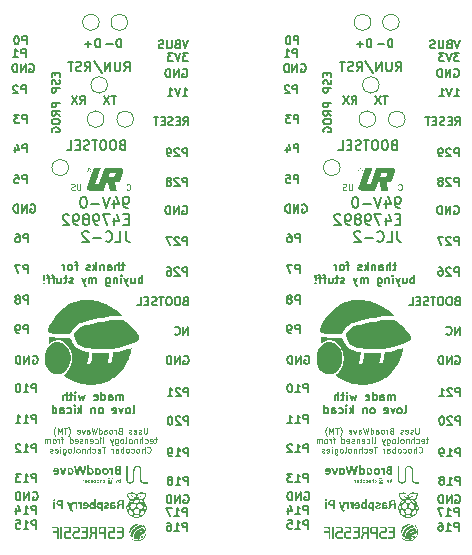
<source format=gbr>
G04 #@! TF.GenerationSoftware,KiCad,Pcbnew,7.0.7*
G04 #@! TF.CreationDate,2023-10-11T15:24:28+07:00*
G04 #@! TF.ProjectId,panel,70616e65-6c2e-46b6-9963-61645f706362,rev?*
G04 #@! TF.SameCoordinates,Original*
G04 #@! TF.FileFunction,Legend,Bot*
G04 #@! TF.FilePolarity,Positive*
%FSLAX46Y46*%
G04 Gerber Fmt 4.6, Leading zero omitted, Abs format (unit mm)*
G04 Created by KiCad (PCBNEW 7.0.7) date 2023-10-11 15:24:28*
%MOMM*%
%LPD*%
G01*
G04 APERTURE LIST*
%ADD10C,0.150000*%
%ADD11C,0.075000*%
%ADD12C,0.160000*%
%ADD13C,0.125000*%
%ADD14C,0.175000*%
%ADD15C,0.120000*%
G04 APERTURE END LIST*
D10*
X167234649Y-31706533D02*
X167001316Y-32406533D01*
X167001316Y-32406533D02*
X166767982Y-31706533D01*
X166301316Y-32039866D02*
X166201316Y-32073200D01*
X166201316Y-32073200D02*
X166167982Y-32106533D01*
X166167982Y-32106533D02*
X166134649Y-32173200D01*
X166134649Y-32173200D02*
X166134649Y-32273200D01*
X166134649Y-32273200D02*
X166167982Y-32339866D01*
X166167982Y-32339866D02*
X166201316Y-32373200D01*
X166201316Y-32373200D02*
X166267982Y-32406533D01*
X166267982Y-32406533D02*
X166534649Y-32406533D01*
X166534649Y-32406533D02*
X166534649Y-31706533D01*
X166534649Y-31706533D02*
X166301316Y-31706533D01*
X166301316Y-31706533D02*
X166234649Y-31739866D01*
X166234649Y-31739866D02*
X166201316Y-31773200D01*
X166201316Y-31773200D02*
X166167982Y-31839866D01*
X166167982Y-31839866D02*
X166167982Y-31906533D01*
X166167982Y-31906533D02*
X166201316Y-31973200D01*
X166201316Y-31973200D02*
X166234649Y-32006533D01*
X166234649Y-32006533D02*
X166301316Y-32039866D01*
X166301316Y-32039866D02*
X166534649Y-32039866D01*
X165834649Y-31706533D02*
X165834649Y-32273200D01*
X165834649Y-32273200D02*
X165801316Y-32339866D01*
X165801316Y-32339866D02*
X165767982Y-32373200D01*
X165767982Y-32373200D02*
X165701316Y-32406533D01*
X165701316Y-32406533D02*
X165567982Y-32406533D01*
X165567982Y-32406533D02*
X165501316Y-32373200D01*
X165501316Y-32373200D02*
X165467982Y-32339866D01*
X165467982Y-32339866D02*
X165434649Y-32273200D01*
X165434649Y-32273200D02*
X165434649Y-31706533D01*
X165134649Y-32373200D02*
X165034649Y-32406533D01*
X165034649Y-32406533D02*
X164867983Y-32406533D01*
X164867983Y-32406533D02*
X164801316Y-32373200D01*
X164801316Y-32373200D02*
X164767983Y-32339866D01*
X164767983Y-32339866D02*
X164734649Y-32273200D01*
X164734649Y-32273200D02*
X164734649Y-32206533D01*
X164734649Y-32206533D02*
X164767983Y-32139866D01*
X164767983Y-32139866D02*
X164801316Y-32106533D01*
X164801316Y-32106533D02*
X164867983Y-32073200D01*
X164867983Y-32073200D02*
X165001316Y-32039866D01*
X165001316Y-32039866D02*
X165067983Y-32006533D01*
X165067983Y-32006533D02*
X165101316Y-31973200D01*
X165101316Y-31973200D02*
X165134649Y-31906533D01*
X165134649Y-31906533D02*
X165134649Y-31839866D01*
X165134649Y-31839866D02*
X165101316Y-31773200D01*
X165101316Y-31773200D02*
X165067983Y-31739866D01*
X165067983Y-31739866D02*
X165001316Y-31706533D01*
X165001316Y-31706533D02*
X164834649Y-31706533D01*
X164834649Y-31706533D02*
X164734649Y-31739866D01*
D11*
X163752380Y-64524909D02*
X163752380Y-64929671D01*
X163752380Y-64929671D02*
X163728570Y-64977290D01*
X163728570Y-64977290D02*
X163704761Y-65001100D01*
X163704761Y-65001100D02*
X163657142Y-65024909D01*
X163657142Y-65024909D02*
X163561904Y-65024909D01*
X163561904Y-65024909D02*
X163514285Y-65001100D01*
X163514285Y-65001100D02*
X163490475Y-64977290D01*
X163490475Y-64977290D02*
X163466666Y-64929671D01*
X163466666Y-64929671D02*
X163466666Y-64524909D01*
X163252379Y-65001100D02*
X163204760Y-65024909D01*
X163204760Y-65024909D02*
X163109522Y-65024909D01*
X163109522Y-65024909D02*
X163061903Y-65001100D01*
X163061903Y-65001100D02*
X163038094Y-64953480D01*
X163038094Y-64953480D02*
X163038094Y-64929671D01*
X163038094Y-64929671D02*
X163061903Y-64882052D01*
X163061903Y-64882052D02*
X163109522Y-64858242D01*
X163109522Y-64858242D02*
X163180951Y-64858242D01*
X163180951Y-64858242D02*
X163228570Y-64834433D01*
X163228570Y-64834433D02*
X163252379Y-64786814D01*
X163252379Y-64786814D02*
X163252379Y-64763004D01*
X163252379Y-64763004D02*
X163228570Y-64715385D01*
X163228570Y-64715385D02*
X163180951Y-64691576D01*
X163180951Y-64691576D02*
X163109522Y-64691576D01*
X163109522Y-64691576D02*
X163061903Y-64715385D01*
X162633332Y-65001100D02*
X162680951Y-65024909D01*
X162680951Y-65024909D02*
X162776189Y-65024909D01*
X162776189Y-65024909D02*
X162823808Y-65001100D01*
X162823808Y-65001100D02*
X162847617Y-64953480D01*
X162847617Y-64953480D02*
X162847617Y-64763004D01*
X162847617Y-64763004D02*
X162823808Y-64715385D01*
X162823808Y-64715385D02*
X162776189Y-64691576D01*
X162776189Y-64691576D02*
X162680951Y-64691576D01*
X162680951Y-64691576D02*
X162633332Y-64715385D01*
X162633332Y-64715385D02*
X162609522Y-64763004D01*
X162609522Y-64763004D02*
X162609522Y-64810623D01*
X162609522Y-64810623D02*
X162847617Y-64858242D01*
X162419046Y-65001100D02*
X162371427Y-65024909D01*
X162371427Y-65024909D02*
X162276189Y-65024909D01*
X162276189Y-65024909D02*
X162228570Y-65001100D01*
X162228570Y-65001100D02*
X162204761Y-64953480D01*
X162204761Y-64953480D02*
X162204761Y-64929671D01*
X162204761Y-64929671D02*
X162228570Y-64882052D01*
X162228570Y-64882052D02*
X162276189Y-64858242D01*
X162276189Y-64858242D02*
X162347618Y-64858242D01*
X162347618Y-64858242D02*
X162395237Y-64834433D01*
X162395237Y-64834433D02*
X162419046Y-64786814D01*
X162419046Y-64786814D02*
X162419046Y-64763004D01*
X162419046Y-64763004D02*
X162395237Y-64715385D01*
X162395237Y-64715385D02*
X162347618Y-64691576D01*
X162347618Y-64691576D02*
X162276189Y-64691576D01*
X162276189Y-64691576D02*
X162228570Y-64715385D01*
X161442856Y-64763004D02*
X161371428Y-64786814D01*
X161371428Y-64786814D02*
X161347618Y-64810623D01*
X161347618Y-64810623D02*
X161323809Y-64858242D01*
X161323809Y-64858242D02*
X161323809Y-64929671D01*
X161323809Y-64929671D02*
X161347618Y-64977290D01*
X161347618Y-64977290D02*
X161371428Y-65001100D01*
X161371428Y-65001100D02*
X161419047Y-65024909D01*
X161419047Y-65024909D02*
X161609523Y-65024909D01*
X161609523Y-65024909D02*
X161609523Y-64524909D01*
X161609523Y-64524909D02*
X161442856Y-64524909D01*
X161442856Y-64524909D02*
X161395237Y-64548719D01*
X161395237Y-64548719D02*
X161371428Y-64572528D01*
X161371428Y-64572528D02*
X161347618Y-64620147D01*
X161347618Y-64620147D02*
X161347618Y-64667766D01*
X161347618Y-64667766D02*
X161371428Y-64715385D01*
X161371428Y-64715385D02*
X161395237Y-64739195D01*
X161395237Y-64739195D02*
X161442856Y-64763004D01*
X161442856Y-64763004D02*
X161609523Y-64763004D01*
X161109523Y-65024909D02*
X161109523Y-64691576D01*
X161109523Y-64786814D02*
X161085713Y-64739195D01*
X161085713Y-64739195D02*
X161061904Y-64715385D01*
X161061904Y-64715385D02*
X161014285Y-64691576D01*
X161014285Y-64691576D02*
X160966666Y-64691576D01*
X160728570Y-65024909D02*
X160776189Y-65001100D01*
X160776189Y-65001100D02*
X160799999Y-64977290D01*
X160799999Y-64977290D02*
X160823808Y-64929671D01*
X160823808Y-64929671D02*
X160823808Y-64786814D01*
X160823808Y-64786814D02*
X160799999Y-64739195D01*
X160799999Y-64739195D02*
X160776189Y-64715385D01*
X160776189Y-64715385D02*
X160728570Y-64691576D01*
X160728570Y-64691576D02*
X160657142Y-64691576D01*
X160657142Y-64691576D02*
X160609523Y-64715385D01*
X160609523Y-64715385D02*
X160585713Y-64739195D01*
X160585713Y-64739195D02*
X160561904Y-64786814D01*
X160561904Y-64786814D02*
X160561904Y-64929671D01*
X160561904Y-64929671D02*
X160585713Y-64977290D01*
X160585713Y-64977290D02*
X160609523Y-65001100D01*
X160609523Y-65001100D02*
X160657142Y-65024909D01*
X160657142Y-65024909D02*
X160728570Y-65024909D01*
X160133332Y-65024909D02*
X160133332Y-64763004D01*
X160133332Y-64763004D02*
X160157142Y-64715385D01*
X160157142Y-64715385D02*
X160204761Y-64691576D01*
X160204761Y-64691576D02*
X160299999Y-64691576D01*
X160299999Y-64691576D02*
X160347618Y-64715385D01*
X160133332Y-65001100D02*
X160180951Y-65024909D01*
X160180951Y-65024909D02*
X160299999Y-65024909D01*
X160299999Y-65024909D02*
X160347618Y-65001100D01*
X160347618Y-65001100D02*
X160371427Y-64953480D01*
X160371427Y-64953480D02*
X160371427Y-64905861D01*
X160371427Y-64905861D02*
X160347618Y-64858242D01*
X160347618Y-64858242D02*
X160299999Y-64834433D01*
X160299999Y-64834433D02*
X160180951Y-64834433D01*
X160180951Y-64834433D02*
X160133332Y-64810623D01*
X159680951Y-65024909D02*
X159680951Y-64524909D01*
X159680951Y-65001100D02*
X159728570Y-65024909D01*
X159728570Y-65024909D02*
X159823808Y-65024909D01*
X159823808Y-65024909D02*
X159871427Y-65001100D01*
X159871427Y-65001100D02*
X159895237Y-64977290D01*
X159895237Y-64977290D02*
X159919046Y-64929671D01*
X159919046Y-64929671D02*
X159919046Y-64786814D01*
X159919046Y-64786814D02*
X159895237Y-64739195D01*
X159895237Y-64739195D02*
X159871427Y-64715385D01*
X159871427Y-64715385D02*
X159823808Y-64691576D01*
X159823808Y-64691576D02*
X159728570Y-64691576D01*
X159728570Y-64691576D02*
X159680951Y-64715385D01*
X159490475Y-64524909D02*
X159371427Y-65024909D01*
X159371427Y-65024909D02*
X159276189Y-64667766D01*
X159276189Y-64667766D02*
X159180951Y-65024909D01*
X159180951Y-65024909D02*
X159061904Y-64524909D01*
X158657141Y-65024909D02*
X158657141Y-64763004D01*
X158657141Y-64763004D02*
X158680951Y-64715385D01*
X158680951Y-64715385D02*
X158728570Y-64691576D01*
X158728570Y-64691576D02*
X158823808Y-64691576D01*
X158823808Y-64691576D02*
X158871427Y-64715385D01*
X158657141Y-65001100D02*
X158704760Y-65024909D01*
X158704760Y-65024909D02*
X158823808Y-65024909D01*
X158823808Y-65024909D02*
X158871427Y-65001100D01*
X158871427Y-65001100D02*
X158895236Y-64953480D01*
X158895236Y-64953480D02*
X158895236Y-64905861D01*
X158895236Y-64905861D02*
X158871427Y-64858242D01*
X158871427Y-64858242D02*
X158823808Y-64834433D01*
X158823808Y-64834433D02*
X158704760Y-64834433D01*
X158704760Y-64834433D02*
X158657141Y-64810623D01*
X158466665Y-64691576D02*
X158347617Y-65024909D01*
X158347617Y-65024909D02*
X158228570Y-64691576D01*
X157847618Y-65001100D02*
X157895237Y-65024909D01*
X157895237Y-65024909D02*
X157990475Y-65024909D01*
X157990475Y-65024909D02*
X158038094Y-65001100D01*
X158038094Y-65001100D02*
X158061903Y-64953480D01*
X158061903Y-64953480D02*
X158061903Y-64763004D01*
X158061903Y-64763004D02*
X158038094Y-64715385D01*
X158038094Y-64715385D02*
X157990475Y-64691576D01*
X157990475Y-64691576D02*
X157895237Y-64691576D01*
X157895237Y-64691576D02*
X157847618Y-64715385D01*
X157847618Y-64715385D02*
X157823808Y-64763004D01*
X157823808Y-64763004D02*
X157823808Y-64810623D01*
X157823808Y-64810623D02*
X158061903Y-64858242D01*
X157085714Y-65215385D02*
X157109523Y-65191576D01*
X157109523Y-65191576D02*
X157157142Y-65120147D01*
X157157142Y-65120147D02*
X157180952Y-65072528D01*
X157180952Y-65072528D02*
X157204761Y-65001100D01*
X157204761Y-65001100D02*
X157228571Y-64882052D01*
X157228571Y-64882052D02*
X157228571Y-64786814D01*
X157228571Y-64786814D02*
X157204761Y-64667766D01*
X157204761Y-64667766D02*
X157180952Y-64596338D01*
X157180952Y-64596338D02*
X157157142Y-64548719D01*
X157157142Y-64548719D02*
X157109523Y-64477290D01*
X157109523Y-64477290D02*
X157085714Y-64453480D01*
X156966666Y-64524909D02*
X156680952Y-64524909D01*
X156823809Y-65024909D02*
X156823809Y-64524909D01*
X156514286Y-65024909D02*
X156514286Y-64524909D01*
X156514286Y-64524909D02*
X156347619Y-64882052D01*
X156347619Y-64882052D02*
X156180953Y-64524909D01*
X156180953Y-64524909D02*
X156180953Y-65024909D01*
X155990476Y-65215385D02*
X155966666Y-65191576D01*
X155966666Y-65191576D02*
X155919047Y-65120147D01*
X155919047Y-65120147D02*
X155895238Y-65072528D01*
X155895238Y-65072528D02*
X155871428Y-65001100D01*
X155871428Y-65001100D02*
X155847619Y-64882052D01*
X155847619Y-64882052D02*
X155847619Y-64786814D01*
X155847619Y-64786814D02*
X155871428Y-64667766D01*
X155871428Y-64667766D02*
X155895238Y-64596338D01*
X155895238Y-64596338D02*
X155919047Y-64548719D01*
X155919047Y-64548719D02*
X155966666Y-64477290D01*
X155966666Y-64477290D02*
X155990476Y-64453480D01*
X164561902Y-65496576D02*
X164371426Y-65496576D01*
X164490474Y-65329909D02*
X164490474Y-65758480D01*
X164490474Y-65758480D02*
X164466664Y-65806100D01*
X164466664Y-65806100D02*
X164419045Y-65829909D01*
X164419045Y-65829909D02*
X164371426Y-65829909D01*
X164014284Y-65806100D02*
X164061903Y-65829909D01*
X164061903Y-65829909D02*
X164157141Y-65829909D01*
X164157141Y-65829909D02*
X164204760Y-65806100D01*
X164204760Y-65806100D02*
X164228569Y-65758480D01*
X164228569Y-65758480D02*
X164228569Y-65568004D01*
X164228569Y-65568004D02*
X164204760Y-65520385D01*
X164204760Y-65520385D02*
X164157141Y-65496576D01*
X164157141Y-65496576D02*
X164061903Y-65496576D01*
X164061903Y-65496576D02*
X164014284Y-65520385D01*
X164014284Y-65520385D02*
X163990474Y-65568004D01*
X163990474Y-65568004D02*
X163990474Y-65615623D01*
X163990474Y-65615623D02*
X164228569Y-65663242D01*
X163561903Y-65806100D02*
X163609522Y-65829909D01*
X163609522Y-65829909D02*
X163704760Y-65829909D01*
X163704760Y-65829909D02*
X163752379Y-65806100D01*
X163752379Y-65806100D02*
X163776189Y-65782290D01*
X163776189Y-65782290D02*
X163799998Y-65734671D01*
X163799998Y-65734671D02*
X163799998Y-65591814D01*
X163799998Y-65591814D02*
X163776189Y-65544195D01*
X163776189Y-65544195D02*
X163752379Y-65520385D01*
X163752379Y-65520385D02*
X163704760Y-65496576D01*
X163704760Y-65496576D02*
X163609522Y-65496576D01*
X163609522Y-65496576D02*
X163561903Y-65520385D01*
X163347618Y-65829909D02*
X163347618Y-65329909D01*
X163133332Y-65829909D02*
X163133332Y-65568004D01*
X163133332Y-65568004D02*
X163157142Y-65520385D01*
X163157142Y-65520385D02*
X163204761Y-65496576D01*
X163204761Y-65496576D02*
X163276189Y-65496576D01*
X163276189Y-65496576D02*
X163323808Y-65520385D01*
X163323808Y-65520385D02*
X163347618Y-65544195D01*
X162895237Y-65496576D02*
X162895237Y-65829909D01*
X162895237Y-65544195D02*
X162871427Y-65520385D01*
X162871427Y-65520385D02*
X162823808Y-65496576D01*
X162823808Y-65496576D02*
X162752380Y-65496576D01*
X162752380Y-65496576D02*
X162704761Y-65520385D01*
X162704761Y-65520385D02*
X162680951Y-65568004D01*
X162680951Y-65568004D02*
X162680951Y-65829909D01*
X162371427Y-65829909D02*
X162419046Y-65806100D01*
X162419046Y-65806100D02*
X162442856Y-65782290D01*
X162442856Y-65782290D02*
X162466665Y-65734671D01*
X162466665Y-65734671D02*
X162466665Y-65591814D01*
X162466665Y-65591814D02*
X162442856Y-65544195D01*
X162442856Y-65544195D02*
X162419046Y-65520385D01*
X162419046Y-65520385D02*
X162371427Y-65496576D01*
X162371427Y-65496576D02*
X162299999Y-65496576D01*
X162299999Y-65496576D02*
X162252380Y-65520385D01*
X162252380Y-65520385D02*
X162228570Y-65544195D01*
X162228570Y-65544195D02*
X162204761Y-65591814D01*
X162204761Y-65591814D02*
X162204761Y-65734671D01*
X162204761Y-65734671D02*
X162228570Y-65782290D01*
X162228570Y-65782290D02*
X162252380Y-65806100D01*
X162252380Y-65806100D02*
X162299999Y-65829909D01*
X162299999Y-65829909D02*
X162371427Y-65829909D01*
X161919046Y-65829909D02*
X161966665Y-65806100D01*
X161966665Y-65806100D02*
X161990475Y-65758480D01*
X161990475Y-65758480D02*
X161990475Y-65329909D01*
X161657141Y-65829909D02*
X161704760Y-65806100D01*
X161704760Y-65806100D02*
X161728570Y-65782290D01*
X161728570Y-65782290D02*
X161752379Y-65734671D01*
X161752379Y-65734671D02*
X161752379Y-65591814D01*
X161752379Y-65591814D02*
X161728570Y-65544195D01*
X161728570Y-65544195D02*
X161704760Y-65520385D01*
X161704760Y-65520385D02*
X161657141Y-65496576D01*
X161657141Y-65496576D02*
X161585713Y-65496576D01*
X161585713Y-65496576D02*
X161538094Y-65520385D01*
X161538094Y-65520385D02*
X161514284Y-65544195D01*
X161514284Y-65544195D02*
X161490475Y-65591814D01*
X161490475Y-65591814D02*
X161490475Y-65734671D01*
X161490475Y-65734671D02*
X161514284Y-65782290D01*
X161514284Y-65782290D02*
X161538094Y-65806100D01*
X161538094Y-65806100D02*
X161585713Y-65829909D01*
X161585713Y-65829909D02*
X161657141Y-65829909D01*
X161061903Y-65496576D02*
X161061903Y-65901338D01*
X161061903Y-65901338D02*
X161085713Y-65948957D01*
X161085713Y-65948957D02*
X161109522Y-65972766D01*
X161109522Y-65972766D02*
X161157141Y-65996576D01*
X161157141Y-65996576D02*
X161228570Y-65996576D01*
X161228570Y-65996576D02*
X161276189Y-65972766D01*
X161061903Y-65806100D02*
X161109522Y-65829909D01*
X161109522Y-65829909D02*
X161204760Y-65829909D01*
X161204760Y-65829909D02*
X161252379Y-65806100D01*
X161252379Y-65806100D02*
X161276189Y-65782290D01*
X161276189Y-65782290D02*
X161299998Y-65734671D01*
X161299998Y-65734671D02*
X161299998Y-65591814D01*
X161299998Y-65591814D02*
X161276189Y-65544195D01*
X161276189Y-65544195D02*
X161252379Y-65520385D01*
X161252379Y-65520385D02*
X161204760Y-65496576D01*
X161204760Y-65496576D02*
X161109522Y-65496576D01*
X161109522Y-65496576D02*
X161061903Y-65520385D01*
X160871427Y-65496576D02*
X160752379Y-65829909D01*
X160633332Y-65496576D02*
X160752379Y-65829909D01*
X160752379Y-65829909D02*
X160799998Y-65948957D01*
X160799998Y-65948957D02*
X160823808Y-65972766D01*
X160823808Y-65972766D02*
X160871427Y-65996576D01*
X159990475Y-65829909D02*
X160038094Y-65806100D01*
X160038094Y-65806100D02*
X160061904Y-65758480D01*
X160061904Y-65758480D02*
X160061904Y-65329909D01*
X159799999Y-65829909D02*
X159799999Y-65496576D01*
X159799999Y-65329909D02*
X159823808Y-65353719D01*
X159823808Y-65353719D02*
X159799999Y-65377528D01*
X159799999Y-65377528D02*
X159776189Y-65353719D01*
X159776189Y-65353719D02*
X159799999Y-65329909D01*
X159799999Y-65329909D02*
X159799999Y-65377528D01*
X159347618Y-65806100D02*
X159395237Y-65829909D01*
X159395237Y-65829909D02*
X159490475Y-65829909D01*
X159490475Y-65829909D02*
X159538094Y-65806100D01*
X159538094Y-65806100D02*
X159561904Y-65782290D01*
X159561904Y-65782290D02*
X159585713Y-65734671D01*
X159585713Y-65734671D02*
X159585713Y-65591814D01*
X159585713Y-65591814D02*
X159561904Y-65544195D01*
X159561904Y-65544195D02*
X159538094Y-65520385D01*
X159538094Y-65520385D02*
X159490475Y-65496576D01*
X159490475Y-65496576D02*
X159395237Y-65496576D01*
X159395237Y-65496576D02*
X159347618Y-65520385D01*
X158942857Y-65806100D02*
X158990476Y-65829909D01*
X158990476Y-65829909D02*
X159085714Y-65829909D01*
X159085714Y-65829909D02*
X159133333Y-65806100D01*
X159133333Y-65806100D02*
X159157142Y-65758480D01*
X159157142Y-65758480D02*
X159157142Y-65568004D01*
X159157142Y-65568004D02*
X159133333Y-65520385D01*
X159133333Y-65520385D02*
X159085714Y-65496576D01*
X159085714Y-65496576D02*
X158990476Y-65496576D01*
X158990476Y-65496576D02*
X158942857Y-65520385D01*
X158942857Y-65520385D02*
X158919047Y-65568004D01*
X158919047Y-65568004D02*
X158919047Y-65615623D01*
X158919047Y-65615623D02*
X159157142Y-65663242D01*
X158704762Y-65496576D02*
X158704762Y-65829909D01*
X158704762Y-65544195D02*
X158680952Y-65520385D01*
X158680952Y-65520385D02*
X158633333Y-65496576D01*
X158633333Y-65496576D02*
X158561905Y-65496576D01*
X158561905Y-65496576D02*
X158514286Y-65520385D01*
X158514286Y-65520385D02*
X158490476Y-65568004D01*
X158490476Y-65568004D02*
X158490476Y-65829909D01*
X158276190Y-65806100D02*
X158228571Y-65829909D01*
X158228571Y-65829909D02*
X158133333Y-65829909D01*
X158133333Y-65829909D02*
X158085714Y-65806100D01*
X158085714Y-65806100D02*
X158061905Y-65758480D01*
X158061905Y-65758480D02*
X158061905Y-65734671D01*
X158061905Y-65734671D02*
X158085714Y-65687052D01*
X158085714Y-65687052D02*
X158133333Y-65663242D01*
X158133333Y-65663242D02*
X158204762Y-65663242D01*
X158204762Y-65663242D02*
X158252381Y-65639433D01*
X158252381Y-65639433D02*
X158276190Y-65591814D01*
X158276190Y-65591814D02*
X158276190Y-65568004D01*
X158276190Y-65568004D02*
X158252381Y-65520385D01*
X158252381Y-65520385D02*
X158204762Y-65496576D01*
X158204762Y-65496576D02*
X158133333Y-65496576D01*
X158133333Y-65496576D02*
X158085714Y-65520385D01*
X157657143Y-65806100D02*
X157704762Y-65829909D01*
X157704762Y-65829909D02*
X157800000Y-65829909D01*
X157800000Y-65829909D02*
X157847619Y-65806100D01*
X157847619Y-65806100D02*
X157871428Y-65758480D01*
X157871428Y-65758480D02*
X157871428Y-65568004D01*
X157871428Y-65568004D02*
X157847619Y-65520385D01*
X157847619Y-65520385D02*
X157800000Y-65496576D01*
X157800000Y-65496576D02*
X157704762Y-65496576D01*
X157704762Y-65496576D02*
X157657143Y-65520385D01*
X157657143Y-65520385D02*
X157633333Y-65568004D01*
X157633333Y-65568004D02*
X157633333Y-65615623D01*
X157633333Y-65615623D02*
X157871428Y-65663242D01*
X157204762Y-65829909D02*
X157204762Y-65329909D01*
X157204762Y-65806100D02*
X157252381Y-65829909D01*
X157252381Y-65829909D02*
X157347619Y-65829909D01*
X157347619Y-65829909D02*
X157395238Y-65806100D01*
X157395238Y-65806100D02*
X157419048Y-65782290D01*
X157419048Y-65782290D02*
X157442857Y-65734671D01*
X157442857Y-65734671D02*
X157442857Y-65591814D01*
X157442857Y-65591814D02*
X157419048Y-65544195D01*
X157419048Y-65544195D02*
X157395238Y-65520385D01*
X157395238Y-65520385D02*
X157347619Y-65496576D01*
X157347619Y-65496576D02*
X157252381Y-65496576D01*
X157252381Y-65496576D02*
X157204762Y-65520385D01*
X156657143Y-65496576D02*
X156466667Y-65496576D01*
X156585715Y-65829909D02*
X156585715Y-65401338D01*
X156585715Y-65401338D02*
X156561905Y-65353719D01*
X156561905Y-65353719D02*
X156514286Y-65329909D01*
X156514286Y-65329909D02*
X156466667Y-65329909D01*
X156300001Y-65829909D02*
X156300001Y-65496576D01*
X156300001Y-65591814D02*
X156276191Y-65544195D01*
X156276191Y-65544195D02*
X156252382Y-65520385D01*
X156252382Y-65520385D02*
X156204763Y-65496576D01*
X156204763Y-65496576D02*
X156157144Y-65496576D01*
X155919048Y-65829909D02*
X155966667Y-65806100D01*
X155966667Y-65806100D02*
X155990477Y-65782290D01*
X155990477Y-65782290D02*
X156014286Y-65734671D01*
X156014286Y-65734671D02*
X156014286Y-65591814D01*
X156014286Y-65591814D02*
X155990477Y-65544195D01*
X155990477Y-65544195D02*
X155966667Y-65520385D01*
X155966667Y-65520385D02*
X155919048Y-65496576D01*
X155919048Y-65496576D02*
X155847620Y-65496576D01*
X155847620Y-65496576D02*
X155800001Y-65520385D01*
X155800001Y-65520385D02*
X155776191Y-65544195D01*
X155776191Y-65544195D02*
X155752382Y-65591814D01*
X155752382Y-65591814D02*
X155752382Y-65734671D01*
X155752382Y-65734671D02*
X155776191Y-65782290D01*
X155776191Y-65782290D02*
X155800001Y-65806100D01*
X155800001Y-65806100D02*
X155847620Y-65829909D01*
X155847620Y-65829909D02*
X155919048Y-65829909D01*
X155538096Y-65829909D02*
X155538096Y-65496576D01*
X155538096Y-65544195D02*
X155514286Y-65520385D01*
X155514286Y-65520385D02*
X155466667Y-65496576D01*
X155466667Y-65496576D02*
X155395239Y-65496576D01*
X155395239Y-65496576D02*
X155347620Y-65520385D01*
X155347620Y-65520385D02*
X155323810Y-65568004D01*
X155323810Y-65568004D02*
X155323810Y-65829909D01*
X155323810Y-65568004D02*
X155300001Y-65520385D01*
X155300001Y-65520385D02*
X155252382Y-65496576D01*
X155252382Y-65496576D02*
X155180953Y-65496576D01*
X155180953Y-65496576D02*
X155133334Y-65520385D01*
X155133334Y-65520385D02*
X155109524Y-65568004D01*
X155109524Y-65568004D02*
X155109524Y-65829909D01*
X163752380Y-66587290D02*
X163776189Y-66611100D01*
X163776189Y-66611100D02*
X163847618Y-66634909D01*
X163847618Y-66634909D02*
X163895237Y-66634909D01*
X163895237Y-66634909D02*
X163966665Y-66611100D01*
X163966665Y-66611100D02*
X164014284Y-66563480D01*
X164014284Y-66563480D02*
X164038094Y-66515861D01*
X164038094Y-66515861D02*
X164061903Y-66420623D01*
X164061903Y-66420623D02*
X164061903Y-66349195D01*
X164061903Y-66349195D02*
X164038094Y-66253957D01*
X164038094Y-66253957D02*
X164014284Y-66206338D01*
X164014284Y-66206338D02*
X163966665Y-66158719D01*
X163966665Y-66158719D02*
X163895237Y-66134909D01*
X163895237Y-66134909D02*
X163847618Y-66134909D01*
X163847618Y-66134909D02*
X163776189Y-66158719D01*
X163776189Y-66158719D02*
X163752380Y-66182528D01*
X163538094Y-66634909D02*
X163538094Y-66134909D01*
X163323808Y-66634909D02*
X163323808Y-66373004D01*
X163323808Y-66373004D02*
X163347618Y-66325385D01*
X163347618Y-66325385D02*
X163395237Y-66301576D01*
X163395237Y-66301576D02*
X163466665Y-66301576D01*
X163466665Y-66301576D02*
X163514284Y-66325385D01*
X163514284Y-66325385D02*
X163538094Y-66349195D01*
X163014284Y-66634909D02*
X163061903Y-66611100D01*
X163061903Y-66611100D02*
X163085713Y-66587290D01*
X163085713Y-66587290D02*
X163109522Y-66539671D01*
X163109522Y-66539671D02*
X163109522Y-66396814D01*
X163109522Y-66396814D02*
X163085713Y-66349195D01*
X163085713Y-66349195D02*
X163061903Y-66325385D01*
X163061903Y-66325385D02*
X163014284Y-66301576D01*
X163014284Y-66301576D02*
X162942856Y-66301576D01*
X162942856Y-66301576D02*
X162895237Y-66325385D01*
X162895237Y-66325385D02*
X162871427Y-66349195D01*
X162871427Y-66349195D02*
X162847618Y-66396814D01*
X162847618Y-66396814D02*
X162847618Y-66539671D01*
X162847618Y-66539671D02*
X162871427Y-66587290D01*
X162871427Y-66587290D02*
X162895237Y-66611100D01*
X162895237Y-66611100D02*
X162942856Y-66634909D01*
X162942856Y-66634909D02*
X163014284Y-66634909D01*
X162419046Y-66611100D02*
X162466665Y-66634909D01*
X162466665Y-66634909D02*
X162561903Y-66634909D01*
X162561903Y-66634909D02*
X162609522Y-66611100D01*
X162609522Y-66611100D02*
X162633332Y-66587290D01*
X162633332Y-66587290D02*
X162657141Y-66539671D01*
X162657141Y-66539671D02*
X162657141Y-66396814D01*
X162657141Y-66396814D02*
X162633332Y-66349195D01*
X162633332Y-66349195D02*
X162609522Y-66325385D01*
X162609522Y-66325385D02*
X162561903Y-66301576D01*
X162561903Y-66301576D02*
X162466665Y-66301576D01*
X162466665Y-66301576D02*
X162419046Y-66325385D01*
X162133332Y-66634909D02*
X162180951Y-66611100D01*
X162180951Y-66611100D02*
X162204761Y-66587290D01*
X162204761Y-66587290D02*
X162228570Y-66539671D01*
X162228570Y-66539671D02*
X162228570Y-66396814D01*
X162228570Y-66396814D02*
X162204761Y-66349195D01*
X162204761Y-66349195D02*
X162180951Y-66325385D01*
X162180951Y-66325385D02*
X162133332Y-66301576D01*
X162133332Y-66301576D02*
X162061904Y-66301576D01*
X162061904Y-66301576D02*
X162014285Y-66325385D01*
X162014285Y-66325385D02*
X161990475Y-66349195D01*
X161990475Y-66349195D02*
X161966666Y-66396814D01*
X161966666Y-66396814D02*
X161966666Y-66539671D01*
X161966666Y-66539671D02*
X161990475Y-66587290D01*
X161990475Y-66587290D02*
X162014285Y-66611100D01*
X162014285Y-66611100D02*
X162061904Y-66634909D01*
X162061904Y-66634909D02*
X162133332Y-66634909D01*
X161752380Y-66634909D02*
X161752380Y-66134909D01*
X161752380Y-66325385D02*
X161704761Y-66301576D01*
X161704761Y-66301576D02*
X161609523Y-66301576D01*
X161609523Y-66301576D02*
X161561904Y-66325385D01*
X161561904Y-66325385D02*
X161538094Y-66349195D01*
X161538094Y-66349195D02*
X161514285Y-66396814D01*
X161514285Y-66396814D02*
X161514285Y-66539671D01*
X161514285Y-66539671D02*
X161538094Y-66587290D01*
X161538094Y-66587290D02*
X161561904Y-66611100D01*
X161561904Y-66611100D02*
X161609523Y-66634909D01*
X161609523Y-66634909D02*
X161704761Y-66634909D01*
X161704761Y-66634909D02*
X161752380Y-66611100D01*
X161085713Y-66634909D02*
X161085713Y-66373004D01*
X161085713Y-66373004D02*
X161109523Y-66325385D01*
X161109523Y-66325385D02*
X161157142Y-66301576D01*
X161157142Y-66301576D02*
X161252380Y-66301576D01*
X161252380Y-66301576D02*
X161299999Y-66325385D01*
X161085713Y-66611100D02*
X161133332Y-66634909D01*
X161133332Y-66634909D02*
X161252380Y-66634909D01*
X161252380Y-66634909D02*
X161299999Y-66611100D01*
X161299999Y-66611100D02*
X161323808Y-66563480D01*
X161323808Y-66563480D02*
X161323808Y-66515861D01*
X161323808Y-66515861D02*
X161299999Y-66468242D01*
X161299999Y-66468242D02*
X161252380Y-66444433D01*
X161252380Y-66444433D02*
X161133332Y-66444433D01*
X161133332Y-66444433D02*
X161085713Y-66420623D01*
X160847618Y-66634909D02*
X160847618Y-66301576D01*
X160847618Y-66396814D02*
X160823808Y-66349195D01*
X160823808Y-66349195D02*
X160799999Y-66325385D01*
X160799999Y-66325385D02*
X160752380Y-66301576D01*
X160752380Y-66301576D02*
X160704761Y-66301576D01*
X160228570Y-66134909D02*
X159942856Y-66134909D01*
X160085713Y-66634909D02*
X160085713Y-66134909D01*
X159585714Y-66611100D02*
X159633333Y-66634909D01*
X159633333Y-66634909D02*
X159728571Y-66634909D01*
X159728571Y-66634909D02*
X159776190Y-66611100D01*
X159776190Y-66611100D02*
X159799999Y-66563480D01*
X159799999Y-66563480D02*
X159799999Y-66373004D01*
X159799999Y-66373004D02*
X159776190Y-66325385D01*
X159776190Y-66325385D02*
X159728571Y-66301576D01*
X159728571Y-66301576D02*
X159633333Y-66301576D01*
X159633333Y-66301576D02*
X159585714Y-66325385D01*
X159585714Y-66325385D02*
X159561904Y-66373004D01*
X159561904Y-66373004D02*
X159561904Y-66420623D01*
X159561904Y-66420623D02*
X159799999Y-66468242D01*
X159133333Y-66611100D02*
X159180952Y-66634909D01*
X159180952Y-66634909D02*
X159276190Y-66634909D01*
X159276190Y-66634909D02*
X159323809Y-66611100D01*
X159323809Y-66611100D02*
X159347619Y-66587290D01*
X159347619Y-66587290D02*
X159371428Y-66539671D01*
X159371428Y-66539671D02*
X159371428Y-66396814D01*
X159371428Y-66396814D02*
X159347619Y-66349195D01*
X159347619Y-66349195D02*
X159323809Y-66325385D01*
X159323809Y-66325385D02*
X159276190Y-66301576D01*
X159276190Y-66301576D02*
X159180952Y-66301576D01*
X159180952Y-66301576D02*
X159133333Y-66325385D01*
X158919048Y-66634909D02*
X158919048Y-66134909D01*
X158704762Y-66634909D02*
X158704762Y-66373004D01*
X158704762Y-66373004D02*
X158728572Y-66325385D01*
X158728572Y-66325385D02*
X158776191Y-66301576D01*
X158776191Y-66301576D02*
X158847619Y-66301576D01*
X158847619Y-66301576D02*
X158895238Y-66325385D01*
X158895238Y-66325385D02*
X158919048Y-66349195D01*
X158466667Y-66301576D02*
X158466667Y-66634909D01*
X158466667Y-66349195D02*
X158442857Y-66325385D01*
X158442857Y-66325385D02*
X158395238Y-66301576D01*
X158395238Y-66301576D02*
X158323810Y-66301576D01*
X158323810Y-66301576D02*
X158276191Y-66325385D01*
X158276191Y-66325385D02*
X158252381Y-66373004D01*
X158252381Y-66373004D02*
X158252381Y-66634909D01*
X157942857Y-66634909D02*
X157990476Y-66611100D01*
X157990476Y-66611100D02*
X158014286Y-66587290D01*
X158014286Y-66587290D02*
X158038095Y-66539671D01*
X158038095Y-66539671D02*
X158038095Y-66396814D01*
X158038095Y-66396814D02*
X158014286Y-66349195D01*
X158014286Y-66349195D02*
X157990476Y-66325385D01*
X157990476Y-66325385D02*
X157942857Y-66301576D01*
X157942857Y-66301576D02*
X157871429Y-66301576D01*
X157871429Y-66301576D02*
X157823810Y-66325385D01*
X157823810Y-66325385D02*
X157800000Y-66349195D01*
X157800000Y-66349195D02*
X157776191Y-66396814D01*
X157776191Y-66396814D02*
X157776191Y-66539671D01*
X157776191Y-66539671D02*
X157800000Y-66587290D01*
X157800000Y-66587290D02*
X157823810Y-66611100D01*
X157823810Y-66611100D02*
X157871429Y-66634909D01*
X157871429Y-66634909D02*
X157942857Y-66634909D01*
X157490476Y-66634909D02*
X157538095Y-66611100D01*
X157538095Y-66611100D02*
X157561905Y-66563480D01*
X157561905Y-66563480D02*
X157561905Y-66134909D01*
X157228571Y-66634909D02*
X157276190Y-66611100D01*
X157276190Y-66611100D02*
X157300000Y-66587290D01*
X157300000Y-66587290D02*
X157323809Y-66539671D01*
X157323809Y-66539671D02*
X157323809Y-66396814D01*
X157323809Y-66396814D02*
X157300000Y-66349195D01*
X157300000Y-66349195D02*
X157276190Y-66325385D01*
X157276190Y-66325385D02*
X157228571Y-66301576D01*
X157228571Y-66301576D02*
X157157143Y-66301576D01*
X157157143Y-66301576D02*
X157109524Y-66325385D01*
X157109524Y-66325385D02*
X157085714Y-66349195D01*
X157085714Y-66349195D02*
X157061905Y-66396814D01*
X157061905Y-66396814D02*
X157061905Y-66539671D01*
X157061905Y-66539671D02*
X157085714Y-66587290D01*
X157085714Y-66587290D02*
X157109524Y-66611100D01*
X157109524Y-66611100D02*
X157157143Y-66634909D01*
X157157143Y-66634909D02*
X157228571Y-66634909D01*
X156633333Y-66301576D02*
X156633333Y-66706338D01*
X156633333Y-66706338D02*
X156657143Y-66753957D01*
X156657143Y-66753957D02*
X156680952Y-66777766D01*
X156680952Y-66777766D02*
X156728571Y-66801576D01*
X156728571Y-66801576D02*
X156800000Y-66801576D01*
X156800000Y-66801576D02*
X156847619Y-66777766D01*
X156633333Y-66611100D02*
X156680952Y-66634909D01*
X156680952Y-66634909D02*
X156776190Y-66634909D01*
X156776190Y-66634909D02*
X156823809Y-66611100D01*
X156823809Y-66611100D02*
X156847619Y-66587290D01*
X156847619Y-66587290D02*
X156871428Y-66539671D01*
X156871428Y-66539671D02*
X156871428Y-66396814D01*
X156871428Y-66396814D02*
X156847619Y-66349195D01*
X156847619Y-66349195D02*
X156823809Y-66325385D01*
X156823809Y-66325385D02*
X156776190Y-66301576D01*
X156776190Y-66301576D02*
X156680952Y-66301576D01*
X156680952Y-66301576D02*
X156633333Y-66325385D01*
X156395238Y-66634909D02*
X156395238Y-66301576D01*
X156395238Y-66134909D02*
X156419047Y-66158719D01*
X156419047Y-66158719D02*
X156395238Y-66182528D01*
X156395238Y-66182528D02*
X156371428Y-66158719D01*
X156371428Y-66158719D02*
X156395238Y-66134909D01*
X156395238Y-66134909D02*
X156395238Y-66182528D01*
X155966667Y-66611100D02*
X156014286Y-66634909D01*
X156014286Y-66634909D02*
X156109524Y-66634909D01*
X156109524Y-66634909D02*
X156157143Y-66611100D01*
X156157143Y-66611100D02*
X156180952Y-66563480D01*
X156180952Y-66563480D02*
X156180952Y-66373004D01*
X156180952Y-66373004D02*
X156157143Y-66325385D01*
X156157143Y-66325385D02*
X156109524Y-66301576D01*
X156109524Y-66301576D02*
X156014286Y-66301576D01*
X156014286Y-66301576D02*
X155966667Y-66325385D01*
X155966667Y-66325385D02*
X155942857Y-66373004D01*
X155942857Y-66373004D02*
X155942857Y-66420623D01*
X155942857Y-66420623D02*
X156180952Y-66468242D01*
X155752381Y-66611100D02*
X155704762Y-66634909D01*
X155704762Y-66634909D02*
X155609524Y-66634909D01*
X155609524Y-66634909D02*
X155561905Y-66611100D01*
X155561905Y-66611100D02*
X155538096Y-66563480D01*
X155538096Y-66563480D02*
X155538096Y-66539671D01*
X155538096Y-66539671D02*
X155561905Y-66492052D01*
X155561905Y-66492052D02*
X155609524Y-66468242D01*
X155609524Y-66468242D02*
X155680953Y-66468242D01*
X155680953Y-66468242D02*
X155728572Y-66444433D01*
X155728572Y-66444433D02*
X155752381Y-66396814D01*
X155752381Y-66396814D02*
X155752381Y-66373004D01*
X155752381Y-66373004D02*
X155728572Y-66325385D01*
X155728572Y-66325385D02*
X155680953Y-66301576D01*
X155680953Y-66301576D02*
X155609524Y-66301576D01*
X155609524Y-66301576D02*
X155561905Y-66325385D01*
D10*
X130897982Y-45649866D02*
X130964649Y-45616533D01*
X130964649Y-45616533D02*
X131064649Y-45616533D01*
X131064649Y-45616533D02*
X131164649Y-45649866D01*
X131164649Y-45649866D02*
X131231316Y-45716533D01*
X131231316Y-45716533D02*
X131264649Y-45783200D01*
X131264649Y-45783200D02*
X131297982Y-45916533D01*
X131297982Y-45916533D02*
X131297982Y-46016533D01*
X131297982Y-46016533D02*
X131264649Y-46149866D01*
X131264649Y-46149866D02*
X131231316Y-46216533D01*
X131231316Y-46216533D02*
X131164649Y-46283200D01*
X131164649Y-46283200D02*
X131064649Y-46316533D01*
X131064649Y-46316533D02*
X130997982Y-46316533D01*
X130997982Y-46316533D02*
X130897982Y-46283200D01*
X130897982Y-46283200D02*
X130864649Y-46249866D01*
X130864649Y-46249866D02*
X130864649Y-46016533D01*
X130864649Y-46016533D02*
X130997982Y-46016533D01*
X130564649Y-46316533D02*
X130564649Y-45616533D01*
X130564649Y-45616533D02*
X130164649Y-46316533D01*
X130164649Y-46316533D02*
X130164649Y-45616533D01*
X129831316Y-46316533D02*
X129831316Y-45616533D01*
X129831316Y-45616533D02*
X129664649Y-45616533D01*
X129664649Y-45616533D02*
X129564649Y-45649866D01*
X129564649Y-45649866D02*
X129497983Y-45716533D01*
X129497983Y-45716533D02*
X129464649Y-45783200D01*
X129464649Y-45783200D02*
X129431316Y-45916533D01*
X129431316Y-45916533D02*
X129431316Y-46016533D01*
X129431316Y-46016533D02*
X129464649Y-46149866D01*
X129464649Y-46149866D02*
X129497983Y-46216533D01*
X129497983Y-46216533D02*
X129564649Y-46283200D01*
X129564649Y-46283200D02*
X129664649Y-46316533D01*
X129664649Y-46316533D02*
X129831316Y-46316533D01*
X153564649Y-32066533D02*
X153564649Y-31366533D01*
X153564649Y-31366533D02*
X153297982Y-31366533D01*
X153297982Y-31366533D02*
X153231316Y-31399866D01*
X153231316Y-31399866D02*
X153197982Y-31433200D01*
X153197982Y-31433200D02*
X153164649Y-31499866D01*
X153164649Y-31499866D02*
X153164649Y-31599866D01*
X153164649Y-31599866D02*
X153197982Y-31666533D01*
X153197982Y-31666533D02*
X153231316Y-31699866D01*
X153231316Y-31699866D02*
X153297982Y-31733200D01*
X153297982Y-31733200D02*
X153564649Y-31733200D01*
X152731316Y-31366533D02*
X152664649Y-31366533D01*
X152664649Y-31366533D02*
X152597982Y-31399866D01*
X152597982Y-31399866D02*
X152564649Y-31433200D01*
X152564649Y-31433200D02*
X152531316Y-31499866D01*
X152531316Y-31499866D02*
X152497982Y-31633200D01*
X152497982Y-31633200D02*
X152497982Y-31799866D01*
X152497982Y-31799866D02*
X152531316Y-31933200D01*
X152531316Y-31933200D02*
X152564649Y-31999866D01*
X152564649Y-31999866D02*
X152597982Y-32033200D01*
X152597982Y-32033200D02*
X152664649Y-32066533D01*
X152664649Y-32066533D02*
X152731316Y-32066533D01*
X152731316Y-32066533D02*
X152797982Y-32033200D01*
X152797982Y-32033200D02*
X152831316Y-31999866D01*
X152831316Y-31999866D02*
X152864649Y-31933200D01*
X152864649Y-31933200D02*
X152897982Y-31799866D01*
X152897982Y-31799866D02*
X152897982Y-31633200D01*
X152897982Y-31633200D02*
X152864649Y-31499866D01*
X152864649Y-31499866D02*
X152831316Y-31433200D01*
X152831316Y-31433200D02*
X152797982Y-31399866D01*
X152797982Y-31399866D02*
X152731316Y-31366533D01*
X166867982Y-70239866D02*
X166934649Y-70206533D01*
X166934649Y-70206533D02*
X167034649Y-70206533D01*
X167034649Y-70206533D02*
X167134649Y-70239866D01*
X167134649Y-70239866D02*
X167201316Y-70306533D01*
X167201316Y-70306533D02*
X167234649Y-70373200D01*
X167234649Y-70373200D02*
X167267982Y-70506533D01*
X167267982Y-70506533D02*
X167267982Y-70606533D01*
X167267982Y-70606533D02*
X167234649Y-70739866D01*
X167234649Y-70739866D02*
X167201316Y-70806533D01*
X167201316Y-70806533D02*
X167134649Y-70873200D01*
X167134649Y-70873200D02*
X167034649Y-70906533D01*
X167034649Y-70906533D02*
X166967982Y-70906533D01*
X166967982Y-70906533D02*
X166867982Y-70873200D01*
X166867982Y-70873200D02*
X166834649Y-70839866D01*
X166834649Y-70839866D02*
X166834649Y-70606533D01*
X166834649Y-70606533D02*
X166967982Y-70606533D01*
X166534649Y-70906533D02*
X166534649Y-70206533D01*
X166534649Y-70206533D02*
X166134649Y-70906533D01*
X166134649Y-70906533D02*
X166134649Y-70206533D01*
X165801316Y-70906533D02*
X165801316Y-70206533D01*
X165801316Y-70206533D02*
X165634649Y-70206533D01*
X165634649Y-70206533D02*
X165534649Y-70239866D01*
X165534649Y-70239866D02*
X165467983Y-70306533D01*
X165467983Y-70306533D02*
X165434649Y-70373200D01*
X165434649Y-70373200D02*
X165401316Y-70506533D01*
X165401316Y-70506533D02*
X165401316Y-70606533D01*
X165401316Y-70606533D02*
X165434649Y-70739866D01*
X165434649Y-70739866D02*
X165467983Y-70806533D01*
X165467983Y-70806533D02*
X165534649Y-70873200D01*
X165534649Y-70873200D02*
X165634649Y-70906533D01*
X165634649Y-70906533D02*
X165801316Y-70906533D01*
X153664649Y-54016533D02*
X153664649Y-53316533D01*
X153664649Y-53316533D02*
X153397982Y-53316533D01*
X153397982Y-53316533D02*
X153331316Y-53349866D01*
X153331316Y-53349866D02*
X153297982Y-53383200D01*
X153297982Y-53383200D02*
X153264649Y-53449866D01*
X153264649Y-53449866D02*
X153264649Y-53549866D01*
X153264649Y-53549866D02*
X153297982Y-53616533D01*
X153297982Y-53616533D02*
X153331316Y-53649866D01*
X153331316Y-53649866D02*
X153397982Y-53683200D01*
X153397982Y-53683200D02*
X153664649Y-53683200D01*
X152864649Y-53616533D02*
X152931316Y-53583200D01*
X152931316Y-53583200D02*
X152964649Y-53549866D01*
X152964649Y-53549866D02*
X152997982Y-53483200D01*
X152997982Y-53483200D02*
X152997982Y-53449866D01*
X152997982Y-53449866D02*
X152964649Y-53383200D01*
X152964649Y-53383200D02*
X152931316Y-53349866D01*
X152931316Y-53349866D02*
X152864649Y-53316533D01*
X152864649Y-53316533D02*
X152731316Y-53316533D01*
X152731316Y-53316533D02*
X152664649Y-53349866D01*
X152664649Y-53349866D02*
X152631316Y-53383200D01*
X152631316Y-53383200D02*
X152597982Y-53449866D01*
X152597982Y-53449866D02*
X152597982Y-53483200D01*
X152597982Y-53483200D02*
X152631316Y-53549866D01*
X152631316Y-53549866D02*
X152664649Y-53583200D01*
X152664649Y-53583200D02*
X152731316Y-53616533D01*
X152731316Y-53616533D02*
X152864649Y-53616533D01*
X152864649Y-53616533D02*
X152931316Y-53649866D01*
X152931316Y-53649866D02*
X152964649Y-53683200D01*
X152964649Y-53683200D02*
X152997982Y-53749866D01*
X152997982Y-53749866D02*
X152997982Y-53883200D01*
X152997982Y-53883200D02*
X152964649Y-53949866D01*
X152964649Y-53949866D02*
X152931316Y-53983200D01*
X152931316Y-53983200D02*
X152864649Y-54016533D01*
X152864649Y-54016533D02*
X152731316Y-54016533D01*
X152731316Y-54016533D02*
X152664649Y-53983200D01*
X152664649Y-53983200D02*
X152631316Y-53949866D01*
X152631316Y-53949866D02*
X152597982Y-53883200D01*
X152597982Y-53883200D02*
X152597982Y-53749866D01*
X152597982Y-53749866D02*
X152631316Y-53683200D01*
X152631316Y-53683200D02*
X152664649Y-53649866D01*
X152664649Y-53649866D02*
X152731316Y-53616533D01*
X131364649Y-64116533D02*
X131364649Y-63416533D01*
X131364649Y-63416533D02*
X131097982Y-63416533D01*
X131097982Y-63416533D02*
X131031316Y-63449866D01*
X131031316Y-63449866D02*
X130997982Y-63483200D01*
X130997982Y-63483200D02*
X130964649Y-63549866D01*
X130964649Y-63549866D02*
X130964649Y-63649866D01*
X130964649Y-63649866D02*
X130997982Y-63716533D01*
X130997982Y-63716533D02*
X131031316Y-63749866D01*
X131031316Y-63749866D02*
X131097982Y-63783200D01*
X131097982Y-63783200D02*
X131364649Y-63783200D01*
X130297982Y-64116533D02*
X130697982Y-64116533D01*
X130497982Y-64116533D02*
X130497982Y-63416533D01*
X130497982Y-63416533D02*
X130564649Y-63516533D01*
X130564649Y-63516533D02*
X130631316Y-63583200D01*
X130631316Y-63583200D02*
X130697982Y-63616533D01*
X129631315Y-64116533D02*
X130031315Y-64116533D01*
X129831315Y-64116533D02*
X129831315Y-63416533D01*
X129831315Y-63416533D02*
X129897982Y-63516533D01*
X129897982Y-63516533D02*
X129964649Y-63583200D01*
X129964649Y-63583200D02*
X130031315Y-63616533D01*
X144134649Y-51656533D02*
X144134649Y-50956533D01*
X144134649Y-50956533D02*
X143867982Y-50956533D01*
X143867982Y-50956533D02*
X143801316Y-50989866D01*
X143801316Y-50989866D02*
X143767982Y-51023200D01*
X143767982Y-51023200D02*
X143734649Y-51089866D01*
X143734649Y-51089866D02*
X143734649Y-51189866D01*
X143734649Y-51189866D02*
X143767982Y-51256533D01*
X143767982Y-51256533D02*
X143801316Y-51289866D01*
X143801316Y-51289866D02*
X143867982Y-51323200D01*
X143867982Y-51323200D02*
X144134649Y-51323200D01*
X143467982Y-51023200D02*
X143434649Y-50989866D01*
X143434649Y-50989866D02*
X143367982Y-50956533D01*
X143367982Y-50956533D02*
X143201316Y-50956533D01*
X143201316Y-50956533D02*
X143134649Y-50989866D01*
X143134649Y-50989866D02*
X143101316Y-51023200D01*
X143101316Y-51023200D02*
X143067982Y-51089866D01*
X143067982Y-51089866D02*
X143067982Y-51156533D01*
X143067982Y-51156533D02*
X143101316Y-51256533D01*
X143101316Y-51256533D02*
X143501316Y-51656533D01*
X143501316Y-51656533D02*
X143067982Y-51656533D01*
X142467982Y-50956533D02*
X142601315Y-50956533D01*
X142601315Y-50956533D02*
X142667982Y-50989866D01*
X142667982Y-50989866D02*
X142701315Y-51023200D01*
X142701315Y-51023200D02*
X142767982Y-51123200D01*
X142767982Y-51123200D02*
X142801315Y-51256533D01*
X142801315Y-51256533D02*
X142801315Y-51523200D01*
X142801315Y-51523200D02*
X142767982Y-51589866D01*
X142767982Y-51589866D02*
X142734649Y-51623200D01*
X142734649Y-51623200D02*
X142667982Y-51656533D01*
X142667982Y-51656533D02*
X142534649Y-51656533D01*
X142534649Y-51656533D02*
X142467982Y-51623200D01*
X142467982Y-51623200D02*
X142434649Y-51589866D01*
X142434649Y-51589866D02*
X142401315Y-51523200D01*
X142401315Y-51523200D02*
X142401315Y-51356533D01*
X142401315Y-51356533D02*
X142434649Y-51289866D01*
X142434649Y-51289866D02*
X142467982Y-51256533D01*
X142467982Y-51256533D02*
X142534649Y-51223200D01*
X142534649Y-51223200D02*
X142667982Y-51223200D01*
X142667982Y-51223200D02*
X142734649Y-51256533D01*
X142734649Y-51256533D02*
X142767982Y-51289866D01*
X142767982Y-51289866D02*
X142801315Y-51356533D01*
X167234649Y-64256533D02*
X167234649Y-63556533D01*
X167234649Y-63556533D02*
X166967982Y-63556533D01*
X166967982Y-63556533D02*
X166901316Y-63589866D01*
X166901316Y-63589866D02*
X166867982Y-63623200D01*
X166867982Y-63623200D02*
X166834649Y-63689866D01*
X166834649Y-63689866D02*
X166834649Y-63789866D01*
X166834649Y-63789866D02*
X166867982Y-63856533D01*
X166867982Y-63856533D02*
X166901316Y-63889866D01*
X166901316Y-63889866D02*
X166967982Y-63923200D01*
X166967982Y-63923200D02*
X167234649Y-63923200D01*
X166567982Y-63623200D02*
X166534649Y-63589866D01*
X166534649Y-63589866D02*
X166467982Y-63556533D01*
X166467982Y-63556533D02*
X166301316Y-63556533D01*
X166301316Y-63556533D02*
X166234649Y-63589866D01*
X166234649Y-63589866D02*
X166201316Y-63623200D01*
X166201316Y-63623200D02*
X166167982Y-63689866D01*
X166167982Y-63689866D02*
X166167982Y-63756533D01*
X166167982Y-63756533D02*
X166201316Y-63856533D01*
X166201316Y-63856533D02*
X166601316Y-64256533D01*
X166601316Y-64256533D02*
X166167982Y-64256533D01*
X165734649Y-63556533D02*
X165667982Y-63556533D01*
X165667982Y-63556533D02*
X165601315Y-63589866D01*
X165601315Y-63589866D02*
X165567982Y-63623200D01*
X165567982Y-63623200D02*
X165534649Y-63689866D01*
X165534649Y-63689866D02*
X165501315Y-63823200D01*
X165501315Y-63823200D02*
X165501315Y-63989866D01*
X165501315Y-63989866D02*
X165534649Y-64123200D01*
X165534649Y-64123200D02*
X165567982Y-64189866D01*
X165567982Y-64189866D02*
X165601315Y-64223200D01*
X165601315Y-64223200D02*
X165667982Y-64256533D01*
X165667982Y-64256533D02*
X165734649Y-64256533D01*
X165734649Y-64256533D02*
X165801315Y-64223200D01*
X165801315Y-64223200D02*
X165834649Y-64189866D01*
X165834649Y-64189866D02*
X165867982Y-64123200D01*
X165867982Y-64123200D02*
X165901315Y-63989866D01*
X165901315Y-63989866D02*
X165901315Y-63823200D01*
X165901315Y-63823200D02*
X165867982Y-63689866D01*
X165867982Y-63689866D02*
X165834649Y-63623200D01*
X165834649Y-63623200D02*
X165801315Y-63589866D01*
X165801315Y-63589866D02*
X165734649Y-63556533D01*
X154364649Y-61516533D02*
X154364649Y-60816533D01*
X154364649Y-60816533D02*
X154097982Y-60816533D01*
X154097982Y-60816533D02*
X154031316Y-60849866D01*
X154031316Y-60849866D02*
X153997982Y-60883200D01*
X153997982Y-60883200D02*
X153964649Y-60949866D01*
X153964649Y-60949866D02*
X153964649Y-61049866D01*
X153964649Y-61049866D02*
X153997982Y-61116533D01*
X153997982Y-61116533D02*
X154031316Y-61149866D01*
X154031316Y-61149866D02*
X154097982Y-61183200D01*
X154097982Y-61183200D02*
X154364649Y-61183200D01*
X153297982Y-61516533D02*
X153697982Y-61516533D01*
X153497982Y-61516533D02*
X153497982Y-60816533D01*
X153497982Y-60816533D02*
X153564649Y-60916533D01*
X153564649Y-60916533D02*
X153631316Y-60983200D01*
X153631316Y-60983200D02*
X153697982Y-61016533D01*
X152864649Y-60816533D02*
X152797982Y-60816533D01*
X152797982Y-60816533D02*
X152731315Y-60849866D01*
X152731315Y-60849866D02*
X152697982Y-60883200D01*
X152697982Y-60883200D02*
X152664649Y-60949866D01*
X152664649Y-60949866D02*
X152631315Y-61083200D01*
X152631315Y-61083200D02*
X152631315Y-61249866D01*
X152631315Y-61249866D02*
X152664649Y-61383200D01*
X152664649Y-61383200D02*
X152697982Y-61449866D01*
X152697982Y-61449866D02*
X152731315Y-61483200D01*
X152731315Y-61483200D02*
X152797982Y-61516533D01*
X152797982Y-61516533D02*
X152864649Y-61516533D01*
X152864649Y-61516533D02*
X152931315Y-61483200D01*
X152931315Y-61483200D02*
X152964649Y-61449866D01*
X152964649Y-61449866D02*
X152997982Y-61383200D01*
X152997982Y-61383200D02*
X153031315Y-61249866D01*
X153031315Y-61249866D02*
X153031315Y-61083200D01*
X153031315Y-61083200D02*
X152997982Y-60949866D01*
X152997982Y-60949866D02*
X152964649Y-60883200D01*
X152964649Y-60883200D02*
X152931315Y-60849866D01*
X152931315Y-60849866D02*
X152864649Y-60816533D01*
X131364649Y-71816533D02*
X131364649Y-71116533D01*
X131364649Y-71116533D02*
X131097982Y-71116533D01*
X131097982Y-71116533D02*
X131031316Y-71149866D01*
X131031316Y-71149866D02*
X130997982Y-71183200D01*
X130997982Y-71183200D02*
X130964649Y-71249866D01*
X130964649Y-71249866D02*
X130964649Y-71349866D01*
X130964649Y-71349866D02*
X130997982Y-71416533D01*
X130997982Y-71416533D02*
X131031316Y-71449866D01*
X131031316Y-71449866D02*
X131097982Y-71483200D01*
X131097982Y-71483200D02*
X131364649Y-71483200D01*
X130297982Y-71816533D02*
X130697982Y-71816533D01*
X130497982Y-71816533D02*
X130497982Y-71116533D01*
X130497982Y-71116533D02*
X130564649Y-71216533D01*
X130564649Y-71216533D02*
X130631316Y-71283200D01*
X130631316Y-71283200D02*
X130697982Y-71316533D01*
X129697982Y-71349866D02*
X129697982Y-71816533D01*
X129864649Y-71083200D02*
X130031315Y-71583200D01*
X130031315Y-71583200D02*
X129597982Y-71583200D01*
X143867982Y-70239866D02*
X143934649Y-70206533D01*
X143934649Y-70206533D02*
X144034649Y-70206533D01*
X144034649Y-70206533D02*
X144134649Y-70239866D01*
X144134649Y-70239866D02*
X144201316Y-70306533D01*
X144201316Y-70306533D02*
X144234649Y-70373200D01*
X144234649Y-70373200D02*
X144267982Y-70506533D01*
X144267982Y-70506533D02*
X144267982Y-70606533D01*
X144267982Y-70606533D02*
X144234649Y-70739866D01*
X144234649Y-70739866D02*
X144201316Y-70806533D01*
X144201316Y-70806533D02*
X144134649Y-70873200D01*
X144134649Y-70873200D02*
X144034649Y-70906533D01*
X144034649Y-70906533D02*
X143967982Y-70906533D01*
X143967982Y-70906533D02*
X143867982Y-70873200D01*
X143867982Y-70873200D02*
X143834649Y-70839866D01*
X143834649Y-70839866D02*
X143834649Y-70606533D01*
X143834649Y-70606533D02*
X143967982Y-70606533D01*
X143534649Y-70906533D02*
X143534649Y-70206533D01*
X143534649Y-70206533D02*
X143134649Y-70906533D01*
X143134649Y-70906533D02*
X143134649Y-70206533D01*
X142801316Y-70906533D02*
X142801316Y-70206533D01*
X142801316Y-70206533D02*
X142634649Y-70206533D01*
X142634649Y-70206533D02*
X142534649Y-70239866D01*
X142534649Y-70239866D02*
X142467983Y-70306533D01*
X142467983Y-70306533D02*
X142434649Y-70373200D01*
X142434649Y-70373200D02*
X142401316Y-70506533D01*
X142401316Y-70506533D02*
X142401316Y-70606533D01*
X142401316Y-70606533D02*
X142434649Y-70739866D01*
X142434649Y-70739866D02*
X142467983Y-70806533D01*
X142467983Y-70806533D02*
X142534649Y-70873200D01*
X142534649Y-70873200D02*
X142634649Y-70906533D01*
X142634649Y-70906533D02*
X142801316Y-70906533D01*
D12*
X161849999Y-50712346D02*
X161583332Y-50712346D01*
X161749999Y-50479013D02*
X161749999Y-51079013D01*
X161749999Y-51079013D02*
X161716666Y-51145680D01*
X161716666Y-51145680D02*
X161649999Y-51179013D01*
X161649999Y-51179013D02*
X161583332Y-51179013D01*
X161349999Y-51179013D02*
X161349999Y-50479013D01*
X161049999Y-51179013D02*
X161049999Y-50812346D01*
X161049999Y-50812346D02*
X161083332Y-50745680D01*
X161083332Y-50745680D02*
X161149999Y-50712346D01*
X161149999Y-50712346D02*
X161249999Y-50712346D01*
X161249999Y-50712346D02*
X161316666Y-50745680D01*
X161316666Y-50745680D02*
X161349999Y-50779013D01*
X160416666Y-51179013D02*
X160416666Y-50812346D01*
X160416666Y-50812346D02*
X160449999Y-50745680D01*
X160449999Y-50745680D02*
X160516666Y-50712346D01*
X160516666Y-50712346D02*
X160649999Y-50712346D01*
X160649999Y-50712346D02*
X160716666Y-50745680D01*
X160416666Y-51145680D02*
X160483333Y-51179013D01*
X160483333Y-51179013D02*
X160649999Y-51179013D01*
X160649999Y-51179013D02*
X160716666Y-51145680D01*
X160716666Y-51145680D02*
X160749999Y-51079013D01*
X160749999Y-51079013D02*
X160749999Y-51012346D01*
X160749999Y-51012346D02*
X160716666Y-50945680D01*
X160716666Y-50945680D02*
X160649999Y-50912346D01*
X160649999Y-50912346D02*
X160483333Y-50912346D01*
X160483333Y-50912346D02*
X160416666Y-50879013D01*
X160083333Y-50712346D02*
X160083333Y-51179013D01*
X160083333Y-50779013D02*
X160050000Y-50745680D01*
X160050000Y-50745680D02*
X159983333Y-50712346D01*
X159983333Y-50712346D02*
X159883333Y-50712346D01*
X159883333Y-50712346D02*
X159816666Y-50745680D01*
X159816666Y-50745680D02*
X159783333Y-50812346D01*
X159783333Y-50812346D02*
X159783333Y-51179013D01*
X159450000Y-51179013D02*
X159450000Y-50479013D01*
X159383333Y-50912346D02*
X159183333Y-51179013D01*
X159183333Y-50712346D02*
X159450000Y-50979013D01*
X158916666Y-51145680D02*
X158850000Y-51179013D01*
X158850000Y-51179013D02*
X158716666Y-51179013D01*
X158716666Y-51179013D02*
X158650000Y-51145680D01*
X158650000Y-51145680D02*
X158616666Y-51079013D01*
X158616666Y-51079013D02*
X158616666Y-51045680D01*
X158616666Y-51045680D02*
X158650000Y-50979013D01*
X158650000Y-50979013D02*
X158716666Y-50945680D01*
X158716666Y-50945680D02*
X158816666Y-50945680D01*
X158816666Y-50945680D02*
X158883333Y-50912346D01*
X158883333Y-50912346D02*
X158916666Y-50845680D01*
X158916666Y-50845680D02*
X158916666Y-50812346D01*
X158916666Y-50812346D02*
X158883333Y-50745680D01*
X158883333Y-50745680D02*
X158816666Y-50712346D01*
X158816666Y-50712346D02*
X158716666Y-50712346D01*
X158716666Y-50712346D02*
X158650000Y-50745680D01*
X157883333Y-50712346D02*
X157616666Y-50712346D01*
X157783333Y-51179013D02*
X157783333Y-50579013D01*
X157783333Y-50579013D02*
X157750000Y-50512346D01*
X157750000Y-50512346D02*
X157683333Y-50479013D01*
X157683333Y-50479013D02*
X157616666Y-50479013D01*
X157283333Y-51179013D02*
X157350000Y-51145680D01*
X157350000Y-51145680D02*
X157383333Y-51112346D01*
X157383333Y-51112346D02*
X157416666Y-51045680D01*
X157416666Y-51045680D02*
X157416666Y-50845680D01*
X157416666Y-50845680D02*
X157383333Y-50779013D01*
X157383333Y-50779013D02*
X157350000Y-50745680D01*
X157350000Y-50745680D02*
X157283333Y-50712346D01*
X157283333Y-50712346D02*
X157183333Y-50712346D01*
X157183333Y-50712346D02*
X157116666Y-50745680D01*
X157116666Y-50745680D02*
X157083333Y-50779013D01*
X157083333Y-50779013D02*
X157050000Y-50845680D01*
X157050000Y-50845680D02*
X157050000Y-51045680D01*
X157050000Y-51045680D02*
X157083333Y-51112346D01*
X157083333Y-51112346D02*
X157116666Y-51145680D01*
X157116666Y-51145680D02*
X157183333Y-51179013D01*
X157183333Y-51179013D02*
X157283333Y-51179013D01*
X156750000Y-51179013D02*
X156750000Y-50712346D01*
X156750000Y-50845680D02*
X156716667Y-50779013D01*
X156716667Y-50779013D02*
X156683333Y-50745680D01*
X156683333Y-50745680D02*
X156616667Y-50712346D01*
X156616667Y-50712346D02*
X156550000Y-50712346D01*
X163366664Y-52306013D02*
X163366664Y-51606013D01*
X163366664Y-51872680D02*
X163299997Y-51839346D01*
X163299997Y-51839346D02*
X163166664Y-51839346D01*
X163166664Y-51839346D02*
X163099997Y-51872680D01*
X163099997Y-51872680D02*
X163066664Y-51906013D01*
X163066664Y-51906013D02*
X163033331Y-51972680D01*
X163033331Y-51972680D02*
X163033331Y-52172680D01*
X163033331Y-52172680D02*
X163066664Y-52239346D01*
X163066664Y-52239346D02*
X163099997Y-52272680D01*
X163099997Y-52272680D02*
X163166664Y-52306013D01*
X163166664Y-52306013D02*
X163299997Y-52306013D01*
X163299997Y-52306013D02*
X163366664Y-52272680D01*
X162433331Y-51839346D02*
X162433331Y-52306013D01*
X162733331Y-51839346D02*
X162733331Y-52206013D01*
X162733331Y-52206013D02*
X162699998Y-52272680D01*
X162699998Y-52272680D02*
X162633331Y-52306013D01*
X162633331Y-52306013D02*
X162533331Y-52306013D01*
X162533331Y-52306013D02*
X162466664Y-52272680D01*
X162466664Y-52272680D02*
X162433331Y-52239346D01*
X162166665Y-51839346D02*
X161999998Y-52306013D01*
X161833331Y-51839346D02*
X161999998Y-52306013D01*
X161999998Y-52306013D02*
X162066665Y-52472680D01*
X162066665Y-52472680D02*
X162099998Y-52506013D01*
X162099998Y-52506013D02*
X162166665Y-52539346D01*
X161566665Y-52306013D02*
X161566665Y-51839346D01*
X161566665Y-51606013D02*
X161599998Y-51639346D01*
X161599998Y-51639346D02*
X161566665Y-51672680D01*
X161566665Y-51672680D02*
X161533332Y-51639346D01*
X161533332Y-51639346D02*
X161566665Y-51606013D01*
X161566665Y-51606013D02*
X161566665Y-51672680D01*
X161233332Y-51839346D02*
X161233332Y-52306013D01*
X161233332Y-51906013D02*
X161199999Y-51872680D01*
X161199999Y-51872680D02*
X161133332Y-51839346D01*
X161133332Y-51839346D02*
X161033332Y-51839346D01*
X161033332Y-51839346D02*
X160966665Y-51872680D01*
X160966665Y-51872680D02*
X160933332Y-51939346D01*
X160933332Y-51939346D02*
X160933332Y-52306013D01*
X160299999Y-51839346D02*
X160299999Y-52406013D01*
X160299999Y-52406013D02*
X160333332Y-52472680D01*
X160333332Y-52472680D02*
X160366666Y-52506013D01*
X160366666Y-52506013D02*
X160433332Y-52539346D01*
X160433332Y-52539346D02*
X160533332Y-52539346D01*
X160533332Y-52539346D02*
X160599999Y-52506013D01*
X160299999Y-52272680D02*
X160366666Y-52306013D01*
X160366666Y-52306013D02*
X160499999Y-52306013D01*
X160499999Y-52306013D02*
X160566666Y-52272680D01*
X160566666Y-52272680D02*
X160599999Y-52239346D01*
X160599999Y-52239346D02*
X160633332Y-52172680D01*
X160633332Y-52172680D02*
X160633332Y-51972680D01*
X160633332Y-51972680D02*
X160599999Y-51906013D01*
X160599999Y-51906013D02*
X160566666Y-51872680D01*
X160566666Y-51872680D02*
X160499999Y-51839346D01*
X160499999Y-51839346D02*
X160366666Y-51839346D01*
X160366666Y-51839346D02*
X160299999Y-51872680D01*
X159433333Y-52306013D02*
X159433333Y-51839346D01*
X159433333Y-51906013D02*
X159400000Y-51872680D01*
X159400000Y-51872680D02*
X159333333Y-51839346D01*
X159333333Y-51839346D02*
X159233333Y-51839346D01*
X159233333Y-51839346D02*
X159166666Y-51872680D01*
X159166666Y-51872680D02*
X159133333Y-51939346D01*
X159133333Y-51939346D02*
X159133333Y-52306013D01*
X159133333Y-51939346D02*
X159100000Y-51872680D01*
X159100000Y-51872680D02*
X159033333Y-51839346D01*
X159033333Y-51839346D02*
X158933333Y-51839346D01*
X158933333Y-51839346D02*
X158866666Y-51872680D01*
X158866666Y-51872680D02*
X158833333Y-51939346D01*
X158833333Y-51939346D02*
X158833333Y-52306013D01*
X158566667Y-51839346D02*
X158400000Y-52306013D01*
X158233333Y-51839346D02*
X158400000Y-52306013D01*
X158400000Y-52306013D02*
X158466667Y-52472680D01*
X158466667Y-52472680D02*
X158500000Y-52506013D01*
X158500000Y-52506013D02*
X158566667Y-52539346D01*
X157466667Y-52272680D02*
X157400001Y-52306013D01*
X157400001Y-52306013D02*
X157266667Y-52306013D01*
X157266667Y-52306013D02*
X157200001Y-52272680D01*
X157200001Y-52272680D02*
X157166667Y-52206013D01*
X157166667Y-52206013D02*
X157166667Y-52172680D01*
X157166667Y-52172680D02*
X157200001Y-52106013D01*
X157200001Y-52106013D02*
X157266667Y-52072680D01*
X157266667Y-52072680D02*
X157366667Y-52072680D01*
X157366667Y-52072680D02*
X157433334Y-52039346D01*
X157433334Y-52039346D02*
X157466667Y-51972680D01*
X157466667Y-51972680D02*
X157466667Y-51939346D01*
X157466667Y-51939346D02*
X157433334Y-51872680D01*
X157433334Y-51872680D02*
X157366667Y-51839346D01*
X157366667Y-51839346D02*
X157266667Y-51839346D01*
X157266667Y-51839346D02*
X157200001Y-51872680D01*
X156966667Y-51839346D02*
X156700000Y-51839346D01*
X156866667Y-51606013D02*
X156866667Y-52206013D01*
X156866667Y-52206013D02*
X156833334Y-52272680D01*
X156833334Y-52272680D02*
X156766667Y-52306013D01*
X156766667Y-52306013D02*
X156700000Y-52306013D01*
X156166667Y-51839346D02*
X156166667Y-52306013D01*
X156466667Y-51839346D02*
X156466667Y-52206013D01*
X156466667Y-52206013D02*
X156433334Y-52272680D01*
X156433334Y-52272680D02*
X156366667Y-52306013D01*
X156366667Y-52306013D02*
X156266667Y-52306013D01*
X156266667Y-52306013D02*
X156200000Y-52272680D01*
X156200000Y-52272680D02*
X156166667Y-52239346D01*
X155933334Y-51839346D02*
X155666667Y-51839346D01*
X155833334Y-52306013D02*
X155833334Y-51706013D01*
X155833334Y-51706013D02*
X155800001Y-51639346D01*
X155800001Y-51639346D02*
X155733334Y-51606013D01*
X155733334Y-51606013D02*
X155666667Y-51606013D01*
X155533334Y-51839346D02*
X155266667Y-51839346D01*
X155433334Y-52306013D02*
X155433334Y-51706013D01*
X155433334Y-51706013D02*
X155400001Y-51639346D01*
X155400001Y-51639346D02*
X155333334Y-51606013D01*
X155333334Y-51606013D02*
X155266667Y-51606013D01*
X155033334Y-52239346D02*
X155000001Y-52272680D01*
X155000001Y-52272680D02*
X155033334Y-52306013D01*
X155033334Y-52306013D02*
X155066667Y-52272680D01*
X155066667Y-52272680D02*
X155033334Y-52239346D01*
X155033334Y-52239346D02*
X155033334Y-52306013D01*
X155033334Y-52039346D02*
X155066667Y-51639346D01*
X155066667Y-51639346D02*
X155033334Y-51606013D01*
X155033334Y-51606013D02*
X155000001Y-51639346D01*
X155000001Y-51639346D02*
X155033334Y-52039346D01*
X155033334Y-52039346D02*
X155033334Y-51606013D01*
D10*
X144234649Y-69356533D02*
X144234649Y-68656533D01*
X144234649Y-68656533D02*
X143967982Y-68656533D01*
X143967982Y-68656533D02*
X143901316Y-68689866D01*
X143901316Y-68689866D02*
X143867982Y-68723200D01*
X143867982Y-68723200D02*
X143834649Y-68789866D01*
X143834649Y-68789866D02*
X143834649Y-68889866D01*
X143834649Y-68889866D02*
X143867982Y-68956533D01*
X143867982Y-68956533D02*
X143901316Y-68989866D01*
X143901316Y-68989866D02*
X143967982Y-69023200D01*
X143967982Y-69023200D02*
X144234649Y-69023200D01*
X143167982Y-69356533D02*
X143567982Y-69356533D01*
X143367982Y-69356533D02*
X143367982Y-68656533D01*
X143367982Y-68656533D02*
X143434649Y-68756533D01*
X143434649Y-68756533D02*
X143501316Y-68823200D01*
X143501316Y-68823200D02*
X143567982Y-68856533D01*
X142767982Y-68956533D02*
X142834649Y-68923200D01*
X142834649Y-68923200D02*
X142867982Y-68889866D01*
X142867982Y-68889866D02*
X142901315Y-68823200D01*
X142901315Y-68823200D02*
X142901315Y-68789866D01*
X142901315Y-68789866D02*
X142867982Y-68723200D01*
X142867982Y-68723200D02*
X142834649Y-68689866D01*
X142834649Y-68689866D02*
X142767982Y-68656533D01*
X142767982Y-68656533D02*
X142634649Y-68656533D01*
X142634649Y-68656533D02*
X142567982Y-68689866D01*
X142567982Y-68689866D02*
X142534649Y-68723200D01*
X142534649Y-68723200D02*
X142501315Y-68789866D01*
X142501315Y-68789866D02*
X142501315Y-68823200D01*
X142501315Y-68823200D02*
X142534649Y-68889866D01*
X142534649Y-68889866D02*
X142567982Y-68923200D01*
X142567982Y-68923200D02*
X142634649Y-68956533D01*
X142634649Y-68956533D02*
X142767982Y-68956533D01*
X142767982Y-68956533D02*
X142834649Y-68989866D01*
X142834649Y-68989866D02*
X142867982Y-69023200D01*
X142867982Y-69023200D02*
X142901315Y-69089866D01*
X142901315Y-69089866D02*
X142901315Y-69223200D01*
X142901315Y-69223200D02*
X142867982Y-69289866D01*
X142867982Y-69289866D02*
X142834649Y-69323200D01*
X142834649Y-69323200D02*
X142767982Y-69356533D01*
X142767982Y-69356533D02*
X142634649Y-69356533D01*
X142634649Y-69356533D02*
X142567982Y-69323200D01*
X142567982Y-69323200D02*
X142534649Y-69289866D01*
X142534649Y-69289866D02*
X142501315Y-69223200D01*
X142501315Y-69223200D02*
X142501315Y-69089866D01*
X142501315Y-69089866D02*
X142534649Y-69023200D01*
X142534649Y-69023200D02*
X142567982Y-68989866D01*
X142567982Y-68989866D02*
X142634649Y-68956533D01*
X144234649Y-61856533D02*
X144234649Y-61156533D01*
X144234649Y-61156533D02*
X143967982Y-61156533D01*
X143967982Y-61156533D02*
X143901316Y-61189866D01*
X143901316Y-61189866D02*
X143867982Y-61223200D01*
X143867982Y-61223200D02*
X143834649Y-61289866D01*
X143834649Y-61289866D02*
X143834649Y-61389866D01*
X143834649Y-61389866D02*
X143867982Y-61456533D01*
X143867982Y-61456533D02*
X143901316Y-61489866D01*
X143901316Y-61489866D02*
X143967982Y-61523200D01*
X143967982Y-61523200D02*
X144234649Y-61523200D01*
X143567982Y-61223200D02*
X143534649Y-61189866D01*
X143534649Y-61189866D02*
X143467982Y-61156533D01*
X143467982Y-61156533D02*
X143301316Y-61156533D01*
X143301316Y-61156533D02*
X143234649Y-61189866D01*
X143234649Y-61189866D02*
X143201316Y-61223200D01*
X143201316Y-61223200D02*
X143167982Y-61289866D01*
X143167982Y-61289866D02*
X143167982Y-61356533D01*
X143167982Y-61356533D02*
X143201316Y-61456533D01*
X143201316Y-61456533D02*
X143601316Y-61856533D01*
X143601316Y-61856533D02*
X143167982Y-61856533D01*
X142501315Y-61856533D02*
X142901315Y-61856533D01*
X142701315Y-61856533D02*
X142701315Y-61156533D01*
X142701315Y-61156533D02*
X142767982Y-61256533D01*
X142767982Y-61256533D02*
X142834649Y-61323200D01*
X142834649Y-61323200D02*
X142901315Y-61356533D01*
X144001316Y-53789866D02*
X143901316Y-53823200D01*
X143901316Y-53823200D02*
X143867982Y-53856533D01*
X143867982Y-53856533D02*
X143834649Y-53923200D01*
X143834649Y-53923200D02*
X143834649Y-54023200D01*
X143834649Y-54023200D02*
X143867982Y-54089866D01*
X143867982Y-54089866D02*
X143901316Y-54123200D01*
X143901316Y-54123200D02*
X143967982Y-54156533D01*
X143967982Y-54156533D02*
X144234649Y-54156533D01*
X144234649Y-54156533D02*
X144234649Y-53456533D01*
X144234649Y-53456533D02*
X144001316Y-53456533D01*
X144001316Y-53456533D02*
X143934649Y-53489866D01*
X143934649Y-53489866D02*
X143901316Y-53523200D01*
X143901316Y-53523200D02*
X143867982Y-53589866D01*
X143867982Y-53589866D02*
X143867982Y-53656533D01*
X143867982Y-53656533D02*
X143901316Y-53723200D01*
X143901316Y-53723200D02*
X143934649Y-53756533D01*
X143934649Y-53756533D02*
X144001316Y-53789866D01*
X144001316Y-53789866D02*
X144234649Y-53789866D01*
X143401316Y-53456533D02*
X143267982Y-53456533D01*
X143267982Y-53456533D02*
X143201316Y-53489866D01*
X143201316Y-53489866D02*
X143134649Y-53556533D01*
X143134649Y-53556533D02*
X143101316Y-53689866D01*
X143101316Y-53689866D02*
X143101316Y-53923200D01*
X143101316Y-53923200D02*
X143134649Y-54056533D01*
X143134649Y-54056533D02*
X143201316Y-54123200D01*
X143201316Y-54123200D02*
X143267982Y-54156533D01*
X143267982Y-54156533D02*
X143401316Y-54156533D01*
X143401316Y-54156533D02*
X143467982Y-54123200D01*
X143467982Y-54123200D02*
X143534649Y-54056533D01*
X143534649Y-54056533D02*
X143567982Y-53923200D01*
X143567982Y-53923200D02*
X143567982Y-53689866D01*
X143567982Y-53689866D02*
X143534649Y-53556533D01*
X143534649Y-53556533D02*
X143467982Y-53489866D01*
X143467982Y-53489866D02*
X143401316Y-53456533D01*
X142667983Y-53456533D02*
X142534649Y-53456533D01*
X142534649Y-53456533D02*
X142467983Y-53489866D01*
X142467983Y-53489866D02*
X142401316Y-53556533D01*
X142401316Y-53556533D02*
X142367983Y-53689866D01*
X142367983Y-53689866D02*
X142367983Y-53923200D01*
X142367983Y-53923200D02*
X142401316Y-54056533D01*
X142401316Y-54056533D02*
X142467983Y-54123200D01*
X142467983Y-54123200D02*
X142534649Y-54156533D01*
X142534649Y-54156533D02*
X142667983Y-54156533D01*
X142667983Y-54156533D02*
X142734649Y-54123200D01*
X142734649Y-54123200D02*
X142801316Y-54056533D01*
X142801316Y-54056533D02*
X142834649Y-53923200D01*
X142834649Y-53923200D02*
X142834649Y-53689866D01*
X142834649Y-53689866D02*
X142801316Y-53556533D01*
X142801316Y-53556533D02*
X142734649Y-53489866D01*
X142734649Y-53489866D02*
X142667983Y-53456533D01*
X142167983Y-53456533D02*
X141767983Y-53456533D01*
X141967983Y-54156533D02*
X141967983Y-53456533D01*
X141567983Y-54123200D02*
X141467983Y-54156533D01*
X141467983Y-54156533D02*
X141301317Y-54156533D01*
X141301317Y-54156533D02*
X141234650Y-54123200D01*
X141234650Y-54123200D02*
X141201317Y-54089866D01*
X141201317Y-54089866D02*
X141167983Y-54023200D01*
X141167983Y-54023200D02*
X141167983Y-53956533D01*
X141167983Y-53956533D02*
X141201317Y-53889866D01*
X141201317Y-53889866D02*
X141234650Y-53856533D01*
X141234650Y-53856533D02*
X141301317Y-53823200D01*
X141301317Y-53823200D02*
X141434650Y-53789866D01*
X141434650Y-53789866D02*
X141501317Y-53756533D01*
X141501317Y-53756533D02*
X141534650Y-53723200D01*
X141534650Y-53723200D02*
X141567983Y-53656533D01*
X141567983Y-53656533D02*
X141567983Y-53589866D01*
X141567983Y-53589866D02*
X141534650Y-53523200D01*
X141534650Y-53523200D02*
X141501317Y-53489866D01*
X141501317Y-53489866D02*
X141434650Y-53456533D01*
X141434650Y-53456533D02*
X141267983Y-53456533D01*
X141267983Y-53456533D02*
X141167983Y-53489866D01*
X140867983Y-53789866D02*
X140634650Y-53789866D01*
X140534650Y-54156533D02*
X140867983Y-54156533D01*
X140867983Y-54156533D02*
X140867983Y-53456533D01*
X140867983Y-53456533D02*
X140534650Y-53456533D01*
X139901317Y-54156533D02*
X140234650Y-54156533D01*
X140234650Y-54156533D02*
X140234650Y-53456533D01*
X130664649Y-56516533D02*
X130664649Y-55816533D01*
X130664649Y-55816533D02*
X130397982Y-55816533D01*
X130397982Y-55816533D02*
X130331316Y-55849866D01*
X130331316Y-55849866D02*
X130297982Y-55883200D01*
X130297982Y-55883200D02*
X130264649Y-55949866D01*
X130264649Y-55949866D02*
X130264649Y-56049866D01*
X130264649Y-56049866D02*
X130297982Y-56116533D01*
X130297982Y-56116533D02*
X130331316Y-56149866D01*
X130331316Y-56149866D02*
X130397982Y-56183200D01*
X130397982Y-56183200D02*
X130664649Y-56183200D01*
X129931316Y-56516533D02*
X129797982Y-56516533D01*
X129797982Y-56516533D02*
X129731316Y-56483200D01*
X129731316Y-56483200D02*
X129697982Y-56449866D01*
X129697982Y-56449866D02*
X129631316Y-56349866D01*
X129631316Y-56349866D02*
X129597982Y-56216533D01*
X129597982Y-56216533D02*
X129597982Y-55949866D01*
X129597982Y-55949866D02*
X129631316Y-55883200D01*
X129631316Y-55883200D02*
X129664649Y-55849866D01*
X129664649Y-55849866D02*
X129731316Y-55816533D01*
X129731316Y-55816533D02*
X129864649Y-55816533D01*
X129864649Y-55816533D02*
X129931316Y-55849866D01*
X129931316Y-55849866D02*
X129964649Y-55883200D01*
X129964649Y-55883200D02*
X129997982Y-55949866D01*
X129997982Y-55949866D02*
X129997982Y-56116533D01*
X129997982Y-56116533D02*
X129964649Y-56183200D01*
X129964649Y-56183200D02*
X129931316Y-56216533D01*
X129931316Y-56216533D02*
X129864649Y-56249866D01*
X129864649Y-56249866D02*
X129731316Y-56249866D01*
X129731316Y-56249866D02*
X129664649Y-56216533D01*
X129664649Y-56216533D02*
X129631316Y-56183200D01*
X129631316Y-56183200D02*
X129597982Y-56116533D01*
X130797982Y-33749866D02*
X130864649Y-33716533D01*
X130864649Y-33716533D02*
X130964649Y-33716533D01*
X130964649Y-33716533D02*
X131064649Y-33749866D01*
X131064649Y-33749866D02*
X131131316Y-33816533D01*
X131131316Y-33816533D02*
X131164649Y-33883200D01*
X131164649Y-33883200D02*
X131197982Y-34016533D01*
X131197982Y-34016533D02*
X131197982Y-34116533D01*
X131197982Y-34116533D02*
X131164649Y-34249866D01*
X131164649Y-34249866D02*
X131131316Y-34316533D01*
X131131316Y-34316533D02*
X131064649Y-34383200D01*
X131064649Y-34383200D02*
X130964649Y-34416533D01*
X130964649Y-34416533D02*
X130897982Y-34416533D01*
X130897982Y-34416533D02*
X130797982Y-34383200D01*
X130797982Y-34383200D02*
X130764649Y-34349866D01*
X130764649Y-34349866D02*
X130764649Y-34116533D01*
X130764649Y-34116533D02*
X130897982Y-34116533D01*
X130464649Y-34416533D02*
X130464649Y-33716533D01*
X130464649Y-33716533D02*
X130064649Y-34416533D01*
X130064649Y-34416533D02*
X130064649Y-33716533D01*
X129731316Y-34416533D02*
X129731316Y-33716533D01*
X129731316Y-33716533D02*
X129564649Y-33716533D01*
X129564649Y-33716533D02*
X129464649Y-33749866D01*
X129464649Y-33749866D02*
X129397983Y-33816533D01*
X129397983Y-33816533D02*
X129364649Y-33883200D01*
X129364649Y-33883200D02*
X129331316Y-34016533D01*
X129331316Y-34016533D02*
X129331316Y-34116533D01*
X129331316Y-34116533D02*
X129364649Y-34249866D01*
X129364649Y-34249866D02*
X129397983Y-34316533D01*
X129397983Y-34316533D02*
X129464649Y-34383200D01*
X129464649Y-34383200D02*
X129564649Y-34416533D01*
X129564649Y-34416533D02*
X129731316Y-34416533D01*
X144134649Y-44056533D02*
X144134649Y-43356533D01*
X144134649Y-43356533D02*
X143867982Y-43356533D01*
X143867982Y-43356533D02*
X143801316Y-43389866D01*
X143801316Y-43389866D02*
X143767982Y-43423200D01*
X143767982Y-43423200D02*
X143734649Y-43489866D01*
X143734649Y-43489866D02*
X143734649Y-43589866D01*
X143734649Y-43589866D02*
X143767982Y-43656533D01*
X143767982Y-43656533D02*
X143801316Y-43689866D01*
X143801316Y-43689866D02*
X143867982Y-43723200D01*
X143867982Y-43723200D02*
X144134649Y-43723200D01*
X143467982Y-43423200D02*
X143434649Y-43389866D01*
X143434649Y-43389866D02*
X143367982Y-43356533D01*
X143367982Y-43356533D02*
X143201316Y-43356533D01*
X143201316Y-43356533D02*
X143134649Y-43389866D01*
X143134649Y-43389866D02*
X143101316Y-43423200D01*
X143101316Y-43423200D02*
X143067982Y-43489866D01*
X143067982Y-43489866D02*
X143067982Y-43556533D01*
X143067982Y-43556533D02*
X143101316Y-43656533D01*
X143101316Y-43656533D02*
X143501316Y-44056533D01*
X143501316Y-44056533D02*
X143067982Y-44056533D01*
X142667982Y-43656533D02*
X142734649Y-43623200D01*
X142734649Y-43623200D02*
X142767982Y-43589866D01*
X142767982Y-43589866D02*
X142801315Y-43523200D01*
X142801315Y-43523200D02*
X142801315Y-43489866D01*
X142801315Y-43489866D02*
X142767982Y-43423200D01*
X142767982Y-43423200D02*
X142734649Y-43389866D01*
X142734649Y-43389866D02*
X142667982Y-43356533D01*
X142667982Y-43356533D02*
X142534649Y-43356533D01*
X142534649Y-43356533D02*
X142467982Y-43389866D01*
X142467982Y-43389866D02*
X142434649Y-43423200D01*
X142434649Y-43423200D02*
X142401315Y-43489866D01*
X142401315Y-43489866D02*
X142401315Y-43523200D01*
X142401315Y-43523200D02*
X142434649Y-43589866D01*
X142434649Y-43589866D02*
X142467982Y-43623200D01*
X142467982Y-43623200D02*
X142534649Y-43656533D01*
X142534649Y-43656533D02*
X142667982Y-43656533D01*
X142667982Y-43656533D02*
X142734649Y-43689866D01*
X142734649Y-43689866D02*
X142767982Y-43723200D01*
X142767982Y-43723200D02*
X142801315Y-43789866D01*
X142801315Y-43789866D02*
X142801315Y-43923200D01*
X142801315Y-43923200D02*
X142767982Y-43989866D01*
X142767982Y-43989866D02*
X142734649Y-44023200D01*
X142734649Y-44023200D02*
X142667982Y-44056533D01*
X142667982Y-44056533D02*
X142534649Y-44056533D01*
X142534649Y-44056533D02*
X142467982Y-44023200D01*
X142467982Y-44023200D02*
X142434649Y-43989866D01*
X142434649Y-43989866D02*
X142401315Y-43923200D01*
X142401315Y-43923200D02*
X142401315Y-43789866D01*
X142401315Y-43789866D02*
X142434649Y-43723200D01*
X142434649Y-43723200D02*
X142467982Y-43689866D01*
X142467982Y-43689866D02*
X142534649Y-43656533D01*
X130564649Y-43816533D02*
X130564649Y-43116533D01*
X130564649Y-43116533D02*
X130297982Y-43116533D01*
X130297982Y-43116533D02*
X130231316Y-43149866D01*
X130231316Y-43149866D02*
X130197982Y-43183200D01*
X130197982Y-43183200D02*
X130164649Y-43249866D01*
X130164649Y-43249866D02*
X130164649Y-43349866D01*
X130164649Y-43349866D02*
X130197982Y-43416533D01*
X130197982Y-43416533D02*
X130231316Y-43449866D01*
X130231316Y-43449866D02*
X130297982Y-43483200D01*
X130297982Y-43483200D02*
X130564649Y-43483200D01*
X129531316Y-43116533D02*
X129864649Y-43116533D01*
X129864649Y-43116533D02*
X129897982Y-43449866D01*
X129897982Y-43449866D02*
X129864649Y-43416533D01*
X129864649Y-43416533D02*
X129797982Y-43383200D01*
X129797982Y-43383200D02*
X129631316Y-43383200D01*
X129631316Y-43383200D02*
X129564649Y-43416533D01*
X129564649Y-43416533D02*
X129531316Y-43449866D01*
X129531316Y-43449866D02*
X129497982Y-43516533D01*
X129497982Y-43516533D02*
X129497982Y-43683200D01*
X129497982Y-43683200D02*
X129531316Y-43749866D01*
X129531316Y-43749866D02*
X129564649Y-43783200D01*
X129564649Y-43783200D02*
X129631316Y-43816533D01*
X129631316Y-43816533D02*
X129797982Y-43816533D01*
X129797982Y-43816533D02*
X129864649Y-43783200D01*
X129864649Y-43783200D02*
X129897982Y-43749866D01*
X130464649Y-33166533D02*
X130464649Y-32466533D01*
X130464649Y-32466533D02*
X130197982Y-32466533D01*
X130197982Y-32466533D02*
X130131316Y-32499866D01*
X130131316Y-32499866D02*
X130097982Y-32533200D01*
X130097982Y-32533200D02*
X130064649Y-32599866D01*
X130064649Y-32599866D02*
X130064649Y-32699866D01*
X130064649Y-32699866D02*
X130097982Y-32766533D01*
X130097982Y-32766533D02*
X130131316Y-32799866D01*
X130131316Y-32799866D02*
X130197982Y-32833200D01*
X130197982Y-32833200D02*
X130464649Y-32833200D01*
X129397982Y-33166533D02*
X129797982Y-33166533D01*
X129597982Y-33166533D02*
X129597982Y-32466533D01*
X129597982Y-32466533D02*
X129664649Y-32566533D01*
X129664649Y-32566533D02*
X129731316Y-32633200D01*
X129731316Y-32633200D02*
X129797982Y-32666533D01*
X153564649Y-43816533D02*
X153564649Y-43116533D01*
X153564649Y-43116533D02*
X153297982Y-43116533D01*
X153297982Y-43116533D02*
X153231316Y-43149866D01*
X153231316Y-43149866D02*
X153197982Y-43183200D01*
X153197982Y-43183200D02*
X153164649Y-43249866D01*
X153164649Y-43249866D02*
X153164649Y-43349866D01*
X153164649Y-43349866D02*
X153197982Y-43416533D01*
X153197982Y-43416533D02*
X153231316Y-43449866D01*
X153231316Y-43449866D02*
X153297982Y-43483200D01*
X153297982Y-43483200D02*
X153564649Y-43483200D01*
X152531316Y-43116533D02*
X152864649Y-43116533D01*
X152864649Y-43116533D02*
X152897982Y-43449866D01*
X152897982Y-43449866D02*
X152864649Y-43416533D01*
X152864649Y-43416533D02*
X152797982Y-43383200D01*
X152797982Y-43383200D02*
X152631316Y-43383200D01*
X152631316Y-43383200D02*
X152564649Y-43416533D01*
X152564649Y-43416533D02*
X152531316Y-43449866D01*
X152531316Y-43449866D02*
X152497982Y-43516533D01*
X152497982Y-43516533D02*
X152497982Y-43683200D01*
X152497982Y-43683200D02*
X152531316Y-43749866D01*
X152531316Y-43749866D02*
X152564649Y-43783200D01*
X152564649Y-43783200D02*
X152631316Y-43816533D01*
X152631316Y-43816533D02*
X152797982Y-43816533D01*
X152797982Y-43816533D02*
X152864649Y-43783200D01*
X152864649Y-43783200D02*
X152897982Y-43749866D01*
D13*
X139023002Y-44344690D02*
X139046811Y-44368500D01*
X139046811Y-44368500D02*
X139118240Y-44392309D01*
X139118240Y-44392309D02*
X139165859Y-44392309D01*
X139165859Y-44392309D02*
X139237287Y-44368500D01*
X139237287Y-44368500D02*
X139284906Y-44320880D01*
X139284906Y-44320880D02*
X139308716Y-44273261D01*
X139308716Y-44273261D02*
X139332525Y-44178023D01*
X139332525Y-44178023D02*
X139332525Y-44106595D01*
X139332525Y-44106595D02*
X139308716Y-44011357D01*
X139308716Y-44011357D02*
X139284906Y-43963738D01*
X139284906Y-43963738D02*
X139237287Y-43916119D01*
X139237287Y-43916119D02*
X139165859Y-43892309D01*
X139165859Y-43892309D02*
X139118240Y-43892309D01*
X139118240Y-43892309D02*
X139046811Y-43916119D01*
X139046811Y-43916119D02*
X139023002Y-43939928D01*
D10*
X154364649Y-71816533D02*
X154364649Y-71116533D01*
X154364649Y-71116533D02*
X154097982Y-71116533D01*
X154097982Y-71116533D02*
X154031316Y-71149866D01*
X154031316Y-71149866D02*
X153997982Y-71183200D01*
X153997982Y-71183200D02*
X153964649Y-71249866D01*
X153964649Y-71249866D02*
X153964649Y-71349866D01*
X153964649Y-71349866D02*
X153997982Y-71416533D01*
X153997982Y-71416533D02*
X154031316Y-71449866D01*
X154031316Y-71449866D02*
X154097982Y-71483200D01*
X154097982Y-71483200D02*
X154364649Y-71483200D01*
X153297982Y-71816533D02*
X153697982Y-71816533D01*
X153497982Y-71816533D02*
X153497982Y-71116533D01*
X153497982Y-71116533D02*
X153564649Y-71216533D01*
X153564649Y-71216533D02*
X153631316Y-71283200D01*
X153631316Y-71283200D02*
X153697982Y-71316533D01*
X152697982Y-71349866D02*
X152697982Y-71816533D01*
X152864649Y-71083200D02*
X153031315Y-71583200D01*
X153031315Y-71583200D02*
X152597982Y-71583200D01*
X153664649Y-51416533D02*
X153664649Y-50716533D01*
X153664649Y-50716533D02*
X153397982Y-50716533D01*
X153397982Y-50716533D02*
X153331316Y-50749866D01*
X153331316Y-50749866D02*
X153297982Y-50783200D01*
X153297982Y-50783200D02*
X153264649Y-50849866D01*
X153264649Y-50849866D02*
X153264649Y-50949866D01*
X153264649Y-50949866D02*
X153297982Y-51016533D01*
X153297982Y-51016533D02*
X153331316Y-51049866D01*
X153331316Y-51049866D02*
X153397982Y-51083200D01*
X153397982Y-51083200D02*
X153664649Y-51083200D01*
X153031316Y-50716533D02*
X152564649Y-50716533D01*
X152564649Y-50716533D02*
X152864649Y-51416533D01*
X153897982Y-45649866D02*
X153964649Y-45616533D01*
X153964649Y-45616533D02*
X154064649Y-45616533D01*
X154064649Y-45616533D02*
X154164649Y-45649866D01*
X154164649Y-45649866D02*
X154231316Y-45716533D01*
X154231316Y-45716533D02*
X154264649Y-45783200D01*
X154264649Y-45783200D02*
X154297982Y-45916533D01*
X154297982Y-45916533D02*
X154297982Y-46016533D01*
X154297982Y-46016533D02*
X154264649Y-46149866D01*
X154264649Y-46149866D02*
X154231316Y-46216533D01*
X154231316Y-46216533D02*
X154164649Y-46283200D01*
X154164649Y-46283200D02*
X154064649Y-46316533D01*
X154064649Y-46316533D02*
X153997982Y-46316533D01*
X153997982Y-46316533D02*
X153897982Y-46283200D01*
X153897982Y-46283200D02*
X153864649Y-46249866D01*
X153864649Y-46249866D02*
X153864649Y-46016533D01*
X153864649Y-46016533D02*
X153997982Y-46016533D01*
X153564649Y-46316533D02*
X153564649Y-45616533D01*
X153564649Y-45616533D02*
X153164649Y-46316533D01*
X153164649Y-46316533D02*
X153164649Y-45616533D01*
X152831316Y-46316533D02*
X152831316Y-45616533D01*
X152831316Y-45616533D02*
X152664649Y-45616533D01*
X152664649Y-45616533D02*
X152564649Y-45649866D01*
X152564649Y-45649866D02*
X152497983Y-45716533D01*
X152497983Y-45716533D02*
X152464649Y-45783200D01*
X152464649Y-45783200D02*
X152431316Y-45916533D01*
X152431316Y-45916533D02*
X152431316Y-46016533D01*
X152431316Y-46016533D02*
X152464649Y-46149866D01*
X152464649Y-46149866D02*
X152497983Y-46216533D01*
X152497983Y-46216533D02*
X152564649Y-46283200D01*
X152564649Y-46283200D02*
X152664649Y-46316533D01*
X152664649Y-46316533D02*
X152831316Y-46316533D01*
D13*
X158118716Y-43882309D02*
X158118716Y-44287071D01*
X158118716Y-44287071D02*
X158094906Y-44334690D01*
X158094906Y-44334690D02*
X158071097Y-44358500D01*
X158071097Y-44358500D02*
X158023478Y-44382309D01*
X158023478Y-44382309D02*
X157928240Y-44382309D01*
X157928240Y-44382309D02*
X157880621Y-44358500D01*
X157880621Y-44358500D02*
X157856811Y-44334690D01*
X157856811Y-44334690D02*
X157833002Y-44287071D01*
X157833002Y-44287071D02*
X157833002Y-43882309D01*
X157618715Y-44358500D02*
X157547287Y-44382309D01*
X157547287Y-44382309D02*
X157428239Y-44382309D01*
X157428239Y-44382309D02*
X157380620Y-44358500D01*
X157380620Y-44358500D02*
X157356811Y-44334690D01*
X157356811Y-44334690D02*
X157333001Y-44287071D01*
X157333001Y-44287071D02*
X157333001Y-44239452D01*
X157333001Y-44239452D02*
X157356811Y-44191833D01*
X157356811Y-44191833D02*
X157380620Y-44168023D01*
X157380620Y-44168023D02*
X157428239Y-44144214D01*
X157428239Y-44144214D02*
X157523477Y-44120404D01*
X157523477Y-44120404D02*
X157571096Y-44096595D01*
X157571096Y-44096595D02*
X157594906Y-44072785D01*
X157594906Y-44072785D02*
X157618715Y-44025166D01*
X157618715Y-44025166D02*
X157618715Y-43977547D01*
X157618715Y-43977547D02*
X157594906Y-43929928D01*
X157594906Y-43929928D02*
X157571096Y-43906119D01*
X157571096Y-43906119D02*
X157523477Y-43882309D01*
X157523477Y-43882309D02*
X157404430Y-43882309D01*
X157404430Y-43882309D02*
X157333001Y-43906119D01*
D10*
X166867982Y-58489866D02*
X166934649Y-58456533D01*
X166934649Y-58456533D02*
X167034649Y-58456533D01*
X167034649Y-58456533D02*
X167134649Y-58489866D01*
X167134649Y-58489866D02*
X167201316Y-58556533D01*
X167201316Y-58556533D02*
X167234649Y-58623200D01*
X167234649Y-58623200D02*
X167267982Y-58756533D01*
X167267982Y-58756533D02*
X167267982Y-58856533D01*
X167267982Y-58856533D02*
X167234649Y-58989866D01*
X167234649Y-58989866D02*
X167201316Y-59056533D01*
X167201316Y-59056533D02*
X167134649Y-59123200D01*
X167134649Y-59123200D02*
X167034649Y-59156533D01*
X167034649Y-59156533D02*
X166967982Y-59156533D01*
X166967982Y-59156533D02*
X166867982Y-59123200D01*
X166867982Y-59123200D02*
X166834649Y-59089866D01*
X166834649Y-59089866D02*
X166834649Y-58856533D01*
X166834649Y-58856533D02*
X166967982Y-58856533D01*
X166534649Y-59156533D02*
X166534649Y-58456533D01*
X166534649Y-58456533D02*
X166134649Y-59156533D01*
X166134649Y-59156533D02*
X166134649Y-58456533D01*
X165801316Y-59156533D02*
X165801316Y-58456533D01*
X165801316Y-58456533D02*
X165634649Y-58456533D01*
X165634649Y-58456533D02*
X165534649Y-58489866D01*
X165534649Y-58489866D02*
X165467983Y-58556533D01*
X165467983Y-58556533D02*
X165434649Y-58623200D01*
X165434649Y-58623200D02*
X165401316Y-58756533D01*
X165401316Y-58756533D02*
X165401316Y-58856533D01*
X165401316Y-58856533D02*
X165434649Y-58989866D01*
X165434649Y-58989866D02*
X165467983Y-59056533D01*
X165467983Y-59056533D02*
X165534649Y-59123200D01*
X165534649Y-59123200D02*
X165634649Y-59156533D01*
X165634649Y-59156533D02*
X165801316Y-59156533D01*
X166767982Y-45789866D02*
X166834649Y-45756533D01*
X166834649Y-45756533D02*
X166934649Y-45756533D01*
X166934649Y-45756533D02*
X167034649Y-45789866D01*
X167034649Y-45789866D02*
X167101316Y-45856533D01*
X167101316Y-45856533D02*
X167134649Y-45923200D01*
X167134649Y-45923200D02*
X167167982Y-46056533D01*
X167167982Y-46056533D02*
X167167982Y-46156533D01*
X167167982Y-46156533D02*
X167134649Y-46289866D01*
X167134649Y-46289866D02*
X167101316Y-46356533D01*
X167101316Y-46356533D02*
X167034649Y-46423200D01*
X167034649Y-46423200D02*
X166934649Y-46456533D01*
X166934649Y-46456533D02*
X166867982Y-46456533D01*
X166867982Y-46456533D02*
X166767982Y-46423200D01*
X166767982Y-46423200D02*
X166734649Y-46389866D01*
X166734649Y-46389866D02*
X166734649Y-46156533D01*
X166734649Y-46156533D02*
X166867982Y-46156533D01*
X166434649Y-46456533D02*
X166434649Y-45756533D01*
X166434649Y-45756533D02*
X166034649Y-46456533D01*
X166034649Y-46456533D02*
X166034649Y-45756533D01*
X165701316Y-46456533D02*
X165701316Y-45756533D01*
X165701316Y-45756533D02*
X165534649Y-45756533D01*
X165534649Y-45756533D02*
X165434649Y-45789866D01*
X165434649Y-45789866D02*
X165367983Y-45856533D01*
X165367983Y-45856533D02*
X165334649Y-45923200D01*
X165334649Y-45923200D02*
X165301316Y-46056533D01*
X165301316Y-46056533D02*
X165301316Y-46156533D01*
X165301316Y-46156533D02*
X165334649Y-46289866D01*
X165334649Y-46289866D02*
X165367983Y-46356533D01*
X165367983Y-46356533D02*
X165434649Y-46423200D01*
X165434649Y-46423200D02*
X165534649Y-46456533D01*
X165534649Y-46456533D02*
X165701316Y-46456533D01*
X162144173Y-45884057D02*
X161972744Y-45884057D01*
X161972744Y-45884057D02*
X161887030Y-45841200D01*
X161887030Y-45841200D02*
X161844173Y-45798342D01*
X161844173Y-45798342D02*
X161758458Y-45669771D01*
X161758458Y-45669771D02*
X161715601Y-45498342D01*
X161715601Y-45498342D02*
X161715601Y-45155485D01*
X161715601Y-45155485D02*
X161758458Y-45069771D01*
X161758458Y-45069771D02*
X161801316Y-45026914D01*
X161801316Y-45026914D02*
X161887030Y-44984057D01*
X161887030Y-44984057D02*
X162058458Y-44984057D01*
X162058458Y-44984057D02*
X162144173Y-45026914D01*
X162144173Y-45026914D02*
X162187030Y-45069771D01*
X162187030Y-45069771D02*
X162229887Y-45155485D01*
X162229887Y-45155485D02*
X162229887Y-45369771D01*
X162229887Y-45369771D02*
X162187030Y-45455485D01*
X162187030Y-45455485D02*
X162144173Y-45498342D01*
X162144173Y-45498342D02*
X162058458Y-45541200D01*
X162058458Y-45541200D02*
X161887030Y-45541200D01*
X161887030Y-45541200D02*
X161801316Y-45498342D01*
X161801316Y-45498342D02*
X161758458Y-45455485D01*
X161758458Y-45455485D02*
X161715601Y-45369771D01*
X160944173Y-45284057D02*
X160944173Y-45884057D01*
X161158458Y-44941200D02*
X161372744Y-45584057D01*
X161372744Y-45584057D02*
X160815601Y-45584057D01*
X160601315Y-44984057D02*
X160301315Y-45884057D01*
X160301315Y-45884057D02*
X160001315Y-44984057D01*
X159701315Y-45541200D02*
X159015601Y-45541200D01*
X158415600Y-44984057D02*
X158329886Y-44984057D01*
X158329886Y-44984057D02*
X158244172Y-45026914D01*
X158244172Y-45026914D02*
X158201315Y-45069771D01*
X158201315Y-45069771D02*
X158158457Y-45155485D01*
X158158457Y-45155485D02*
X158115600Y-45326914D01*
X158115600Y-45326914D02*
X158115600Y-45541200D01*
X158115600Y-45541200D02*
X158158457Y-45712628D01*
X158158457Y-45712628D02*
X158201315Y-45798342D01*
X158201315Y-45798342D02*
X158244172Y-45841200D01*
X158244172Y-45841200D02*
X158329886Y-45884057D01*
X158329886Y-45884057D02*
X158415600Y-45884057D01*
X158415600Y-45884057D02*
X158501315Y-45841200D01*
X158501315Y-45841200D02*
X158544172Y-45798342D01*
X158544172Y-45798342D02*
X158587029Y-45712628D01*
X158587029Y-45712628D02*
X158629886Y-45541200D01*
X158629886Y-45541200D02*
X158629886Y-45326914D01*
X158629886Y-45326914D02*
X158587029Y-45155485D01*
X158587029Y-45155485D02*
X158544172Y-45069771D01*
X158544172Y-45069771D02*
X158501315Y-45026914D01*
X158501315Y-45026914D02*
X158415600Y-44984057D01*
X162187030Y-46861628D02*
X161887030Y-46861628D01*
X161758458Y-47333057D02*
X162187030Y-47333057D01*
X162187030Y-47333057D02*
X162187030Y-46433057D01*
X162187030Y-46433057D02*
X161758458Y-46433057D01*
X160987030Y-46733057D02*
X160987030Y-47333057D01*
X161201315Y-46390200D02*
X161415601Y-47033057D01*
X161415601Y-47033057D02*
X160858458Y-47033057D01*
X160601315Y-46433057D02*
X160001315Y-46433057D01*
X160001315Y-46433057D02*
X160387029Y-47333057D01*
X159615601Y-47333057D02*
X159444172Y-47333057D01*
X159444172Y-47333057D02*
X159358458Y-47290200D01*
X159358458Y-47290200D02*
X159315601Y-47247342D01*
X159315601Y-47247342D02*
X159229886Y-47118771D01*
X159229886Y-47118771D02*
X159187029Y-46947342D01*
X159187029Y-46947342D02*
X159187029Y-46604485D01*
X159187029Y-46604485D02*
X159229886Y-46518771D01*
X159229886Y-46518771D02*
X159272744Y-46475914D01*
X159272744Y-46475914D02*
X159358458Y-46433057D01*
X159358458Y-46433057D02*
X159529886Y-46433057D01*
X159529886Y-46433057D02*
X159615601Y-46475914D01*
X159615601Y-46475914D02*
X159658458Y-46518771D01*
X159658458Y-46518771D02*
X159701315Y-46604485D01*
X159701315Y-46604485D02*
X159701315Y-46818771D01*
X159701315Y-46818771D02*
X159658458Y-46904485D01*
X159658458Y-46904485D02*
X159615601Y-46947342D01*
X159615601Y-46947342D02*
X159529886Y-46990200D01*
X159529886Y-46990200D02*
X159358458Y-46990200D01*
X159358458Y-46990200D02*
X159272744Y-46947342D01*
X159272744Y-46947342D02*
X159229886Y-46904485D01*
X159229886Y-46904485D02*
X159187029Y-46818771D01*
X158672743Y-46818771D02*
X158758458Y-46775914D01*
X158758458Y-46775914D02*
X158801315Y-46733057D01*
X158801315Y-46733057D02*
X158844172Y-46647342D01*
X158844172Y-46647342D02*
X158844172Y-46604485D01*
X158844172Y-46604485D02*
X158801315Y-46518771D01*
X158801315Y-46518771D02*
X158758458Y-46475914D01*
X158758458Y-46475914D02*
X158672743Y-46433057D01*
X158672743Y-46433057D02*
X158501315Y-46433057D01*
X158501315Y-46433057D02*
X158415601Y-46475914D01*
X158415601Y-46475914D02*
X158372743Y-46518771D01*
X158372743Y-46518771D02*
X158329886Y-46604485D01*
X158329886Y-46604485D02*
X158329886Y-46647342D01*
X158329886Y-46647342D02*
X158372743Y-46733057D01*
X158372743Y-46733057D02*
X158415601Y-46775914D01*
X158415601Y-46775914D02*
X158501315Y-46818771D01*
X158501315Y-46818771D02*
X158672743Y-46818771D01*
X158672743Y-46818771D02*
X158758458Y-46861628D01*
X158758458Y-46861628D02*
X158801315Y-46904485D01*
X158801315Y-46904485D02*
X158844172Y-46990200D01*
X158844172Y-46990200D02*
X158844172Y-47161628D01*
X158844172Y-47161628D02*
X158801315Y-47247342D01*
X158801315Y-47247342D02*
X158758458Y-47290200D01*
X158758458Y-47290200D02*
X158672743Y-47333057D01*
X158672743Y-47333057D02*
X158501315Y-47333057D01*
X158501315Y-47333057D02*
X158415601Y-47290200D01*
X158415601Y-47290200D02*
X158372743Y-47247342D01*
X158372743Y-47247342D02*
X158329886Y-47161628D01*
X158329886Y-47161628D02*
X158329886Y-46990200D01*
X158329886Y-46990200D02*
X158372743Y-46904485D01*
X158372743Y-46904485D02*
X158415601Y-46861628D01*
X158415601Y-46861628D02*
X158501315Y-46818771D01*
X157901315Y-47333057D02*
X157729886Y-47333057D01*
X157729886Y-47333057D02*
X157644172Y-47290200D01*
X157644172Y-47290200D02*
X157601315Y-47247342D01*
X157601315Y-47247342D02*
X157515600Y-47118771D01*
X157515600Y-47118771D02*
X157472743Y-46947342D01*
X157472743Y-46947342D02*
X157472743Y-46604485D01*
X157472743Y-46604485D02*
X157515600Y-46518771D01*
X157515600Y-46518771D02*
X157558458Y-46475914D01*
X157558458Y-46475914D02*
X157644172Y-46433057D01*
X157644172Y-46433057D02*
X157815600Y-46433057D01*
X157815600Y-46433057D02*
X157901315Y-46475914D01*
X157901315Y-46475914D02*
X157944172Y-46518771D01*
X157944172Y-46518771D02*
X157987029Y-46604485D01*
X157987029Y-46604485D02*
X157987029Y-46818771D01*
X157987029Y-46818771D02*
X157944172Y-46904485D01*
X157944172Y-46904485D02*
X157901315Y-46947342D01*
X157901315Y-46947342D02*
X157815600Y-46990200D01*
X157815600Y-46990200D02*
X157644172Y-46990200D01*
X157644172Y-46990200D02*
X157558458Y-46947342D01*
X157558458Y-46947342D02*
X157515600Y-46904485D01*
X157515600Y-46904485D02*
X157472743Y-46818771D01*
X157129886Y-46518771D02*
X157087029Y-46475914D01*
X157087029Y-46475914D02*
X157001315Y-46433057D01*
X157001315Y-46433057D02*
X156787029Y-46433057D01*
X156787029Y-46433057D02*
X156701315Y-46475914D01*
X156701315Y-46475914D02*
X156658457Y-46518771D01*
X156658457Y-46518771D02*
X156615600Y-46604485D01*
X156615600Y-46604485D02*
X156615600Y-46690200D01*
X156615600Y-46690200D02*
X156658457Y-46818771D01*
X156658457Y-46818771D02*
X157172743Y-47333057D01*
X157172743Y-47333057D02*
X156615600Y-47333057D01*
X161929887Y-47882057D02*
X161929887Y-48524914D01*
X161929887Y-48524914D02*
X161972744Y-48653485D01*
X161972744Y-48653485D02*
X162058458Y-48739200D01*
X162058458Y-48739200D02*
X162187030Y-48782057D01*
X162187030Y-48782057D02*
X162272744Y-48782057D01*
X161072744Y-48782057D02*
X161501316Y-48782057D01*
X161501316Y-48782057D02*
X161501316Y-47882057D01*
X160258459Y-48696342D02*
X160301316Y-48739200D01*
X160301316Y-48739200D02*
X160429888Y-48782057D01*
X160429888Y-48782057D02*
X160515602Y-48782057D01*
X160515602Y-48782057D02*
X160644173Y-48739200D01*
X160644173Y-48739200D02*
X160729888Y-48653485D01*
X160729888Y-48653485D02*
X160772745Y-48567771D01*
X160772745Y-48567771D02*
X160815602Y-48396342D01*
X160815602Y-48396342D02*
X160815602Y-48267771D01*
X160815602Y-48267771D02*
X160772745Y-48096342D01*
X160772745Y-48096342D02*
X160729888Y-48010628D01*
X160729888Y-48010628D02*
X160644173Y-47924914D01*
X160644173Y-47924914D02*
X160515602Y-47882057D01*
X160515602Y-47882057D02*
X160429888Y-47882057D01*
X160429888Y-47882057D02*
X160301316Y-47924914D01*
X160301316Y-47924914D02*
X160258459Y-47967771D01*
X159872745Y-48439200D02*
X159187031Y-48439200D01*
X158801316Y-47967771D02*
X158758459Y-47924914D01*
X158758459Y-47924914D02*
X158672745Y-47882057D01*
X158672745Y-47882057D02*
X158458459Y-47882057D01*
X158458459Y-47882057D02*
X158372745Y-47924914D01*
X158372745Y-47924914D02*
X158329887Y-47967771D01*
X158329887Y-47967771D02*
X158287030Y-48053485D01*
X158287030Y-48053485D02*
X158287030Y-48139200D01*
X158287030Y-48139200D02*
X158329887Y-48267771D01*
X158329887Y-48267771D02*
X158844173Y-48782057D01*
X158844173Y-48782057D02*
X158287030Y-48782057D01*
X130664649Y-54016533D02*
X130664649Y-53316533D01*
X130664649Y-53316533D02*
X130397982Y-53316533D01*
X130397982Y-53316533D02*
X130331316Y-53349866D01*
X130331316Y-53349866D02*
X130297982Y-53383200D01*
X130297982Y-53383200D02*
X130264649Y-53449866D01*
X130264649Y-53449866D02*
X130264649Y-53549866D01*
X130264649Y-53549866D02*
X130297982Y-53616533D01*
X130297982Y-53616533D02*
X130331316Y-53649866D01*
X130331316Y-53649866D02*
X130397982Y-53683200D01*
X130397982Y-53683200D02*
X130664649Y-53683200D01*
X129864649Y-53616533D02*
X129931316Y-53583200D01*
X129931316Y-53583200D02*
X129964649Y-53549866D01*
X129964649Y-53549866D02*
X129997982Y-53483200D01*
X129997982Y-53483200D02*
X129997982Y-53449866D01*
X129997982Y-53449866D02*
X129964649Y-53383200D01*
X129964649Y-53383200D02*
X129931316Y-53349866D01*
X129931316Y-53349866D02*
X129864649Y-53316533D01*
X129864649Y-53316533D02*
X129731316Y-53316533D01*
X129731316Y-53316533D02*
X129664649Y-53349866D01*
X129664649Y-53349866D02*
X129631316Y-53383200D01*
X129631316Y-53383200D02*
X129597982Y-53449866D01*
X129597982Y-53449866D02*
X129597982Y-53483200D01*
X129597982Y-53483200D02*
X129631316Y-53549866D01*
X129631316Y-53549866D02*
X129664649Y-53583200D01*
X129664649Y-53583200D02*
X129731316Y-53616533D01*
X129731316Y-53616533D02*
X129864649Y-53616533D01*
X129864649Y-53616533D02*
X129931316Y-53649866D01*
X129931316Y-53649866D02*
X129964649Y-53683200D01*
X129964649Y-53683200D02*
X129997982Y-53749866D01*
X129997982Y-53749866D02*
X129997982Y-53883200D01*
X129997982Y-53883200D02*
X129964649Y-53949866D01*
X129964649Y-53949866D02*
X129931316Y-53983200D01*
X129931316Y-53983200D02*
X129864649Y-54016533D01*
X129864649Y-54016533D02*
X129731316Y-54016533D01*
X129731316Y-54016533D02*
X129664649Y-53983200D01*
X129664649Y-53983200D02*
X129631316Y-53949866D01*
X129631316Y-53949866D02*
X129597982Y-53883200D01*
X129597982Y-53883200D02*
X129597982Y-53749866D01*
X129597982Y-53749866D02*
X129631316Y-53683200D01*
X129631316Y-53683200D02*
X129664649Y-53649866D01*
X129664649Y-53649866D02*
X129731316Y-53616533D01*
X153564649Y-38716533D02*
X153564649Y-38016533D01*
X153564649Y-38016533D02*
X153297982Y-38016533D01*
X153297982Y-38016533D02*
X153231316Y-38049866D01*
X153231316Y-38049866D02*
X153197982Y-38083200D01*
X153197982Y-38083200D02*
X153164649Y-38149866D01*
X153164649Y-38149866D02*
X153164649Y-38249866D01*
X153164649Y-38249866D02*
X153197982Y-38316533D01*
X153197982Y-38316533D02*
X153231316Y-38349866D01*
X153231316Y-38349866D02*
X153297982Y-38383200D01*
X153297982Y-38383200D02*
X153564649Y-38383200D01*
X152931316Y-38016533D02*
X152497982Y-38016533D01*
X152497982Y-38016533D02*
X152731316Y-38283200D01*
X152731316Y-38283200D02*
X152631316Y-38283200D01*
X152631316Y-38283200D02*
X152564649Y-38316533D01*
X152564649Y-38316533D02*
X152531316Y-38349866D01*
X152531316Y-38349866D02*
X152497982Y-38416533D01*
X152497982Y-38416533D02*
X152497982Y-38583200D01*
X152497982Y-38583200D02*
X152531316Y-38649866D01*
X152531316Y-38649866D02*
X152564649Y-38683200D01*
X152564649Y-38683200D02*
X152631316Y-38716533D01*
X152631316Y-38716533D02*
X152831316Y-38716533D01*
X152831316Y-38716533D02*
X152897982Y-38683200D01*
X152897982Y-38683200D02*
X152931316Y-38649866D01*
X167134649Y-49056533D02*
X167134649Y-48356533D01*
X167134649Y-48356533D02*
X166867982Y-48356533D01*
X166867982Y-48356533D02*
X166801316Y-48389866D01*
X166801316Y-48389866D02*
X166767982Y-48423200D01*
X166767982Y-48423200D02*
X166734649Y-48489866D01*
X166734649Y-48489866D02*
X166734649Y-48589866D01*
X166734649Y-48589866D02*
X166767982Y-48656533D01*
X166767982Y-48656533D02*
X166801316Y-48689866D01*
X166801316Y-48689866D02*
X166867982Y-48723200D01*
X166867982Y-48723200D02*
X167134649Y-48723200D01*
X166467982Y-48423200D02*
X166434649Y-48389866D01*
X166434649Y-48389866D02*
X166367982Y-48356533D01*
X166367982Y-48356533D02*
X166201316Y-48356533D01*
X166201316Y-48356533D02*
X166134649Y-48389866D01*
X166134649Y-48389866D02*
X166101316Y-48423200D01*
X166101316Y-48423200D02*
X166067982Y-48489866D01*
X166067982Y-48489866D02*
X166067982Y-48556533D01*
X166067982Y-48556533D02*
X166101316Y-48656533D01*
X166101316Y-48656533D02*
X166501316Y-49056533D01*
X166501316Y-49056533D02*
X166067982Y-49056533D01*
X165834649Y-48356533D02*
X165367982Y-48356533D01*
X165367982Y-48356533D02*
X165667982Y-49056533D01*
X131097982Y-69999866D02*
X131164649Y-69966533D01*
X131164649Y-69966533D02*
X131264649Y-69966533D01*
X131264649Y-69966533D02*
X131364649Y-69999866D01*
X131364649Y-69999866D02*
X131431316Y-70066533D01*
X131431316Y-70066533D02*
X131464649Y-70133200D01*
X131464649Y-70133200D02*
X131497982Y-70266533D01*
X131497982Y-70266533D02*
X131497982Y-70366533D01*
X131497982Y-70366533D02*
X131464649Y-70499866D01*
X131464649Y-70499866D02*
X131431316Y-70566533D01*
X131431316Y-70566533D02*
X131364649Y-70633200D01*
X131364649Y-70633200D02*
X131264649Y-70666533D01*
X131264649Y-70666533D02*
X131197982Y-70666533D01*
X131197982Y-70666533D02*
X131097982Y-70633200D01*
X131097982Y-70633200D02*
X131064649Y-70599866D01*
X131064649Y-70599866D02*
X131064649Y-70366533D01*
X131064649Y-70366533D02*
X131197982Y-70366533D01*
X130764649Y-70666533D02*
X130764649Y-69966533D01*
X130764649Y-69966533D02*
X130364649Y-70666533D01*
X130364649Y-70666533D02*
X130364649Y-69966533D01*
X130031316Y-70666533D02*
X130031316Y-69966533D01*
X130031316Y-69966533D02*
X129864649Y-69966533D01*
X129864649Y-69966533D02*
X129764649Y-69999866D01*
X129764649Y-69999866D02*
X129697983Y-70066533D01*
X129697983Y-70066533D02*
X129664649Y-70133200D01*
X129664649Y-70133200D02*
X129631316Y-70266533D01*
X129631316Y-70266533D02*
X129631316Y-70366533D01*
X129631316Y-70366533D02*
X129664649Y-70499866D01*
X129664649Y-70499866D02*
X129697983Y-70566533D01*
X129697983Y-70566533D02*
X129764649Y-70633200D01*
X129764649Y-70633200D02*
X129864649Y-70666533D01*
X129864649Y-70666533D02*
X130031316Y-70666533D01*
X130564649Y-32066533D02*
X130564649Y-31366533D01*
X130564649Y-31366533D02*
X130297982Y-31366533D01*
X130297982Y-31366533D02*
X130231316Y-31399866D01*
X130231316Y-31399866D02*
X130197982Y-31433200D01*
X130197982Y-31433200D02*
X130164649Y-31499866D01*
X130164649Y-31499866D02*
X130164649Y-31599866D01*
X130164649Y-31599866D02*
X130197982Y-31666533D01*
X130197982Y-31666533D02*
X130231316Y-31699866D01*
X130231316Y-31699866D02*
X130297982Y-31733200D01*
X130297982Y-31733200D02*
X130564649Y-31733200D01*
X129731316Y-31366533D02*
X129664649Y-31366533D01*
X129664649Y-31366533D02*
X129597982Y-31399866D01*
X129597982Y-31399866D02*
X129564649Y-31433200D01*
X129564649Y-31433200D02*
X129531316Y-31499866D01*
X129531316Y-31499866D02*
X129497982Y-31633200D01*
X129497982Y-31633200D02*
X129497982Y-31799866D01*
X129497982Y-31799866D02*
X129531316Y-31933200D01*
X129531316Y-31933200D02*
X129564649Y-31999866D01*
X129564649Y-31999866D02*
X129597982Y-32033200D01*
X129597982Y-32033200D02*
X129664649Y-32066533D01*
X129664649Y-32066533D02*
X129731316Y-32066533D01*
X129731316Y-32066533D02*
X129797982Y-32033200D01*
X129797982Y-32033200D02*
X129831316Y-31999866D01*
X129831316Y-31999866D02*
X129864649Y-31933200D01*
X129864649Y-31933200D02*
X129897982Y-31799866D01*
X129897982Y-31799866D02*
X129897982Y-31633200D01*
X129897982Y-31633200D02*
X129864649Y-31499866D01*
X129864649Y-31499866D02*
X129831316Y-31433200D01*
X129831316Y-31433200D02*
X129797982Y-31399866D01*
X129797982Y-31399866D02*
X129731316Y-31366533D01*
X153664649Y-48816533D02*
X153664649Y-48116533D01*
X153664649Y-48116533D02*
X153397982Y-48116533D01*
X153397982Y-48116533D02*
X153331316Y-48149866D01*
X153331316Y-48149866D02*
X153297982Y-48183200D01*
X153297982Y-48183200D02*
X153264649Y-48249866D01*
X153264649Y-48249866D02*
X153264649Y-48349866D01*
X153264649Y-48349866D02*
X153297982Y-48416533D01*
X153297982Y-48416533D02*
X153331316Y-48449866D01*
X153331316Y-48449866D02*
X153397982Y-48483200D01*
X153397982Y-48483200D02*
X153664649Y-48483200D01*
X152664649Y-48116533D02*
X152797982Y-48116533D01*
X152797982Y-48116533D02*
X152864649Y-48149866D01*
X152864649Y-48149866D02*
X152897982Y-48183200D01*
X152897982Y-48183200D02*
X152964649Y-48283200D01*
X152964649Y-48283200D02*
X152997982Y-48416533D01*
X152997982Y-48416533D02*
X152997982Y-48683200D01*
X152997982Y-48683200D02*
X152964649Y-48749866D01*
X152964649Y-48749866D02*
X152931316Y-48783200D01*
X152931316Y-48783200D02*
X152864649Y-48816533D01*
X152864649Y-48816533D02*
X152731316Y-48816533D01*
X152731316Y-48816533D02*
X152664649Y-48783200D01*
X152664649Y-48783200D02*
X152631316Y-48749866D01*
X152631316Y-48749866D02*
X152597982Y-48683200D01*
X152597982Y-48683200D02*
X152597982Y-48516533D01*
X152597982Y-48516533D02*
X152631316Y-48449866D01*
X152631316Y-48449866D02*
X152664649Y-48416533D01*
X152664649Y-48416533D02*
X152731316Y-48383200D01*
X152731316Y-48383200D02*
X152864649Y-48383200D01*
X152864649Y-48383200D02*
X152931316Y-48416533D01*
X152931316Y-48416533D02*
X152964649Y-48449866D01*
X152964649Y-48449866D02*
X152997982Y-48516533D01*
X143767982Y-45789866D02*
X143834649Y-45756533D01*
X143834649Y-45756533D02*
X143934649Y-45756533D01*
X143934649Y-45756533D02*
X144034649Y-45789866D01*
X144034649Y-45789866D02*
X144101316Y-45856533D01*
X144101316Y-45856533D02*
X144134649Y-45923200D01*
X144134649Y-45923200D02*
X144167982Y-46056533D01*
X144167982Y-46056533D02*
X144167982Y-46156533D01*
X144167982Y-46156533D02*
X144134649Y-46289866D01*
X144134649Y-46289866D02*
X144101316Y-46356533D01*
X144101316Y-46356533D02*
X144034649Y-46423200D01*
X144034649Y-46423200D02*
X143934649Y-46456533D01*
X143934649Y-46456533D02*
X143867982Y-46456533D01*
X143867982Y-46456533D02*
X143767982Y-46423200D01*
X143767982Y-46423200D02*
X143734649Y-46389866D01*
X143734649Y-46389866D02*
X143734649Y-46156533D01*
X143734649Y-46156533D02*
X143867982Y-46156533D01*
X143434649Y-46456533D02*
X143434649Y-45756533D01*
X143434649Y-45756533D02*
X143034649Y-46456533D01*
X143034649Y-46456533D02*
X143034649Y-45756533D01*
X142701316Y-46456533D02*
X142701316Y-45756533D01*
X142701316Y-45756533D02*
X142534649Y-45756533D01*
X142534649Y-45756533D02*
X142434649Y-45789866D01*
X142434649Y-45789866D02*
X142367983Y-45856533D01*
X142367983Y-45856533D02*
X142334649Y-45923200D01*
X142334649Y-45923200D02*
X142301316Y-46056533D01*
X142301316Y-46056533D02*
X142301316Y-46156533D01*
X142301316Y-46156533D02*
X142334649Y-46289866D01*
X142334649Y-46289866D02*
X142367983Y-46356533D01*
X142367983Y-46356533D02*
X142434649Y-46423200D01*
X142434649Y-46423200D02*
X142534649Y-46456533D01*
X142534649Y-46456533D02*
X142701316Y-46456533D01*
D12*
X161749998Y-62179013D02*
X161749998Y-61712346D01*
X161749998Y-61779013D02*
X161716665Y-61745680D01*
X161716665Y-61745680D02*
X161649998Y-61712346D01*
X161649998Y-61712346D02*
X161549998Y-61712346D01*
X161549998Y-61712346D02*
X161483331Y-61745680D01*
X161483331Y-61745680D02*
X161449998Y-61812346D01*
X161449998Y-61812346D02*
X161449998Y-62179013D01*
X161449998Y-61812346D02*
X161416665Y-61745680D01*
X161416665Y-61745680D02*
X161349998Y-61712346D01*
X161349998Y-61712346D02*
X161249998Y-61712346D01*
X161249998Y-61712346D02*
X161183331Y-61745680D01*
X161183331Y-61745680D02*
X161149998Y-61812346D01*
X161149998Y-61812346D02*
X161149998Y-62179013D01*
X160516665Y-62179013D02*
X160516665Y-61812346D01*
X160516665Y-61812346D02*
X160549998Y-61745680D01*
X160549998Y-61745680D02*
X160616665Y-61712346D01*
X160616665Y-61712346D02*
X160749998Y-61712346D01*
X160749998Y-61712346D02*
X160816665Y-61745680D01*
X160516665Y-62145680D02*
X160583332Y-62179013D01*
X160583332Y-62179013D02*
X160749998Y-62179013D01*
X160749998Y-62179013D02*
X160816665Y-62145680D01*
X160816665Y-62145680D02*
X160849998Y-62079013D01*
X160849998Y-62079013D02*
X160849998Y-62012346D01*
X160849998Y-62012346D02*
X160816665Y-61945680D01*
X160816665Y-61945680D02*
X160749998Y-61912346D01*
X160749998Y-61912346D02*
X160583332Y-61912346D01*
X160583332Y-61912346D02*
X160516665Y-61879013D01*
X159883332Y-62179013D02*
X159883332Y-61479013D01*
X159883332Y-62145680D02*
X159949999Y-62179013D01*
X159949999Y-62179013D02*
X160083332Y-62179013D01*
X160083332Y-62179013D02*
X160149999Y-62145680D01*
X160149999Y-62145680D02*
X160183332Y-62112346D01*
X160183332Y-62112346D02*
X160216665Y-62045680D01*
X160216665Y-62045680D02*
X160216665Y-61845680D01*
X160216665Y-61845680D02*
X160183332Y-61779013D01*
X160183332Y-61779013D02*
X160149999Y-61745680D01*
X160149999Y-61745680D02*
X160083332Y-61712346D01*
X160083332Y-61712346D02*
X159949999Y-61712346D01*
X159949999Y-61712346D02*
X159883332Y-61745680D01*
X159283332Y-62145680D02*
X159349999Y-62179013D01*
X159349999Y-62179013D02*
X159483332Y-62179013D01*
X159483332Y-62179013D02*
X159549999Y-62145680D01*
X159549999Y-62145680D02*
X159583332Y-62079013D01*
X159583332Y-62079013D02*
X159583332Y-61812346D01*
X159583332Y-61812346D02*
X159549999Y-61745680D01*
X159549999Y-61745680D02*
X159483332Y-61712346D01*
X159483332Y-61712346D02*
X159349999Y-61712346D01*
X159349999Y-61712346D02*
X159283332Y-61745680D01*
X159283332Y-61745680D02*
X159249999Y-61812346D01*
X159249999Y-61812346D02*
X159249999Y-61879013D01*
X159249999Y-61879013D02*
X159583332Y-61945680D01*
X158483333Y-61712346D02*
X158349999Y-62179013D01*
X158349999Y-62179013D02*
X158216666Y-61845680D01*
X158216666Y-61845680D02*
X158083333Y-62179013D01*
X158083333Y-62179013D02*
X157949999Y-61712346D01*
X157683333Y-62179013D02*
X157683333Y-61712346D01*
X157683333Y-61479013D02*
X157716666Y-61512346D01*
X157716666Y-61512346D02*
X157683333Y-61545680D01*
X157683333Y-61545680D02*
X157650000Y-61512346D01*
X157650000Y-61512346D02*
X157683333Y-61479013D01*
X157683333Y-61479013D02*
X157683333Y-61545680D01*
X157450000Y-61712346D02*
X157183333Y-61712346D01*
X157350000Y-61479013D02*
X157350000Y-62079013D01*
X157350000Y-62079013D02*
X157316667Y-62145680D01*
X157316667Y-62145680D02*
X157250000Y-62179013D01*
X157250000Y-62179013D02*
X157183333Y-62179013D01*
X156950000Y-62179013D02*
X156950000Y-61479013D01*
X156650000Y-62179013D02*
X156650000Y-61812346D01*
X156650000Y-61812346D02*
X156683333Y-61745680D01*
X156683333Y-61745680D02*
X156750000Y-61712346D01*
X156750000Y-61712346D02*
X156850000Y-61712346D01*
X156850000Y-61712346D02*
X156916667Y-61745680D01*
X156916667Y-61745680D02*
X156950000Y-61779013D01*
X162549998Y-63306013D02*
X162616665Y-63272680D01*
X162616665Y-63272680D02*
X162649998Y-63206013D01*
X162649998Y-63206013D02*
X162649998Y-62606013D01*
X162183331Y-63306013D02*
X162249998Y-63272680D01*
X162249998Y-63272680D02*
X162283331Y-63239346D01*
X162283331Y-63239346D02*
X162316664Y-63172680D01*
X162316664Y-63172680D02*
X162316664Y-62972680D01*
X162316664Y-62972680D02*
X162283331Y-62906013D01*
X162283331Y-62906013D02*
X162249998Y-62872680D01*
X162249998Y-62872680D02*
X162183331Y-62839346D01*
X162183331Y-62839346D02*
X162083331Y-62839346D01*
X162083331Y-62839346D02*
X162016664Y-62872680D01*
X162016664Y-62872680D02*
X161983331Y-62906013D01*
X161983331Y-62906013D02*
X161949998Y-62972680D01*
X161949998Y-62972680D02*
X161949998Y-63172680D01*
X161949998Y-63172680D02*
X161983331Y-63239346D01*
X161983331Y-63239346D02*
X162016664Y-63272680D01*
X162016664Y-63272680D02*
X162083331Y-63306013D01*
X162083331Y-63306013D02*
X162183331Y-63306013D01*
X161716665Y-62839346D02*
X161549998Y-63306013D01*
X161549998Y-63306013D02*
X161383331Y-62839346D01*
X160849998Y-63272680D02*
X160916665Y-63306013D01*
X160916665Y-63306013D02*
X161049998Y-63306013D01*
X161049998Y-63306013D02*
X161116665Y-63272680D01*
X161116665Y-63272680D02*
X161149998Y-63206013D01*
X161149998Y-63206013D02*
X161149998Y-62939346D01*
X161149998Y-62939346D02*
X161116665Y-62872680D01*
X161116665Y-62872680D02*
X161049998Y-62839346D01*
X161049998Y-62839346D02*
X160916665Y-62839346D01*
X160916665Y-62839346D02*
X160849998Y-62872680D01*
X160849998Y-62872680D02*
X160816665Y-62939346D01*
X160816665Y-62939346D02*
X160816665Y-63006013D01*
X160816665Y-63006013D02*
X161149998Y-63072680D01*
X159883332Y-63306013D02*
X159949999Y-63272680D01*
X159949999Y-63272680D02*
X159983332Y-63239346D01*
X159983332Y-63239346D02*
X160016665Y-63172680D01*
X160016665Y-63172680D02*
X160016665Y-62972680D01*
X160016665Y-62972680D02*
X159983332Y-62906013D01*
X159983332Y-62906013D02*
X159949999Y-62872680D01*
X159949999Y-62872680D02*
X159883332Y-62839346D01*
X159883332Y-62839346D02*
X159783332Y-62839346D01*
X159783332Y-62839346D02*
X159716665Y-62872680D01*
X159716665Y-62872680D02*
X159683332Y-62906013D01*
X159683332Y-62906013D02*
X159649999Y-62972680D01*
X159649999Y-62972680D02*
X159649999Y-63172680D01*
X159649999Y-63172680D02*
X159683332Y-63239346D01*
X159683332Y-63239346D02*
X159716665Y-63272680D01*
X159716665Y-63272680D02*
X159783332Y-63306013D01*
X159783332Y-63306013D02*
X159883332Y-63306013D01*
X159349999Y-62839346D02*
X159349999Y-63306013D01*
X159349999Y-62906013D02*
X159316666Y-62872680D01*
X159316666Y-62872680D02*
X159249999Y-62839346D01*
X159249999Y-62839346D02*
X159149999Y-62839346D01*
X159149999Y-62839346D02*
X159083332Y-62872680D01*
X159083332Y-62872680D02*
X159049999Y-62939346D01*
X159049999Y-62939346D02*
X159049999Y-63306013D01*
X158183333Y-63306013D02*
X158183333Y-62606013D01*
X158116666Y-63039346D02*
X157916666Y-63306013D01*
X157916666Y-62839346D02*
X158183333Y-63106013D01*
X157616666Y-63306013D02*
X157616666Y-62839346D01*
X157616666Y-62606013D02*
X157649999Y-62639346D01*
X157649999Y-62639346D02*
X157616666Y-62672680D01*
X157616666Y-62672680D02*
X157583333Y-62639346D01*
X157583333Y-62639346D02*
X157616666Y-62606013D01*
X157616666Y-62606013D02*
X157616666Y-62672680D01*
X156983333Y-63272680D02*
X157050000Y-63306013D01*
X157050000Y-63306013D02*
X157183333Y-63306013D01*
X157183333Y-63306013D02*
X157250000Y-63272680D01*
X157250000Y-63272680D02*
X157283333Y-63239346D01*
X157283333Y-63239346D02*
X157316666Y-63172680D01*
X157316666Y-63172680D02*
X157316666Y-62972680D01*
X157316666Y-62972680D02*
X157283333Y-62906013D01*
X157283333Y-62906013D02*
X157250000Y-62872680D01*
X157250000Y-62872680D02*
X157183333Y-62839346D01*
X157183333Y-62839346D02*
X157050000Y-62839346D01*
X157050000Y-62839346D02*
X156983333Y-62872680D01*
X156383333Y-63306013D02*
X156383333Y-62939346D01*
X156383333Y-62939346D02*
X156416666Y-62872680D01*
X156416666Y-62872680D02*
X156483333Y-62839346D01*
X156483333Y-62839346D02*
X156616666Y-62839346D01*
X156616666Y-62839346D02*
X156683333Y-62872680D01*
X156383333Y-63272680D02*
X156450000Y-63306013D01*
X156450000Y-63306013D02*
X156616666Y-63306013D01*
X156616666Y-63306013D02*
X156683333Y-63272680D01*
X156683333Y-63272680D02*
X156716666Y-63206013D01*
X156716666Y-63206013D02*
X156716666Y-63139346D01*
X156716666Y-63139346D02*
X156683333Y-63072680D01*
X156683333Y-63072680D02*
X156616666Y-63039346D01*
X156616666Y-63039346D02*
X156450000Y-63039346D01*
X156450000Y-63039346D02*
X156383333Y-63006013D01*
X155750000Y-63306013D02*
X155750000Y-62606013D01*
X155750000Y-63272680D02*
X155816667Y-63306013D01*
X155816667Y-63306013D02*
X155950000Y-63306013D01*
X155950000Y-63306013D02*
X156016667Y-63272680D01*
X156016667Y-63272680D02*
X156050000Y-63239346D01*
X156050000Y-63239346D02*
X156083333Y-63172680D01*
X156083333Y-63172680D02*
X156083333Y-62972680D01*
X156083333Y-62972680D02*
X156050000Y-62906013D01*
X156050000Y-62906013D02*
X156016667Y-62872680D01*
X156016667Y-62872680D02*
X155950000Y-62839346D01*
X155950000Y-62839346D02*
X155816667Y-62839346D01*
X155816667Y-62839346D02*
X155750000Y-62872680D01*
D10*
X144134649Y-49056533D02*
X144134649Y-48356533D01*
X144134649Y-48356533D02*
X143867982Y-48356533D01*
X143867982Y-48356533D02*
X143801316Y-48389866D01*
X143801316Y-48389866D02*
X143767982Y-48423200D01*
X143767982Y-48423200D02*
X143734649Y-48489866D01*
X143734649Y-48489866D02*
X143734649Y-48589866D01*
X143734649Y-48589866D02*
X143767982Y-48656533D01*
X143767982Y-48656533D02*
X143801316Y-48689866D01*
X143801316Y-48689866D02*
X143867982Y-48723200D01*
X143867982Y-48723200D02*
X144134649Y-48723200D01*
X143467982Y-48423200D02*
X143434649Y-48389866D01*
X143434649Y-48389866D02*
X143367982Y-48356533D01*
X143367982Y-48356533D02*
X143201316Y-48356533D01*
X143201316Y-48356533D02*
X143134649Y-48389866D01*
X143134649Y-48389866D02*
X143101316Y-48423200D01*
X143101316Y-48423200D02*
X143067982Y-48489866D01*
X143067982Y-48489866D02*
X143067982Y-48556533D01*
X143067982Y-48556533D02*
X143101316Y-48656533D01*
X143101316Y-48656533D02*
X143501316Y-49056533D01*
X143501316Y-49056533D02*
X143067982Y-49056533D01*
X142834649Y-48356533D02*
X142367982Y-48356533D01*
X142367982Y-48356533D02*
X142667982Y-49056533D01*
D14*
X156000566Y-34459797D02*
X156000566Y-34693131D01*
X156367233Y-34793131D02*
X156367233Y-34459797D01*
X156367233Y-34459797D02*
X155667233Y-34459797D01*
X155667233Y-34459797D02*
X155667233Y-34793131D01*
X156333900Y-35059797D02*
X156367233Y-35159797D01*
X156367233Y-35159797D02*
X156367233Y-35326464D01*
X156367233Y-35326464D02*
X156333900Y-35393130D01*
X156333900Y-35393130D02*
X156300566Y-35426464D01*
X156300566Y-35426464D02*
X156233900Y-35459797D01*
X156233900Y-35459797D02*
X156167233Y-35459797D01*
X156167233Y-35459797D02*
X156100566Y-35426464D01*
X156100566Y-35426464D02*
X156067233Y-35393130D01*
X156067233Y-35393130D02*
X156033900Y-35326464D01*
X156033900Y-35326464D02*
X156000566Y-35193130D01*
X156000566Y-35193130D02*
X155967233Y-35126464D01*
X155967233Y-35126464D02*
X155933900Y-35093130D01*
X155933900Y-35093130D02*
X155867233Y-35059797D01*
X155867233Y-35059797D02*
X155800566Y-35059797D01*
X155800566Y-35059797D02*
X155733900Y-35093130D01*
X155733900Y-35093130D02*
X155700566Y-35126464D01*
X155700566Y-35126464D02*
X155667233Y-35193130D01*
X155667233Y-35193130D02*
X155667233Y-35359797D01*
X155667233Y-35359797D02*
X155700566Y-35459797D01*
X156367233Y-35759797D02*
X155667233Y-35759797D01*
X155667233Y-35759797D02*
X155667233Y-36026464D01*
X155667233Y-36026464D02*
X155700566Y-36093131D01*
X155700566Y-36093131D02*
X155733900Y-36126464D01*
X155733900Y-36126464D02*
X155800566Y-36159797D01*
X155800566Y-36159797D02*
X155900566Y-36159797D01*
X155900566Y-36159797D02*
X155967233Y-36126464D01*
X155967233Y-36126464D02*
X156000566Y-36093131D01*
X156000566Y-36093131D02*
X156033900Y-36026464D01*
X156033900Y-36026464D02*
X156033900Y-35759797D01*
X156367233Y-36993130D02*
X155667233Y-36993130D01*
X155667233Y-36993130D02*
X155667233Y-37259797D01*
X155667233Y-37259797D02*
X155700566Y-37326464D01*
X155700566Y-37326464D02*
X155733900Y-37359797D01*
X155733900Y-37359797D02*
X155800566Y-37393130D01*
X155800566Y-37393130D02*
X155900566Y-37393130D01*
X155900566Y-37393130D02*
X155967233Y-37359797D01*
X155967233Y-37359797D02*
X156000566Y-37326464D01*
X156000566Y-37326464D02*
X156033900Y-37259797D01*
X156033900Y-37259797D02*
X156033900Y-36993130D01*
X156367233Y-38093130D02*
X156033900Y-37859797D01*
X156367233Y-37693130D02*
X155667233Y-37693130D01*
X155667233Y-37693130D02*
X155667233Y-37959797D01*
X155667233Y-37959797D02*
X155700566Y-38026464D01*
X155700566Y-38026464D02*
X155733900Y-38059797D01*
X155733900Y-38059797D02*
X155800566Y-38093130D01*
X155800566Y-38093130D02*
X155900566Y-38093130D01*
X155900566Y-38093130D02*
X155967233Y-38059797D01*
X155967233Y-38059797D02*
X156000566Y-38026464D01*
X156000566Y-38026464D02*
X156033900Y-37959797D01*
X156033900Y-37959797D02*
X156033900Y-37693130D01*
X155667233Y-38526464D02*
X155667233Y-38659797D01*
X155667233Y-38659797D02*
X155700566Y-38726464D01*
X155700566Y-38726464D02*
X155767233Y-38793130D01*
X155767233Y-38793130D02*
X155900566Y-38826464D01*
X155900566Y-38826464D02*
X156133900Y-38826464D01*
X156133900Y-38826464D02*
X156267233Y-38793130D01*
X156267233Y-38793130D02*
X156333900Y-38726464D01*
X156333900Y-38726464D02*
X156367233Y-38659797D01*
X156367233Y-38659797D02*
X156367233Y-38526464D01*
X156367233Y-38526464D02*
X156333900Y-38459797D01*
X156333900Y-38459797D02*
X156267233Y-38393130D01*
X156267233Y-38393130D02*
X156133900Y-38359797D01*
X156133900Y-38359797D02*
X155900566Y-38359797D01*
X155900566Y-38359797D02*
X155767233Y-38393130D01*
X155767233Y-38393130D02*
X155700566Y-38459797D01*
X155700566Y-38459797D02*
X155667233Y-38526464D01*
X155700566Y-39493130D02*
X155667233Y-39426463D01*
X155667233Y-39426463D02*
X155667233Y-39326463D01*
X155667233Y-39326463D02*
X155700566Y-39226463D01*
X155700566Y-39226463D02*
X155767233Y-39159797D01*
X155767233Y-39159797D02*
X155833900Y-39126463D01*
X155833900Y-39126463D02*
X155967233Y-39093130D01*
X155967233Y-39093130D02*
X156067233Y-39093130D01*
X156067233Y-39093130D02*
X156200566Y-39126463D01*
X156200566Y-39126463D02*
X156267233Y-39159797D01*
X156267233Y-39159797D02*
X156333900Y-39226463D01*
X156333900Y-39226463D02*
X156367233Y-39326463D01*
X156367233Y-39326463D02*
X156367233Y-39393130D01*
X156367233Y-39393130D02*
X156333900Y-39493130D01*
X156333900Y-39493130D02*
X156300566Y-39526463D01*
X156300566Y-39526463D02*
X156067233Y-39526463D01*
X156067233Y-39526463D02*
X156067233Y-39393130D01*
D10*
X144134649Y-41556533D02*
X144134649Y-40856533D01*
X144134649Y-40856533D02*
X143867982Y-40856533D01*
X143867982Y-40856533D02*
X143801316Y-40889866D01*
X143801316Y-40889866D02*
X143767982Y-40923200D01*
X143767982Y-40923200D02*
X143734649Y-40989866D01*
X143734649Y-40989866D02*
X143734649Y-41089866D01*
X143734649Y-41089866D02*
X143767982Y-41156533D01*
X143767982Y-41156533D02*
X143801316Y-41189866D01*
X143801316Y-41189866D02*
X143867982Y-41223200D01*
X143867982Y-41223200D02*
X144134649Y-41223200D01*
X143467982Y-40923200D02*
X143434649Y-40889866D01*
X143434649Y-40889866D02*
X143367982Y-40856533D01*
X143367982Y-40856533D02*
X143201316Y-40856533D01*
X143201316Y-40856533D02*
X143134649Y-40889866D01*
X143134649Y-40889866D02*
X143101316Y-40923200D01*
X143101316Y-40923200D02*
X143067982Y-40989866D01*
X143067982Y-40989866D02*
X143067982Y-41056533D01*
X143067982Y-41056533D02*
X143101316Y-41156533D01*
X143101316Y-41156533D02*
X143501316Y-41556533D01*
X143501316Y-41556533D02*
X143067982Y-41556533D01*
X142734649Y-41556533D02*
X142601315Y-41556533D01*
X142601315Y-41556533D02*
X142534649Y-41523200D01*
X142534649Y-41523200D02*
X142501315Y-41489866D01*
X142501315Y-41489866D02*
X142434649Y-41389866D01*
X142434649Y-41389866D02*
X142401315Y-41256533D01*
X142401315Y-41256533D02*
X142401315Y-40989866D01*
X142401315Y-40989866D02*
X142434649Y-40923200D01*
X142434649Y-40923200D02*
X142467982Y-40889866D01*
X142467982Y-40889866D02*
X142534649Y-40856533D01*
X142534649Y-40856533D02*
X142667982Y-40856533D01*
X142667982Y-40856533D02*
X142734649Y-40889866D01*
X142734649Y-40889866D02*
X142767982Y-40923200D01*
X142767982Y-40923200D02*
X142801315Y-40989866D01*
X142801315Y-40989866D02*
X142801315Y-41156533D01*
X142801315Y-41156533D02*
X142767982Y-41223200D01*
X142767982Y-41223200D02*
X142734649Y-41256533D01*
X142734649Y-41256533D02*
X142667982Y-41289866D01*
X142667982Y-41289866D02*
X142534649Y-41289866D01*
X142534649Y-41289866D02*
X142467982Y-41256533D01*
X142467982Y-41256533D02*
X142434649Y-41223200D01*
X142434649Y-41223200D02*
X142401315Y-41156533D01*
X130664649Y-48816533D02*
X130664649Y-48116533D01*
X130664649Y-48116533D02*
X130397982Y-48116533D01*
X130397982Y-48116533D02*
X130331316Y-48149866D01*
X130331316Y-48149866D02*
X130297982Y-48183200D01*
X130297982Y-48183200D02*
X130264649Y-48249866D01*
X130264649Y-48249866D02*
X130264649Y-48349866D01*
X130264649Y-48349866D02*
X130297982Y-48416533D01*
X130297982Y-48416533D02*
X130331316Y-48449866D01*
X130331316Y-48449866D02*
X130397982Y-48483200D01*
X130397982Y-48483200D02*
X130664649Y-48483200D01*
X129664649Y-48116533D02*
X129797982Y-48116533D01*
X129797982Y-48116533D02*
X129864649Y-48149866D01*
X129864649Y-48149866D02*
X129897982Y-48183200D01*
X129897982Y-48183200D02*
X129964649Y-48283200D01*
X129964649Y-48283200D02*
X129997982Y-48416533D01*
X129997982Y-48416533D02*
X129997982Y-48683200D01*
X129997982Y-48683200D02*
X129964649Y-48749866D01*
X129964649Y-48749866D02*
X129931316Y-48783200D01*
X129931316Y-48783200D02*
X129864649Y-48816533D01*
X129864649Y-48816533D02*
X129731316Y-48816533D01*
X129731316Y-48816533D02*
X129664649Y-48783200D01*
X129664649Y-48783200D02*
X129631316Y-48749866D01*
X129631316Y-48749866D02*
X129597982Y-48683200D01*
X129597982Y-48683200D02*
X129597982Y-48516533D01*
X129597982Y-48516533D02*
X129631316Y-48449866D01*
X129631316Y-48449866D02*
X129664649Y-48416533D01*
X129664649Y-48416533D02*
X129731316Y-48383200D01*
X129731316Y-48383200D02*
X129864649Y-48383200D01*
X129864649Y-48383200D02*
X129931316Y-48416533D01*
X129931316Y-48416533D02*
X129964649Y-48449866D01*
X129964649Y-48449866D02*
X129997982Y-48516533D01*
X167234649Y-61856533D02*
X167234649Y-61156533D01*
X167234649Y-61156533D02*
X166967982Y-61156533D01*
X166967982Y-61156533D02*
X166901316Y-61189866D01*
X166901316Y-61189866D02*
X166867982Y-61223200D01*
X166867982Y-61223200D02*
X166834649Y-61289866D01*
X166834649Y-61289866D02*
X166834649Y-61389866D01*
X166834649Y-61389866D02*
X166867982Y-61456533D01*
X166867982Y-61456533D02*
X166901316Y-61489866D01*
X166901316Y-61489866D02*
X166967982Y-61523200D01*
X166967982Y-61523200D02*
X167234649Y-61523200D01*
X166567982Y-61223200D02*
X166534649Y-61189866D01*
X166534649Y-61189866D02*
X166467982Y-61156533D01*
X166467982Y-61156533D02*
X166301316Y-61156533D01*
X166301316Y-61156533D02*
X166234649Y-61189866D01*
X166234649Y-61189866D02*
X166201316Y-61223200D01*
X166201316Y-61223200D02*
X166167982Y-61289866D01*
X166167982Y-61289866D02*
X166167982Y-61356533D01*
X166167982Y-61356533D02*
X166201316Y-61456533D01*
X166201316Y-61456533D02*
X166601316Y-61856533D01*
X166601316Y-61856533D02*
X166167982Y-61856533D01*
X165501315Y-61856533D02*
X165901315Y-61856533D01*
X165701315Y-61856533D02*
X165701315Y-61156533D01*
X165701315Y-61156533D02*
X165767982Y-61256533D01*
X165767982Y-61256533D02*
X165834649Y-61323200D01*
X165834649Y-61323200D02*
X165901315Y-61356533D01*
X131097982Y-58449866D02*
X131164649Y-58416533D01*
X131164649Y-58416533D02*
X131264649Y-58416533D01*
X131264649Y-58416533D02*
X131364649Y-58449866D01*
X131364649Y-58449866D02*
X131431316Y-58516533D01*
X131431316Y-58516533D02*
X131464649Y-58583200D01*
X131464649Y-58583200D02*
X131497982Y-58716533D01*
X131497982Y-58716533D02*
X131497982Y-58816533D01*
X131497982Y-58816533D02*
X131464649Y-58949866D01*
X131464649Y-58949866D02*
X131431316Y-59016533D01*
X131431316Y-59016533D02*
X131364649Y-59083200D01*
X131364649Y-59083200D02*
X131264649Y-59116533D01*
X131264649Y-59116533D02*
X131197982Y-59116533D01*
X131197982Y-59116533D02*
X131097982Y-59083200D01*
X131097982Y-59083200D02*
X131064649Y-59049866D01*
X131064649Y-59049866D02*
X131064649Y-58816533D01*
X131064649Y-58816533D02*
X131197982Y-58816533D01*
X130764649Y-59116533D02*
X130764649Y-58416533D01*
X130764649Y-58416533D02*
X130364649Y-59116533D01*
X130364649Y-59116533D02*
X130364649Y-58416533D01*
X130031316Y-59116533D02*
X130031316Y-58416533D01*
X130031316Y-58416533D02*
X129864649Y-58416533D01*
X129864649Y-58416533D02*
X129764649Y-58449866D01*
X129764649Y-58449866D02*
X129697983Y-58516533D01*
X129697983Y-58516533D02*
X129664649Y-58583200D01*
X129664649Y-58583200D02*
X129631316Y-58716533D01*
X129631316Y-58716533D02*
X129631316Y-58816533D01*
X129631316Y-58816533D02*
X129664649Y-58949866D01*
X129664649Y-58949866D02*
X129697983Y-59016533D01*
X129697983Y-59016533D02*
X129764649Y-59083200D01*
X129764649Y-59083200D02*
X129864649Y-59116533D01*
X129864649Y-59116533D02*
X130031316Y-59116533D01*
X167134649Y-44056533D02*
X167134649Y-43356533D01*
X167134649Y-43356533D02*
X166867982Y-43356533D01*
X166867982Y-43356533D02*
X166801316Y-43389866D01*
X166801316Y-43389866D02*
X166767982Y-43423200D01*
X166767982Y-43423200D02*
X166734649Y-43489866D01*
X166734649Y-43489866D02*
X166734649Y-43589866D01*
X166734649Y-43589866D02*
X166767982Y-43656533D01*
X166767982Y-43656533D02*
X166801316Y-43689866D01*
X166801316Y-43689866D02*
X166867982Y-43723200D01*
X166867982Y-43723200D02*
X167134649Y-43723200D01*
X166467982Y-43423200D02*
X166434649Y-43389866D01*
X166434649Y-43389866D02*
X166367982Y-43356533D01*
X166367982Y-43356533D02*
X166201316Y-43356533D01*
X166201316Y-43356533D02*
X166134649Y-43389866D01*
X166134649Y-43389866D02*
X166101316Y-43423200D01*
X166101316Y-43423200D02*
X166067982Y-43489866D01*
X166067982Y-43489866D02*
X166067982Y-43556533D01*
X166067982Y-43556533D02*
X166101316Y-43656533D01*
X166101316Y-43656533D02*
X166501316Y-44056533D01*
X166501316Y-44056533D02*
X166067982Y-44056533D01*
X165667982Y-43656533D02*
X165734649Y-43623200D01*
X165734649Y-43623200D02*
X165767982Y-43589866D01*
X165767982Y-43589866D02*
X165801315Y-43523200D01*
X165801315Y-43523200D02*
X165801315Y-43489866D01*
X165801315Y-43489866D02*
X165767982Y-43423200D01*
X165767982Y-43423200D02*
X165734649Y-43389866D01*
X165734649Y-43389866D02*
X165667982Y-43356533D01*
X165667982Y-43356533D02*
X165534649Y-43356533D01*
X165534649Y-43356533D02*
X165467982Y-43389866D01*
X165467982Y-43389866D02*
X165434649Y-43423200D01*
X165434649Y-43423200D02*
X165401315Y-43489866D01*
X165401315Y-43489866D02*
X165401315Y-43523200D01*
X165401315Y-43523200D02*
X165434649Y-43589866D01*
X165434649Y-43589866D02*
X165467982Y-43623200D01*
X165467982Y-43623200D02*
X165534649Y-43656533D01*
X165534649Y-43656533D02*
X165667982Y-43656533D01*
X165667982Y-43656533D02*
X165734649Y-43689866D01*
X165734649Y-43689866D02*
X165767982Y-43723200D01*
X165767982Y-43723200D02*
X165801315Y-43789866D01*
X165801315Y-43789866D02*
X165801315Y-43923200D01*
X165801315Y-43923200D02*
X165767982Y-43989866D01*
X165767982Y-43989866D02*
X165734649Y-44023200D01*
X165734649Y-44023200D02*
X165667982Y-44056533D01*
X165667982Y-44056533D02*
X165534649Y-44056533D01*
X165534649Y-44056533D02*
X165467982Y-44023200D01*
X165467982Y-44023200D02*
X165434649Y-43989866D01*
X165434649Y-43989866D02*
X165401315Y-43923200D01*
X165401315Y-43923200D02*
X165401315Y-43789866D01*
X165401315Y-43789866D02*
X165434649Y-43723200D01*
X165434649Y-43723200D02*
X165467982Y-43689866D01*
X165467982Y-43689866D02*
X165534649Y-43656533D01*
X154364649Y-66616533D02*
X154364649Y-65916533D01*
X154364649Y-65916533D02*
X154097982Y-65916533D01*
X154097982Y-65916533D02*
X154031316Y-65949866D01*
X154031316Y-65949866D02*
X153997982Y-65983200D01*
X153997982Y-65983200D02*
X153964649Y-66049866D01*
X153964649Y-66049866D02*
X153964649Y-66149866D01*
X153964649Y-66149866D02*
X153997982Y-66216533D01*
X153997982Y-66216533D02*
X154031316Y-66249866D01*
X154031316Y-66249866D02*
X154097982Y-66283200D01*
X154097982Y-66283200D02*
X154364649Y-66283200D01*
X153297982Y-66616533D02*
X153697982Y-66616533D01*
X153497982Y-66616533D02*
X153497982Y-65916533D01*
X153497982Y-65916533D02*
X153564649Y-66016533D01*
X153564649Y-66016533D02*
X153631316Y-66083200D01*
X153631316Y-66083200D02*
X153697982Y-66116533D01*
X153031315Y-65983200D02*
X152997982Y-65949866D01*
X152997982Y-65949866D02*
X152931315Y-65916533D01*
X152931315Y-65916533D02*
X152764649Y-65916533D01*
X152764649Y-65916533D02*
X152697982Y-65949866D01*
X152697982Y-65949866D02*
X152664649Y-65983200D01*
X152664649Y-65983200D02*
X152631315Y-66049866D01*
X152631315Y-66049866D02*
X152631315Y-66116533D01*
X152631315Y-66116533D02*
X152664649Y-66216533D01*
X152664649Y-66216533D02*
X153064649Y-66616533D01*
X153064649Y-66616533D02*
X152631315Y-66616533D01*
X131364649Y-66616533D02*
X131364649Y-65916533D01*
X131364649Y-65916533D02*
X131097982Y-65916533D01*
X131097982Y-65916533D02*
X131031316Y-65949866D01*
X131031316Y-65949866D02*
X130997982Y-65983200D01*
X130997982Y-65983200D02*
X130964649Y-66049866D01*
X130964649Y-66049866D02*
X130964649Y-66149866D01*
X130964649Y-66149866D02*
X130997982Y-66216533D01*
X130997982Y-66216533D02*
X131031316Y-66249866D01*
X131031316Y-66249866D02*
X131097982Y-66283200D01*
X131097982Y-66283200D02*
X131364649Y-66283200D01*
X130297982Y-66616533D02*
X130697982Y-66616533D01*
X130497982Y-66616533D02*
X130497982Y-65916533D01*
X130497982Y-65916533D02*
X130564649Y-66016533D01*
X130564649Y-66016533D02*
X130631316Y-66083200D01*
X130631316Y-66083200D02*
X130697982Y-66116533D01*
X130031315Y-65983200D02*
X129997982Y-65949866D01*
X129997982Y-65949866D02*
X129931315Y-65916533D01*
X129931315Y-65916533D02*
X129764649Y-65916533D01*
X129764649Y-65916533D02*
X129697982Y-65949866D01*
X129697982Y-65949866D02*
X129664649Y-65983200D01*
X129664649Y-65983200D02*
X129631315Y-66049866D01*
X129631315Y-66049866D02*
X129631315Y-66116533D01*
X129631315Y-66116533D02*
X129664649Y-66216533D01*
X129664649Y-66216533D02*
X130064649Y-66616533D01*
X130064649Y-66616533D02*
X129631315Y-66616533D01*
X138644173Y-40575247D02*
X138529887Y-40613342D01*
X138529887Y-40613342D02*
X138491792Y-40651438D01*
X138491792Y-40651438D02*
X138453696Y-40727628D01*
X138453696Y-40727628D02*
X138453696Y-40841914D01*
X138453696Y-40841914D02*
X138491792Y-40918104D01*
X138491792Y-40918104D02*
X138529887Y-40956200D01*
X138529887Y-40956200D02*
X138606077Y-40994295D01*
X138606077Y-40994295D02*
X138910839Y-40994295D01*
X138910839Y-40994295D02*
X138910839Y-40194295D01*
X138910839Y-40194295D02*
X138644173Y-40194295D01*
X138644173Y-40194295D02*
X138567982Y-40232390D01*
X138567982Y-40232390D02*
X138529887Y-40270485D01*
X138529887Y-40270485D02*
X138491792Y-40346676D01*
X138491792Y-40346676D02*
X138491792Y-40422866D01*
X138491792Y-40422866D02*
X138529887Y-40499057D01*
X138529887Y-40499057D02*
X138567982Y-40537152D01*
X138567982Y-40537152D02*
X138644173Y-40575247D01*
X138644173Y-40575247D02*
X138910839Y-40575247D01*
X137958458Y-40194295D02*
X137806077Y-40194295D01*
X137806077Y-40194295D02*
X137729887Y-40232390D01*
X137729887Y-40232390D02*
X137653696Y-40308580D01*
X137653696Y-40308580D02*
X137615601Y-40460961D01*
X137615601Y-40460961D02*
X137615601Y-40727628D01*
X137615601Y-40727628D02*
X137653696Y-40880009D01*
X137653696Y-40880009D02*
X137729887Y-40956200D01*
X137729887Y-40956200D02*
X137806077Y-40994295D01*
X137806077Y-40994295D02*
X137958458Y-40994295D01*
X137958458Y-40994295D02*
X138034649Y-40956200D01*
X138034649Y-40956200D02*
X138110839Y-40880009D01*
X138110839Y-40880009D02*
X138148935Y-40727628D01*
X138148935Y-40727628D02*
X138148935Y-40460961D01*
X138148935Y-40460961D02*
X138110839Y-40308580D01*
X138110839Y-40308580D02*
X138034649Y-40232390D01*
X138034649Y-40232390D02*
X137958458Y-40194295D01*
X137120363Y-40194295D02*
X136967982Y-40194295D01*
X136967982Y-40194295D02*
X136891792Y-40232390D01*
X136891792Y-40232390D02*
X136815601Y-40308580D01*
X136815601Y-40308580D02*
X136777506Y-40460961D01*
X136777506Y-40460961D02*
X136777506Y-40727628D01*
X136777506Y-40727628D02*
X136815601Y-40880009D01*
X136815601Y-40880009D02*
X136891792Y-40956200D01*
X136891792Y-40956200D02*
X136967982Y-40994295D01*
X136967982Y-40994295D02*
X137120363Y-40994295D01*
X137120363Y-40994295D02*
X137196554Y-40956200D01*
X137196554Y-40956200D02*
X137272744Y-40880009D01*
X137272744Y-40880009D02*
X137310840Y-40727628D01*
X137310840Y-40727628D02*
X137310840Y-40460961D01*
X137310840Y-40460961D02*
X137272744Y-40308580D01*
X137272744Y-40308580D02*
X137196554Y-40232390D01*
X137196554Y-40232390D02*
X137120363Y-40194295D01*
X136548935Y-40194295D02*
X136091792Y-40194295D01*
X136320364Y-40994295D02*
X136320364Y-40194295D01*
X135863221Y-40956200D02*
X135748935Y-40994295D01*
X135748935Y-40994295D02*
X135558459Y-40994295D01*
X135558459Y-40994295D02*
X135482268Y-40956200D01*
X135482268Y-40956200D02*
X135444173Y-40918104D01*
X135444173Y-40918104D02*
X135406078Y-40841914D01*
X135406078Y-40841914D02*
X135406078Y-40765723D01*
X135406078Y-40765723D02*
X135444173Y-40689533D01*
X135444173Y-40689533D02*
X135482268Y-40651438D01*
X135482268Y-40651438D02*
X135558459Y-40613342D01*
X135558459Y-40613342D02*
X135710840Y-40575247D01*
X135710840Y-40575247D02*
X135787030Y-40537152D01*
X135787030Y-40537152D02*
X135825125Y-40499057D01*
X135825125Y-40499057D02*
X135863221Y-40422866D01*
X135863221Y-40422866D02*
X135863221Y-40346676D01*
X135863221Y-40346676D02*
X135825125Y-40270485D01*
X135825125Y-40270485D02*
X135787030Y-40232390D01*
X135787030Y-40232390D02*
X135710840Y-40194295D01*
X135710840Y-40194295D02*
X135520363Y-40194295D01*
X135520363Y-40194295D02*
X135406078Y-40232390D01*
X135063220Y-40575247D02*
X134796554Y-40575247D01*
X134682268Y-40994295D02*
X135063220Y-40994295D01*
X135063220Y-40994295D02*
X135063220Y-40194295D01*
X135063220Y-40194295D02*
X134682268Y-40194295D01*
X133958458Y-40994295D02*
X134339410Y-40994295D01*
X134339410Y-40994295D02*
X134339410Y-40194295D01*
X154364649Y-64116533D02*
X154364649Y-63416533D01*
X154364649Y-63416533D02*
X154097982Y-63416533D01*
X154097982Y-63416533D02*
X154031316Y-63449866D01*
X154031316Y-63449866D02*
X153997982Y-63483200D01*
X153997982Y-63483200D02*
X153964649Y-63549866D01*
X153964649Y-63549866D02*
X153964649Y-63649866D01*
X153964649Y-63649866D02*
X153997982Y-63716533D01*
X153997982Y-63716533D02*
X154031316Y-63749866D01*
X154031316Y-63749866D02*
X154097982Y-63783200D01*
X154097982Y-63783200D02*
X154364649Y-63783200D01*
X153297982Y-64116533D02*
X153697982Y-64116533D01*
X153497982Y-64116533D02*
X153497982Y-63416533D01*
X153497982Y-63416533D02*
X153564649Y-63516533D01*
X153564649Y-63516533D02*
X153631316Y-63583200D01*
X153631316Y-63583200D02*
X153697982Y-63616533D01*
X152631315Y-64116533D02*
X153031315Y-64116533D01*
X152831315Y-64116533D02*
X152831315Y-63416533D01*
X152831315Y-63416533D02*
X152897982Y-63516533D01*
X152897982Y-63516533D02*
X152964649Y-63583200D01*
X152964649Y-63583200D02*
X153031315Y-63616533D01*
X130464649Y-36216533D02*
X130464649Y-35516533D01*
X130464649Y-35516533D02*
X130197982Y-35516533D01*
X130197982Y-35516533D02*
X130131316Y-35549866D01*
X130131316Y-35549866D02*
X130097982Y-35583200D01*
X130097982Y-35583200D02*
X130064649Y-35649866D01*
X130064649Y-35649866D02*
X130064649Y-35749866D01*
X130064649Y-35749866D02*
X130097982Y-35816533D01*
X130097982Y-35816533D02*
X130131316Y-35849866D01*
X130131316Y-35849866D02*
X130197982Y-35883200D01*
X130197982Y-35883200D02*
X130464649Y-35883200D01*
X129797982Y-35583200D02*
X129764649Y-35549866D01*
X129764649Y-35549866D02*
X129697982Y-35516533D01*
X129697982Y-35516533D02*
X129531316Y-35516533D01*
X129531316Y-35516533D02*
X129464649Y-35549866D01*
X129464649Y-35549866D02*
X129431316Y-35583200D01*
X129431316Y-35583200D02*
X129397982Y-35649866D01*
X129397982Y-35649866D02*
X129397982Y-35716533D01*
X129397982Y-35716533D02*
X129431316Y-35816533D01*
X129431316Y-35816533D02*
X129831316Y-36216533D01*
X129831316Y-36216533D02*
X129397982Y-36216533D01*
D12*
X138749998Y-62179013D02*
X138749998Y-61712346D01*
X138749998Y-61779013D02*
X138716665Y-61745680D01*
X138716665Y-61745680D02*
X138649998Y-61712346D01*
X138649998Y-61712346D02*
X138549998Y-61712346D01*
X138549998Y-61712346D02*
X138483331Y-61745680D01*
X138483331Y-61745680D02*
X138449998Y-61812346D01*
X138449998Y-61812346D02*
X138449998Y-62179013D01*
X138449998Y-61812346D02*
X138416665Y-61745680D01*
X138416665Y-61745680D02*
X138349998Y-61712346D01*
X138349998Y-61712346D02*
X138249998Y-61712346D01*
X138249998Y-61712346D02*
X138183331Y-61745680D01*
X138183331Y-61745680D02*
X138149998Y-61812346D01*
X138149998Y-61812346D02*
X138149998Y-62179013D01*
X137516665Y-62179013D02*
X137516665Y-61812346D01*
X137516665Y-61812346D02*
X137549998Y-61745680D01*
X137549998Y-61745680D02*
X137616665Y-61712346D01*
X137616665Y-61712346D02*
X137749998Y-61712346D01*
X137749998Y-61712346D02*
X137816665Y-61745680D01*
X137516665Y-62145680D02*
X137583332Y-62179013D01*
X137583332Y-62179013D02*
X137749998Y-62179013D01*
X137749998Y-62179013D02*
X137816665Y-62145680D01*
X137816665Y-62145680D02*
X137849998Y-62079013D01*
X137849998Y-62079013D02*
X137849998Y-62012346D01*
X137849998Y-62012346D02*
X137816665Y-61945680D01*
X137816665Y-61945680D02*
X137749998Y-61912346D01*
X137749998Y-61912346D02*
X137583332Y-61912346D01*
X137583332Y-61912346D02*
X137516665Y-61879013D01*
X136883332Y-62179013D02*
X136883332Y-61479013D01*
X136883332Y-62145680D02*
X136949999Y-62179013D01*
X136949999Y-62179013D02*
X137083332Y-62179013D01*
X137083332Y-62179013D02*
X137149999Y-62145680D01*
X137149999Y-62145680D02*
X137183332Y-62112346D01*
X137183332Y-62112346D02*
X137216665Y-62045680D01*
X137216665Y-62045680D02*
X137216665Y-61845680D01*
X137216665Y-61845680D02*
X137183332Y-61779013D01*
X137183332Y-61779013D02*
X137149999Y-61745680D01*
X137149999Y-61745680D02*
X137083332Y-61712346D01*
X137083332Y-61712346D02*
X136949999Y-61712346D01*
X136949999Y-61712346D02*
X136883332Y-61745680D01*
X136283332Y-62145680D02*
X136349999Y-62179013D01*
X136349999Y-62179013D02*
X136483332Y-62179013D01*
X136483332Y-62179013D02*
X136549999Y-62145680D01*
X136549999Y-62145680D02*
X136583332Y-62079013D01*
X136583332Y-62079013D02*
X136583332Y-61812346D01*
X136583332Y-61812346D02*
X136549999Y-61745680D01*
X136549999Y-61745680D02*
X136483332Y-61712346D01*
X136483332Y-61712346D02*
X136349999Y-61712346D01*
X136349999Y-61712346D02*
X136283332Y-61745680D01*
X136283332Y-61745680D02*
X136249999Y-61812346D01*
X136249999Y-61812346D02*
X136249999Y-61879013D01*
X136249999Y-61879013D02*
X136583332Y-61945680D01*
X135483333Y-61712346D02*
X135349999Y-62179013D01*
X135349999Y-62179013D02*
X135216666Y-61845680D01*
X135216666Y-61845680D02*
X135083333Y-62179013D01*
X135083333Y-62179013D02*
X134949999Y-61712346D01*
X134683333Y-62179013D02*
X134683333Y-61712346D01*
X134683333Y-61479013D02*
X134716666Y-61512346D01*
X134716666Y-61512346D02*
X134683333Y-61545680D01*
X134683333Y-61545680D02*
X134650000Y-61512346D01*
X134650000Y-61512346D02*
X134683333Y-61479013D01*
X134683333Y-61479013D02*
X134683333Y-61545680D01*
X134450000Y-61712346D02*
X134183333Y-61712346D01*
X134350000Y-61479013D02*
X134350000Y-62079013D01*
X134350000Y-62079013D02*
X134316667Y-62145680D01*
X134316667Y-62145680D02*
X134250000Y-62179013D01*
X134250000Y-62179013D02*
X134183333Y-62179013D01*
X133950000Y-62179013D02*
X133950000Y-61479013D01*
X133650000Y-62179013D02*
X133650000Y-61812346D01*
X133650000Y-61812346D02*
X133683333Y-61745680D01*
X133683333Y-61745680D02*
X133750000Y-61712346D01*
X133750000Y-61712346D02*
X133850000Y-61712346D01*
X133850000Y-61712346D02*
X133916667Y-61745680D01*
X133916667Y-61745680D02*
X133950000Y-61779013D01*
X139549998Y-63306013D02*
X139616665Y-63272680D01*
X139616665Y-63272680D02*
X139649998Y-63206013D01*
X139649998Y-63206013D02*
X139649998Y-62606013D01*
X139183331Y-63306013D02*
X139249998Y-63272680D01*
X139249998Y-63272680D02*
X139283331Y-63239346D01*
X139283331Y-63239346D02*
X139316664Y-63172680D01*
X139316664Y-63172680D02*
X139316664Y-62972680D01*
X139316664Y-62972680D02*
X139283331Y-62906013D01*
X139283331Y-62906013D02*
X139249998Y-62872680D01*
X139249998Y-62872680D02*
X139183331Y-62839346D01*
X139183331Y-62839346D02*
X139083331Y-62839346D01*
X139083331Y-62839346D02*
X139016664Y-62872680D01*
X139016664Y-62872680D02*
X138983331Y-62906013D01*
X138983331Y-62906013D02*
X138949998Y-62972680D01*
X138949998Y-62972680D02*
X138949998Y-63172680D01*
X138949998Y-63172680D02*
X138983331Y-63239346D01*
X138983331Y-63239346D02*
X139016664Y-63272680D01*
X139016664Y-63272680D02*
X139083331Y-63306013D01*
X139083331Y-63306013D02*
X139183331Y-63306013D01*
X138716665Y-62839346D02*
X138549998Y-63306013D01*
X138549998Y-63306013D02*
X138383331Y-62839346D01*
X137849998Y-63272680D02*
X137916665Y-63306013D01*
X137916665Y-63306013D02*
X138049998Y-63306013D01*
X138049998Y-63306013D02*
X138116665Y-63272680D01*
X138116665Y-63272680D02*
X138149998Y-63206013D01*
X138149998Y-63206013D02*
X138149998Y-62939346D01*
X138149998Y-62939346D02*
X138116665Y-62872680D01*
X138116665Y-62872680D02*
X138049998Y-62839346D01*
X138049998Y-62839346D02*
X137916665Y-62839346D01*
X137916665Y-62839346D02*
X137849998Y-62872680D01*
X137849998Y-62872680D02*
X137816665Y-62939346D01*
X137816665Y-62939346D02*
X137816665Y-63006013D01*
X137816665Y-63006013D02*
X138149998Y-63072680D01*
X136883332Y-63306013D02*
X136949999Y-63272680D01*
X136949999Y-63272680D02*
X136983332Y-63239346D01*
X136983332Y-63239346D02*
X137016665Y-63172680D01*
X137016665Y-63172680D02*
X137016665Y-62972680D01*
X137016665Y-62972680D02*
X136983332Y-62906013D01*
X136983332Y-62906013D02*
X136949999Y-62872680D01*
X136949999Y-62872680D02*
X136883332Y-62839346D01*
X136883332Y-62839346D02*
X136783332Y-62839346D01*
X136783332Y-62839346D02*
X136716665Y-62872680D01*
X136716665Y-62872680D02*
X136683332Y-62906013D01*
X136683332Y-62906013D02*
X136649999Y-62972680D01*
X136649999Y-62972680D02*
X136649999Y-63172680D01*
X136649999Y-63172680D02*
X136683332Y-63239346D01*
X136683332Y-63239346D02*
X136716665Y-63272680D01*
X136716665Y-63272680D02*
X136783332Y-63306013D01*
X136783332Y-63306013D02*
X136883332Y-63306013D01*
X136349999Y-62839346D02*
X136349999Y-63306013D01*
X136349999Y-62906013D02*
X136316666Y-62872680D01*
X136316666Y-62872680D02*
X136249999Y-62839346D01*
X136249999Y-62839346D02*
X136149999Y-62839346D01*
X136149999Y-62839346D02*
X136083332Y-62872680D01*
X136083332Y-62872680D02*
X136049999Y-62939346D01*
X136049999Y-62939346D02*
X136049999Y-63306013D01*
X135183333Y-63306013D02*
X135183333Y-62606013D01*
X135116666Y-63039346D02*
X134916666Y-63306013D01*
X134916666Y-62839346D02*
X135183333Y-63106013D01*
X134616666Y-63306013D02*
X134616666Y-62839346D01*
X134616666Y-62606013D02*
X134649999Y-62639346D01*
X134649999Y-62639346D02*
X134616666Y-62672680D01*
X134616666Y-62672680D02*
X134583333Y-62639346D01*
X134583333Y-62639346D02*
X134616666Y-62606013D01*
X134616666Y-62606013D02*
X134616666Y-62672680D01*
X133983333Y-63272680D02*
X134050000Y-63306013D01*
X134050000Y-63306013D02*
X134183333Y-63306013D01*
X134183333Y-63306013D02*
X134250000Y-63272680D01*
X134250000Y-63272680D02*
X134283333Y-63239346D01*
X134283333Y-63239346D02*
X134316666Y-63172680D01*
X134316666Y-63172680D02*
X134316666Y-62972680D01*
X134316666Y-62972680D02*
X134283333Y-62906013D01*
X134283333Y-62906013D02*
X134250000Y-62872680D01*
X134250000Y-62872680D02*
X134183333Y-62839346D01*
X134183333Y-62839346D02*
X134050000Y-62839346D01*
X134050000Y-62839346D02*
X133983333Y-62872680D01*
X133383333Y-63306013D02*
X133383333Y-62939346D01*
X133383333Y-62939346D02*
X133416666Y-62872680D01*
X133416666Y-62872680D02*
X133483333Y-62839346D01*
X133483333Y-62839346D02*
X133616666Y-62839346D01*
X133616666Y-62839346D02*
X133683333Y-62872680D01*
X133383333Y-63272680D02*
X133450000Y-63306013D01*
X133450000Y-63306013D02*
X133616666Y-63306013D01*
X133616666Y-63306013D02*
X133683333Y-63272680D01*
X133683333Y-63272680D02*
X133716666Y-63206013D01*
X133716666Y-63206013D02*
X133716666Y-63139346D01*
X133716666Y-63139346D02*
X133683333Y-63072680D01*
X133683333Y-63072680D02*
X133616666Y-63039346D01*
X133616666Y-63039346D02*
X133450000Y-63039346D01*
X133450000Y-63039346D02*
X133383333Y-63006013D01*
X132750000Y-63306013D02*
X132750000Y-62606013D01*
X132750000Y-63272680D02*
X132816667Y-63306013D01*
X132816667Y-63306013D02*
X132950000Y-63306013D01*
X132950000Y-63306013D02*
X133016667Y-63272680D01*
X133016667Y-63272680D02*
X133050000Y-63239346D01*
X133050000Y-63239346D02*
X133083333Y-63172680D01*
X133083333Y-63172680D02*
X133083333Y-62972680D01*
X133083333Y-62972680D02*
X133050000Y-62906013D01*
X133050000Y-62906013D02*
X133016667Y-62872680D01*
X133016667Y-62872680D02*
X132950000Y-62839346D01*
X132950000Y-62839346D02*
X132816667Y-62839346D01*
X132816667Y-62839346D02*
X132750000Y-62872680D01*
D10*
X130564649Y-38716533D02*
X130564649Y-38016533D01*
X130564649Y-38016533D02*
X130297982Y-38016533D01*
X130297982Y-38016533D02*
X130231316Y-38049866D01*
X130231316Y-38049866D02*
X130197982Y-38083200D01*
X130197982Y-38083200D02*
X130164649Y-38149866D01*
X130164649Y-38149866D02*
X130164649Y-38249866D01*
X130164649Y-38249866D02*
X130197982Y-38316533D01*
X130197982Y-38316533D02*
X130231316Y-38349866D01*
X130231316Y-38349866D02*
X130297982Y-38383200D01*
X130297982Y-38383200D02*
X130564649Y-38383200D01*
X129931316Y-38016533D02*
X129497982Y-38016533D01*
X129497982Y-38016533D02*
X129731316Y-38283200D01*
X129731316Y-38283200D02*
X129631316Y-38283200D01*
X129631316Y-38283200D02*
X129564649Y-38316533D01*
X129564649Y-38316533D02*
X129531316Y-38349866D01*
X129531316Y-38349866D02*
X129497982Y-38416533D01*
X129497982Y-38416533D02*
X129497982Y-38583200D01*
X129497982Y-38583200D02*
X129531316Y-38649866D01*
X129531316Y-38649866D02*
X129564649Y-38683200D01*
X129564649Y-38683200D02*
X129631316Y-38716533D01*
X129631316Y-38716533D02*
X129831316Y-38716533D01*
X129831316Y-38716533D02*
X129897982Y-38683200D01*
X129897982Y-38683200D02*
X129931316Y-38649866D01*
X167234649Y-69356533D02*
X167234649Y-68656533D01*
X167234649Y-68656533D02*
X166967982Y-68656533D01*
X166967982Y-68656533D02*
X166901316Y-68689866D01*
X166901316Y-68689866D02*
X166867982Y-68723200D01*
X166867982Y-68723200D02*
X166834649Y-68789866D01*
X166834649Y-68789866D02*
X166834649Y-68889866D01*
X166834649Y-68889866D02*
X166867982Y-68956533D01*
X166867982Y-68956533D02*
X166901316Y-68989866D01*
X166901316Y-68989866D02*
X166967982Y-69023200D01*
X166967982Y-69023200D02*
X167234649Y-69023200D01*
X166167982Y-69356533D02*
X166567982Y-69356533D01*
X166367982Y-69356533D02*
X166367982Y-68656533D01*
X166367982Y-68656533D02*
X166434649Y-68756533D01*
X166434649Y-68756533D02*
X166501316Y-68823200D01*
X166501316Y-68823200D02*
X166567982Y-68856533D01*
X165767982Y-68956533D02*
X165834649Y-68923200D01*
X165834649Y-68923200D02*
X165867982Y-68889866D01*
X165867982Y-68889866D02*
X165901315Y-68823200D01*
X165901315Y-68823200D02*
X165901315Y-68789866D01*
X165901315Y-68789866D02*
X165867982Y-68723200D01*
X165867982Y-68723200D02*
X165834649Y-68689866D01*
X165834649Y-68689866D02*
X165767982Y-68656533D01*
X165767982Y-68656533D02*
X165634649Y-68656533D01*
X165634649Y-68656533D02*
X165567982Y-68689866D01*
X165567982Y-68689866D02*
X165534649Y-68723200D01*
X165534649Y-68723200D02*
X165501315Y-68789866D01*
X165501315Y-68789866D02*
X165501315Y-68823200D01*
X165501315Y-68823200D02*
X165534649Y-68889866D01*
X165534649Y-68889866D02*
X165567982Y-68923200D01*
X165567982Y-68923200D02*
X165634649Y-68956533D01*
X165634649Y-68956533D02*
X165767982Y-68956533D01*
X165767982Y-68956533D02*
X165834649Y-68989866D01*
X165834649Y-68989866D02*
X165867982Y-69023200D01*
X165867982Y-69023200D02*
X165901315Y-69089866D01*
X165901315Y-69089866D02*
X165901315Y-69223200D01*
X165901315Y-69223200D02*
X165867982Y-69289866D01*
X165867982Y-69289866D02*
X165834649Y-69323200D01*
X165834649Y-69323200D02*
X165767982Y-69356533D01*
X165767982Y-69356533D02*
X165634649Y-69356533D01*
X165634649Y-69356533D02*
X165567982Y-69323200D01*
X165567982Y-69323200D02*
X165534649Y-69289866D01*
X165534649Y-69289866D02*
X165501315Y-69223200D01*
X165501315Y-69223200D02*
X165501315Y-69089866D01*
X165501315Y-69089866D02*
X165534649Y-69023200D01*
X165534649Y-69023200D02*
X165567982Y-68989866D01*
X165567982Y-68989866D02*
X165634649Y-68956533D01*
X144234649Y-66956533D02*
X144234649Y-66256533D01*
X144234649Y-66256533D02*
X143967982Y-66256533D01*
X143967982Y-66256533D02*
X143901316Y-66289866D01*
X143901316Y-66289866D02*
X143867982Y-66323200D01*
X143867982Y-66323200D02*
X143834649Y-66389866D01*
X143834649Y-66389866D02*
X143834649Y-66489866D01*
X143834649Y-66489866D02*
X143867982Y-66556533D01*
X143867982Y-66556533D02*
X143901316Y-66589866D01*
X143901316Y-66589866D02*
X143967982Y-66623200D01*
X143967982Y-66623200D02*
X144234649Y-66623200D01*
X143167982Y-66956533D02*
X143567982Y-66956533D01*
X143367982Y-66956533D02*
X143367982Y-66256533D01*
X143367982Y-66256533D02*
X143434649Y-66356533D01*
X143434649Y-66356533D02*
X143501316Y-66423200D01*
X143501316Y-66423200D02*
X143567982Y-66456533D01*
X142834649Y-66956533D02*
X142701315Y-66956533D01*
X142701315Y-66956533D02*
X142634649Y-66923200D01*
X142634649Y-66923200D02*
X142601315Y-66889866D01*
X142601315Y-66889866D02*
X142534649Y-66789866D01*
X142534649Y-66789866D02*
X142501315Y-66656533D01*
X142501315Y-66656533D02*
X142501315Y-66389866D01*
X142501315Y-66389866D02*
X142534649Y-66323200D01*
X142534649Y-66323200D02*
X142567982Y-66289866D01*
X142567982Y-66289866D02*
X142634649Y-66256533D01*
X142634649Y-66256533D02*
X142767982Y-66256533D01*
X142767982Y-66256533D02*
X142834649Y-66289866D01*
X142834649Y-66289866D02*
X142867982Y-66323200D01*
X142867982Y-66323200D02*
X142901315Y-66389866D01*
X142901315Y-66389866D02*
X142901315Y-66556533D01*
X142901315Y-66556533D02*
X142867982Y-66623200D01*
X142867982Y-66623200D02*
X142834649Y-66656533D01*
X142834649Y-66656533D02*
X142767982Y-66689866D01*
X142767982Y-66689866D02*
X142634649Y-66689866D01*
X142634649Y-66689866D02*
X142567982Y-66656533D01*
X142567982Y-66656533D02*
X142534649Y-66623200D01*
X142534649Y-66623200D02*
X142501315Y-66556533D01*
X131364649Y-61516533D02*
X131364649Y-60816533D01*
X131364649Y-60816533D02*
X131097982Y-60816533D01*
X131097982Y-60816533D02*
X131031316Y-60849866D01*
X131031316Y-60849866D02*
X130997982Y-60883200D01*
X130997982Y-60883200D02*
X130964649Y-60949866D01*
X130964649Y-60949866D02*
X130964649Y-61049866D01*
X130964649Y-61049866D02*
X130997982Y-61116533D01*
X130997982Y-61116533D02*
X131031316Y-61149866D01*
X131031316Y-61149866D02*
X131097982Y-61183200D01*
X131097982Y-61183200D02*
X131364649Y-61183200D01*
X130297982Y-61516533D02*
X130697982Y-61516533D01*
X130497982Y-61516533D02*
X130497982Y-60816533D01*
X130497982Y-60816533D02*
X130564649Y-60916533D01*
X130564649Y-60916533D02*
X130631316Y-60983200D01*
X130631316Y-60983200D02*
X130697982Y-61016533D01*
X129864649Y-60816533D02*
X129797982Y-60816533D01*
X129797982Y-60816533D02*
X129731315Y-60849866D01*
X129731315Y-60849866D02*
X129697982Y-60883200D01*
X129697982Y-60883200D02*
X129664649Y-60949866D01*
X129664649Y-60949866D02*
X129631315Y-61083200D01*
X129631315Y-61083200D02*
X129631315Y-61249866D01*
X129631315Y-61249866D02*
X129664649Y-61383200D01*
X129664649Y-61383200D02*
X129697982Y-61449866D01*
X129697982Y-61449866D02*
X129731315Y-61483200D01*
X129731315Y-61483200D02*
X129797982Y-61516533D01*
X129797982Y-61516533D02*
X129864649Y-61516533D01*
X129864649Y-61516533D02*
X129931315Y-61483200D01*
X129931315Y-61483200D02*
X129964649Y-61449866D01*
X129964649Y-61449866D02*
X129997982Y-61383200D01*
X129997982Y-61383200D02*
X130031315Y-61249866D01*
X130031315Y-61249866D02*
X130031315Y-61083200D01*
X130031315Y-61083200D02*
X129997982Y-60949866D01*
X129997982Y-60949866D02*
X129964649Y-60883200D01*
X129964649Y-60883200D02*
X129931315Y-60849866D01*
X129931315Y-60849866D02*
X129864649Y-60816533D01*
X167134649Y-41556533D02*
X167134649Y-40856533D01*
X167134649Y-40856533D02*
X166867982Y-40856533D01*
X166867982Y-40856533D02*
X166801316Y-40889866D01*
X166801316Y-40889866D02*
X166767982Y-40923200D01*
X166767982Y-40923200D02*
X166734649Y-40989866D01*
X166734649Y-40989866D02*
X166734649Y-41089866D01*
X166734649Y-41089866D02*
X166767982Y-41156533D01*
X166767982Y-41156533D02*
X166801316Y-41189866D01*
X166801316Y-41189866D02*
X166867982Y-41223200D01*
X166867982Y-41223200D02*
X167134649Y-41223200D01*
X166467982Y-40923200D02*
X166434649Y-40889866D01*
X166434649Y-40889866D02*
X166367982Y-40856533D01*
X166367982Y-40856533D02*
X166201316Y-40856533D01*
X166201316Y-40856533D02*
X166134649Y-40889866D01*
X166134649Y-40889866D02*
X166101316Y-40923200D01*
X166101316Y-40923200D02*
X166067982Y-40989866D01*
X166067982Y-40989866D02*
X166067982Y-41056533D01*
X166067982Y-41056533D02*
X166101316Y-41156533D01*
X166101316Y-41156533D02*
X166501316Y-41556533D01*
X166501316Y-41556533D02*
X166067982Y-41556533D01*
X165734649Y-41556533D02*
X165601315Y-41556533D01*
X165601315Y-41556533D02*
X165534649Y-41523200D01*
X165534649Y-41523200D02*
X165501315Y-41489866D01*
X165501315Y-41489866D02*
X165434649Y-41389866D01*
X165434649Y-41389866D02*
X165401315Y-41256533D01*
X165401315Y-41256533D02*
X165401315Y-40989866D01*
X165401315Y-40989866D02*
X165434649Y-40923200D01*
X165434649Y-40923200D02*
X165467982Y-40889866D01*
X165467982Y-40889866D02*
X165534649Y-40856533D01*
X165534649Y-40856533D02*
X165667982Y-40856533D01*
X165667982Y-40856533D02*
X165734649Y-40889866D01*
X165734649Y-40889866D02*
X165767982Y-40923200D01*
X165767982Y-40923200D02*
X165801315Y-40989866D01*
X165801315Y-40989866D02*
X165801315Y-41156533D01*
X165801315Y-41156533D02*
X165767982Y-41223200D01*
X165767982Y-41223200D02*
X165734649Y-41256533D01*
X165734649Y-41256533D02*
X165667982Y-41289866D01*
X165667982Y-41289866D02*
X165534649Y-41289866D01*
X165534649Y-41289866D02*
X165467982Y-41256533D01*
X165467982Y-41256533D02*
X165434649Y-41223200D01*
X165434649Y-41223200D02*
X165401315Y-41156533D01*
X135082649Y-37132533D02*
X135315982Y-36799200D01*
X135482649Y-37132533D02*
X135482649Y-36432533D01*
X135482649Y-36432533D02*
X135215982Y-36432533D01*
X135215982Y-36432533D02*
X135149316Y-36465866D01*
X135149316Y-36465866D02*
X135115982Y-36499200D01*
X135115982Y-36499200D02*
X135082649Y-36565866D01*
X135082649Y-36565866D02*
X135082649Y-36665866D01*
X135082649Y-36665866D02*
X135115982Y-36732533D01*
X135115982Y-36732533D02*
X135149316Y-36765866D01*
X135149316Y-36765866D02*
X135215982Y-36799200D01*
X135215982Y-36799200D02*
X135482649Y-36799200D01*
X134849316Y-36432533D02*
X134382649Y-37132533D01*
X134382649Y-36432533D02*
X134849316Y-37132533D01*
X138122649Y-36432533D02*
X137722649Y-36432533D01*
X137922649Y-37132533D02*
X137922649Y-36432533D01*
X137555983Y-36432533D02*
X137089316Y-37132533D01*
X137089316Y-36432533D02*
X137555983Y-37132533D01*
D13*
X135118716Y-43882309D02*
X135118716Y-44287071D01*
X135118716Y-44287071D02*
X135094906Y-44334690D01*
X135094906Y-44334690D02*
X135071097Y-44358500D01*
X135071097Y-44358500D02*
X135023478Y-44382309D01*
X135023478Y-44382309D02*
X134928240Y-44382309D01*
X134928240Y-44382309D02*
X134880621Y-44358500D01*
X134880621Y-44358500D02*
X134856811Y-44334690D01*
X134856811Y-44334690D02*
X134833002Y-44287071D01*
X134833002Y-44287071D02*
X134833002Y-43882309D01*
X134618715Y-44358500D02*
X134547287Y-44382309D01*
X134547287Y-44382309D02*
X134428239Y-44382309D01*
X134428239Y-44382309D02*
X134380620Y-44358500D01*
X134380620Y-44358500D02*
X134356811Y-44334690D01*
X134356811Y-44334690D02*
X134333001Y-44287071D01*
X134333001Y-44287071D02*
X134333001Y-44239452D01*
X134333001Y-44239452D02*
X134356811Y-44191833D01*
X134356811Y-44191833D02*
X134380620Y-44168023D01*
X134380620Y-44168023D02*
X134428239Y-44144214D01*
X134428239Y-44144214D02*
X134523477Y-44120404D01*
X134523477Y-44120404D02*
X134571096Y-44096595D01*
X134571096Y-44096595D02*
X134594906Y-44072785D01*
X134594906Y-44072785D02*
X134618715Y-44025166D01*
X134618715Y-44025166D02*
X134618715Y-43977547D01*
X134618715Y-43977547D02*
X134594906Y-43929928D01*
X134594906Y-43929928D02*
X134571096Y-43906119D01*
X134571096Y-43906119D02*
X134523477Y-43882309D01*
X134523477Y-43882309D02*
X134404430Y-43882309D01*
X134404430Y-43882309D02*
X134333001Y-43906119D01*
D10*
X143767982Y-36456533D02*
X144167982Y-36456533D01*
X143967982Y-36456533D02*
X143967982Y-35756533D01*
X143967982Y-35756533D02*
X144034649Y-35856533D01*
X144034649Y-35856533D02*
X144101316Y-35923200D01*
X144101316Y-35923200D02*
X144167982Y-35956533D01*
X143567982Y-35756533D02*
X143334649Y-36456533D01*
X143334649Y-36456533D02*
X143101315Y-35756533D01*
X142501315Y-36456533D02*
X142901315Y-36456533D01*
X142701315Y-36456533D02*
X142701315Y-35756533D01*
X142701315Y-35756533D02*
X142767982Y-35856533D01*
X142767982Y-35856533D02*
X142834649Y-35923200D01*
X142834649Y-35923200D02*
X142901315Y-35956533D01*
X139144173Y-45884057D02*
X138972744Y-45884057D01*
X138972744Y-45884057D02*
X138887030Y-45841200D01*
X138887030Y-45841200D02*
X138844173Y-45798342D01*
X138844173Y-45798342D02*
X138758458Y-45669771D01*
X138758458Y-45669771D02*
X138715601Y-45498342D01*
X138715601Y-45498342D02*
X138715601Y-45155485D01*
X138715601Y-45155485D02*
X138758458Y-45069771D01*
X138758458Y-45069771D02*
X138801316Y-45026914D01*
X138801316Y-45026914D02*
X138887030Y-44984057D01*
X138887030Y-44984057D02*
X139058458Y-44984057D01*
X139058458Y-44984057D02*
X139144173Y-45026914D01*
X139144173Y-45026914D02*
X139187030Y-45069771D01*
X139187030Y-45069771D02*
X139229887Y-45155485D01*
X139229887Y-45155485D02*
X139229887Y-45369771D01*
X139229887Y-45369771D02*
X139187030Y-45455485D01*
X139187030Y-45455485D02*
X139144173Y-45498342D01*
X139144173Y-45498342D02*
X139058458Y-45541200D01*
X139058458Y-45541200D02*
X138887030Y-45541200D01*
X138887030Y-45541200D02*
X138801316Y-45498342D01*
X138801316Y-45498342D02*
X138758458Y-45455485D01*
X138758458Y-45455485D02*
X138715601Y-45369771D01*
X137944173Y-45284057D02*
X137944173Y-45884057D01*
X138158458Y-44941200D02*
X138372744Y-45584057D01*
X138372744Y-45584057D02*
X137815601Y-45584057D01*
X137601315Y-44984057D02*
X137301315Y-45884057D01*
X137301315Y-45884057D02*
X137001315Y-44984057D01*
X136701315Y-45541200D02*
X136015601Y-45541200D01*
X135415600Y-44984057D02*
X135329886Y-44984057D01*
X135329886Y-44984057D02*
X135244172Y-45026914D01*
X135244172Y-45026914D02*
X135201315Y-45069771D01*
X135201315Y-45069771D02*
X135158457Y-45155485D01*
X135158457Y-45155485D02*
X135115600Y-45326914D01*
X135115600Y-45326914D02*
X135115600Y-45541200D01*
X135115600Y-45541200D02*
X135158457Y-45712628D01*
X135158457Y-45712628D02*
X135201315Y-45798342D01*
X135201315Y-45798342D02*
X135244172Y-45841200D01*
X135244172Y-45841200D02*
X135329886Y-45884057D01*
X135329886Y-45884057D02*
X135415600Y-45884057D01*
X135415600Y-45884057D02*
X135501315Y-45841200D01*
X135501315Y-45841200D02*
X135544172Y-45798342D01*
X135544172Y-45798342D02*
X135587029Y-45712628D01*
X135587029Y-45712628D02*
X135629886Y-45541200D01*
X135629886Y-45541200D02*
X135629886Y-45326914D01*
X135629886Y-45326914D02*
X135587029Y-45155485D01*
X135587029Y-45155485D02*
X135544172Y-45069771D01*
X135544172Y-45069771D02*
X135501315Y-45026914D01*
X135501315Y-45026914D02*
X135415600Y-44984057D01*
X139187030Y-46861628D02*
X138887030Y-46861628D01*
X138758458Y-47333057D02*
X139187030Y-47333057D01*
X139187030Y-47333057D02*
X139187030Y-46433057D01*
X139187030Y-46433057D02*
X138758458Y-46433057D01*
X137987030Y-46733057D02*
X137987030Y-47333057D01*
X138201315Y-46390200D02*
X138415601Y-47033057D01*
X138415601Y-47033057D02*
X137858458Y-47033057D01*
X137601315Y-46433057D02*
X137001315Y-46433057D01*
X137001315Y-46433057D02*
X137387029Y-47333057D01*
X136615601Y-47333057D02*
X136444172Y-47333057D01*
X136444172Y-47333057D02*
X136358458Y-47290200D01*
X136358458Y-47290200D02*
X136315601Y-47247342D01*
X136315601Y-47247342D02*
X136229886Y-47118771D01*
X136229886Y-47118771D02*
X136187029Y-46947342D01*
X136187029Y-46947342D02*
X136187029Y-46604485D01*
X136187029Y-46604485D02*
X136229886Y-46518771D01*
X136229886Y-46518771D02*
X136272744Y-46475914D01*
X136272744Y-46475914D02*
X136358458Y-46433057D01*
X136358458Y-46433057D02*
X136529886Y-46433057D01*
X136529886Y-46433057D02*
X136615601Y-46475914D01*
X136615601Y-46475914D02*
X136658458Y-46518771D01*
X136658458Y-46518771D02*
X136701315Y-46604485D01*
X136701315Y-46604485D02*
X136701315Y-46818771D01*
X136701315Y-46818771D02*
X136658458Y-46904485D01*
X136658458Y-46904485D02*
X136615601Y-46947342D01*
X136615601Y-46947342D02*
X136529886Y-46990200D01*
X136529886Y-46990200D02*
X136358458Y-46990200D01*
X136358458Y-46990200D02*
X136272744Y-46947342D01*
X136272744Y-46947342D02*
X136229886Y-46904485D01*
X136229886Y-46904485D02*
X136187029Y-46818771D01*
X135672743Y-46818771D02*
X135758458Y-46775914D01*
X135758458Y-46775914D02*
X135801315Y-46733057D01*
X135801315Y-46733057D02*
X135844172Y-46647342D01*
X135844172Y-46647342D02*
X135844172Y-46604485D01*
X135844172Y-46604485D02*
X135801315Y-46518771D01*
X135801315Y-46518771D02*
X135758458Y-46475914D01*
X135758458Y-46475914D02*
X135672743Y-46433057D01*
X135672743Y-46433057D02*
X135501315Y-46433057D01*
X135501315Y-46433057D02*
X135415601Y-46475914D01*
X135415601Y-46475914D02*
X135372743Y-46518771D01*
X135372743Y-46518771D02*
X135329886Y-46604485D01*
X135329886Y-46604485D02*
X135329886Y-46647342D01*
X135329886Y-46647342D02*
X135372743Y-46733057D01*
X135372743Y-46733057D02*
X135415601Y-46775914D01*
X135415601Y-46775914D02*
X135501315Y-46818771D01*
X135501315Y-46818771D02*
X135672743Y-46818771D01*
X135672743Y-46818771D02*
X135758458Y-46861628D01*
X135758458Y-46861628D02*
X135801315Y-46904485D01*
X135801315Y-46904485D02*
X135844172Y-46990200D01*
X135844172Y-46990200D02*
X135844172Y-47161628D01*
X135844172Y-47161628D02*
X135801315Y-47247342D01*
X135801315Y-47247342D02*
X135758458Y-47290200D01*
X135758458Y-47290200D02*
X135672743Y-47333057D01*
X135672743Y-47333057D02*
X135501315Y-47333057D01*
X135501315Y-47333057D02*
X135415601Y-47290200D01*
X135415601Y-47290200D02*
X135372743Y-47247342D01*
X135372743Y-47247342D02*
X135329886Y-47161628D01*
X135329886Y-47161628D02*
X135329886Y-46990200D01*
X135329886Y-46990200D02*
X135372743Y-46904485D01*
X135372743Y-46904485D02*
X135415601Y-46861628D01*
X135415601Y-46861628D02*
X135501315Y-46818771D01*
X134901315Y-47333057D02*
X134729886Y-47333057D01*
X134729886Y-47333057D02*
X134644172Y-47290200D01*
X134644172Y-47290200D02*
X134601315Y-47247342D01*
X134601315Y-47247342D02*
X134515600Y-47118771D01*
X134515600Y-47118771D02*
X134472743Y-46947342D01*
X134472743Y-46947342D02*
X134472743Y-46604485D01*
X134472743Y-46604485D02*
X134515600Y-46518771D01*
X134515600Y-46518771D02*
X134558458Y-46475914D01*
X134558458Y-46475914D02*
X134644172Y-46433057D01*
X134644172Y-46433057D02*
X134815600Y-46433057D01*
X134815600Y-46433057D02*
X134901315Y-46475914D01*
X134901315Y-46475914D02*
X134944172Y-46518771D01*
X134944172Y-46518771D02*
X134987029Y-46604485D01*
X134987029Y-46604485D02*
X134987029Y-46818771D01*
X134987029Y-46818771D02*
X134944172Y-46904485D01*
X134944172Y-46904485D02*
X134901315Y-46947342D01*
X134901315Y-46947342D02*
X134815600Y-46990200D01*
X134815600Y-46990200D02*
X134644172Y-46990200D01*
X134644172Y-46990200D02*
X134558458Y-46947342D01*
X134558458Y-46947342D02*
X134515600Y-46904485D01*
X134515600Y-46904485D02*
X134472743Y-46818771D01*
X134129886Y-46518771D02*
X134087029Y-46475914D01*
X134087029Y-46475914D02*
X134001315Y-46433057D01*
X134001315Y-46433057D02*
X133787029Y-46433057D01*
X133787029Y-46433057D02*
X133701315Y-46475914D01*
X133701315Y-46475914D02*
X133658457Y-46518771D01*
X133658457Y-46518771D02*
X133615600Y-46604485D01*
X133615600Y-46604485D02*
X133615600Y-46690200D01*
X133615600Y-46690200D02*
X133658457Y-46818771D01*
X133658457Y-46818771D02*
X134172743Y-47333057D01*
X134172743Y-47333057D02*
X133615600Y-47333057D01*
X138929887Y-47882057D02*
X138929887Y-48524914D01*
X138929887Y-48524914D02*
X138972744Y-48653485D01*
X138972744Y-48653485D02*
X139058458Y-48739200D01*
X139058458Y-48739200D02*
X139187030Y-48782057D01*
X139187030Y-48782057D02*
X139272744Y-48782057D01*
X138072744Y-48782057D02*
X138501316Y-48782057D01*
X138501316Y-48782057D02*
X138501316Y-47882057D01*
X137258459Y-48696342D02*
X137301316Y-48739200D01*
X137301316Y-48739200D02*
X137429888Y-48782057D01*
X137429888Y-48782057D02*
X137515602Y-48782057D01*
X137515602Y-48782057D02*
X137644173Y-48739200D01*
X137644173Y-48739200D02*
X137729888Y-48653485D01*
X137729888Y-48653485D02*
X137772745Y-48567771D01*
X137772745Y-48567771D02*
X137815602Y-48396342D01*
X137815602Y-48396342D02*
X137815602Y-48267771D01*
X137815602Y-48267771D02*
X137772745Y-48096342D01*
X137772745Y-48096342D02*
X137729888Y-48010628D01*
X137729888Y-48010628D02*
X137644173Y-47924914D01*
X137644173Y-47924914D02*
X137515602Y-47882057D01*
X137515602Y-47882057D02*
X137429888Y-47882057D01*
X137429888Y-47882057D02*
X137301316Y-47924914D01*
X137301316Y-47924914D02*
X137258459Y-47967771D01*
X136872745Y-48439200D02*
X136187031Y-48439200D01*
X135801316Y-47967771D02*
X135758459Y-47924914D01*
X135758459Y-47924914D02*
X135672745Y-47882057D01*
X135672745Y-47882057D02*
X135458459Y-47882057D01*
X135458459Y-47882057D02*
X135372745Y-47924914D01*
X135372745Y-47924914D02*
X135329887Y-47967771D01*
X135329887Y-47967771D02*
X135287030Y-48053485D01*
X135287030Y-48053485D02*
X135287030Y-48139200D01*
X135287030Y-48139200D02*
X135329887Y-48267771D01*
X135329887Y-48267771D02*
X135844173Y-48782057D01*
X135844173Y-48782057D02*
X135287030Y-48782057D01*
X166834649Y-38906533D02*
X167067982Y-38573200D01*
X167234649Y-38906533D02*
X167234649Y-38206533D01*
X167234649Y-38206533D02*
X166967982Y-38206533D01*
X166967982Y-38206533D02*
X166901316Y-38239866D01*
X166901316Y-38239866D02*
X166867982Y-38273200D01*
X166867982Y-38273200D02*
X166834649Y-38339866D01*
X166834649Y-38339866D02*
X166834649Y-38439866D01*
X166834649Y-38439866D02*
X166867982Y-38506533D01*
X166867982Y-38506533D02*
X166901316Y-38539866D01*
X166901316Y-38539866D02*
X166967982Y-38573200D01*
X166967982Y-38573200D02*
X167234649Y-38573200D01*
X166534649Y-38539866D02*
X166301316Y-38539866D01*
X166201316Y-38906533D02*
X166534649Y-38906533D01*
X166534649Y-38906533D02*
X166534649Y-38206533D01*
X166534649Y-38206533D02*
X166201316Y-38206533D01*
X165934649Y-38873200D02*
X165834649Y-38906533D01*
X165834649Y-38906533D02*
X165667983Y-38906533D01*
X165667983Y-38906533D02*
X165601316Y-38873200D01*
X165601316Y-38873200D02*
X165567983Y-38839866D01*
X165567983Y-38839866D02*
X165534649Y-38773200D01*
X165534649Y-38773200D02*
X165534649Y-38706533D01*
X165534649Y-38706533D02*
X165567983Y-38639866D01*
X165567983Y-38639866D02*
X165601316Y-38606533D01*
X165601316Y-38606533D02*
X165667983Y-38573200D01*
X165667983Y-38573200D02*
X165801316Y-38539866D01*
X165801316Y-38539866D02*
X165867983Y-38506533D01*
X165867983Y-38506533D02*
X165901316Y-38473200D01*
X165901316Y-38473200D02*
X165934649Y-38406533D01*
X165934649Y-38406533D02*
X165934649Y-38339866D01*
X165934649Y-38339866D02*
X165901316Y-38273200D01*
X165901316Y-38273200D02*
X165867983Y-38239866D01*
X165867983Y-38239866D02*
X165801316Y-38206533D01*
X165801316Y-38206533D02*
X165634649Y-38206533D01*
X165634649Y-38206533D02*
X165534649Y-38239866D01*
X165234649Y-38539866D02*
X165001316Y-38539866D01*
X164901316Y-38906533D02*
X165234649Y-38906533D01*
X165234649Y-38906533D02*
X165234649Y-38206533D01*
X165234649Y-38206533D02*
X164901316Y-38206533D01*
X164701316Y-38206533D02*
X164301316Y-38206533D01*
X164501316Y-38906533D02*
X164501316Y-38206533D01*
X130564649Y-41216533D02*
X130564649Y-40516533D01*
X130564649Y-40516533D02*
X130297982Y-40516533D01*
X130297982Y-40516533D02*
X130231316Y-40549866D01*
X130231316Y-40549866D02*
X130197982Y-40583200D01*
X130197982Y-40583200D02*
X130164649Y-40649866D01*
X130164649Y-40649866D02*
X130164649Y-40749866D01*
X130164649Y-40749866D02*
X130197982Y-40816533D01*
X130197982Y-40816533D02*
X130231316Y-40849866D01*
X130231316Y-40849866D02*
X130297982Y-40883200D01*
X130297982Y-40883200D02*
X130564649Y-40883200D01*
X129564649Y-40749866D02*
X129564649Y-41216533D01*
X129731316Y-40483200D02*
X129897982Y-40983200D01*
X129897982Y-40983200D02*
X129464649Y-40983200D01*
X167201316Y-32806533D02*
X166767982Y-32806533D01*
X166767982Y-32806533D02*
X167001316Y-33073200D01*
X167001316Y-33073200D02*
X166901316Y-33073200D01*
X166901316Y-33073200D02*
X166834649Y-33106533D01*
X166834649Y-33106533D02*
X166801316Y-33139866D01*
X166801316Y-33139866D02*
X166767982Y-33206533D01*
X166767982Y-33206533D02*
X166767982Y-33373200D01*
X166767982Y-33373200D02*
X166801316Y-33439866D01*
X166801316Y-33439866D02*
X166834649Y-33473200D01*
X166834649Y-33473200D02*
X166901316Y-33506533D01*
X166901316Y-33506533D02*
X167101316Y-33506533D01*
X167101316Y-33506533D02*
X167167982Y-33473200D01*
X167167982Y-33473200D02*
X167201316Y-33439866D01*
X166567982Y-32806533D02*
X166334649Y-33506533D01*
X166334649Y-33506533D02*
X166101315Y-32806533D01*
X165934649Y-32806533D02*
X165501315Y-32806533D01*
X165501315Y-32806533D02*
X165734649Y-33073200D01*
X165734649Y-33073200D02*
X165634649Y-33073200D01*
X165634649Y-33073200D02*
X165567982Y-33106533D01*
X165567982Y-33106533D02*
X165534649Y-33139866D01*
X165534649Y-33139866D02*
X165501315Y-33206533D01*
X165501315Y-33206533D02*
X165501315Y-33373200D01*
X165501315Y-33373200D02*
X165534649Y-33439866D01*
X165534649Y-33439866D02*
X165567982Y-33473200D01*
X165567982Y-33473200D02*
X165634649Y-33506533D01*
X165634649Y-33506533D02*
X165834649Y-33506533D01*
X165834649Y-33506533D02*
X165901315Y-33473200D01*
X165901315Y-33473200D02*
X165934649Y-33439866D01*
X144234649Y-56656533D02*
X144234649Y-55956533D01*
X144234649Y-55956533D02*
X143834649Y-56656533D01*
X143834649Y-56656533D02*
X143834649Y-55956533D01*
X143101316Y-56589866D02*
X143134649Y-56623200D01*
X143134649Y-56623200D02*
X143234649Y-56656533D01*
X143234649Y-56656533D02*
X143301316Y-56656533D01*
X143301316Y-56656533D02*
X143401316Y-56623200D01*
X143401316Y-56623200D02*
X143467983Y-56556533D01*
X143467983Y-56556533D02*
X143501316Y-56489866D01*
X143501316Y-56489866D02*
X143534649Y-56356533D01*
X143534649Y-56356533D02*
X143534649Y-56256533D01*
X143534649Y-56256533D02*
X143501316Y-56123200D01*
X143501316Y-56123200D02*
X143467983Y-56056533D01*
X143467983Y-56056533D02*
X143401316Y-55989866D01*
X143401316Y-55989866D02*
X143301316Y-55956533D01*
X143301316Y-55956533D02*
X143234649Y-55956533D01*
X143234649Y-55956533D02*
X143134649Y-55989866D01*
X143134649Y-55989866D02*
X143101316Y-56023200D01*
X153664649Y-56516533D02*
X153664649Y-55816533D01*
X153664649Y-55816533D02*
X153397982Y-55816533D01*
X153397982Y-55816533D02*
X153331316Y-55849866D01*
X153331316Y-55849866D02*
X153297982Y-55883200D01*
X153297982Y-55883200D02*
X153264649Y-55949866D01*
X153264649Y-55949866D02*
X153264649Y-56049866D01*
X153264649Y-56049866D02*
X153297982Y-56116533D01*
X153297982Y-56116533D02*
X153331316Y-56149866D01*
X153331316Y-56149866D02*
X153397982Y-56183200D01*
X153397982Y-56183200D02*
X153664649Y-56183200D01*
X152931316Y-56516533D02*
X152797982Y-56516533D01*
X152797982Y-56516533D02*
X152731316Y-56483200D01*
X152731316Y-56483200D02*
X152697982Y-56449866D01*
X152697982Y-56449866D02*
X152631316Y-56349866D01*
X152631316Y-56349866D02*
X152597982Y-56216533D01*
X152597982Y-56216533D02*
X152597982Y-55949866D01*
X152597982Y-55949866D02*
X152631316Y-55883200D01*
X152631316Y-55883200D02*
X152664649Y-55849866D01*
X152664649Y-55849866D02*
X152731316Y-55816533D01*
X152731316Y-55816533D02*
X152864649Y-55816533D01*
X152864649Y-55816533D02*
X152931316Y-55849866D01*
X152931316Y-55849866D02*
X152964649Y-55883200D01*
X152964649Y-55883200D02*
X152997982Y-55949866D01*
X152997982Y-55949866D02*
X152997982Y-56116533D01*
X152997982Y-56116533D02*
X152964649Y-56183200D01*
X152964649Y-56183200D02*
X152931316Y-56216533D01*
X152931316Y-56216533D02*
X152864649Y-56249866D01*
X152864649Y-56249866D02*
X152731316Y-56249866D01*
X152731316Y-56249866D02*
X152664649Y-56216533D01*
X152664649Y-56216533D02*
X152631316Y-56183200D01*
X152631316Y-56183200D02*
X152597982Y-56116533D01*
X138534649Y-32306533D02*
X138534649Y-31606533D01*
X138534649Y-31606533D02*
X138367982Y-31606533D01*
X138367982Y-31606533D02*
X138267982Y-31639866D01*
X138267982Y-31639866D02*
X138201316Y-31706533D01*
X138201316Y-31706533D02*
X138167982Y-31773200D01*
X138167982Y-31773200D02*
X138134649Y-31906533D01*
X138134649Y-31906533D02*
X138134649Y-32006533D01*
X138134649Y-32006533D02*
X138167982Y-32139866D01*
X138167982Y-32139866D02*
X138201316Y-32206533D01*
X138201316Y-32206533D02*
X138267982Y-32273200D01*
X138267982Y-32273200D02*
X138367982Y-32306533D01*
X138367982Y-32306533D02*
X138534649Y-32306533D01*
X137834649Y-32039866D02*
X137301316Y-32039866D01*
X144234649Y-31706533D02*
X144001316Y-32406533D01*
X144001316Y-32406533D02*
X143767982Y-31706533D01*
X143301316Y-32039866D02*
X143201316Y-32073200D01*
X143201316Y-32073200D02*
X143167982Y-32106533D01*
X143167982Y-32106533D02*
X143134649Y-32173200D01*
X143134649Y-32173200D02*
X143134649Y-32273200D01*
X143134649Y-32273200D02*
X143167982Y-32339866D01*
X143167982Y-32339866D02*
X143201316Y-32373200D01*
X143201316Y-32373200D02*
X143267982Y-32406533D01*
X143267982Y-32406533D02*
X143534649Y-32406533D01*
X143534649Y-32406533D02*
X143534649Y-31706533D01*
X143534649Y-31706533D02*
X143301316Y-31706533D01*
X143301316Y-31706533D02*
X143234649Y-31739866D01*
X143234649Y-31739866D02*
X143201316Y-31773200D01*
X143201316Y-31773200D02*
X143167982Y-31839866D01*
X143167982Y-31839866D02*
X143167982Y-31906533D01*
X143167982Y-31906533D02*
X143201316Y-31973200D01*
X143201316Y-31973200D02*
X143234649Y-32006533D01*
X143234649Y-32006533D02*
X143301316Y-32039866D01*
X143301316Y-32039866D02*
X143534649Y-32039866D01*
X142834649Y-31706533D02*
X142834649Y-32273200D01*
X142834649Y-32273200D02*
X142801316Y-32339866D01*
X142801316Y-32339866D02*
X142767982Y-32373200D01*
X142767982Y-32373200D02*
X142701316Y-32406533D01*
X142701316Y-32406533D02*
X142567982Y-32406533D01*
X142567982Y-32406533D02*
X142501316Y-32373200D01*
X142501316Y-32373200D02*
X142467982Y-32339866D01*
X142467982Y-32339866D02*
X142434649Y-32273200D01*
X142434649Y-32273200D02*
X142434649Y-31706533D01*
X142134649Y-32373200D02*
X142034649Y-32406533D01*
X142034649Y-32406533D02*
X141867983Y-32406533D01*
X141867983Y-32406533D02*
X141801316Y-32373200D01*
X141801316Y-32373200D02*
X141767983Y-32339866D01*
X141767983Y-32339866D02*
X141734649Y-32273200D01*
X141734649Y-32273200D02*
X141734649Y-32206533D01*
X141734649Y-32206533D02*
X141767983Y-32139866D01*
X141767983Y-32139866D02*
X141801316Y-32106533D01*
X141801316Y-32106533D02*
X141867983Y-32073200D01*
X141867983Y-32073200D02*
X142001316Y-32039866D01*
X142001316Y-32039866D02*
X142067983Y-32006533D01*
X142067983Y-32006533D02*
X142101316Y-31973200D01*
X142101316Y-31973200D02*
X142134649Y-31906533D01*
X142134649Y-31906533D02*
X142134649Y-31839866D01*
X142134649Y-31839866D02*
X142101316Y-31773200D01*
X142101316Y-31773200D02*
X142067983Y-31739866D01*
X142067983Y-31739866D02*
X142001316Y-31706533D01*
X142001316Y-31706533D02*
X141834649Y-31706533D01*
X141834649Y-31706533D02*
X141734649Y-31739866D01*
X167001316Y-53789866D02*
X166901316Y-53823200D01*
X166901316Y-53823200D02*
X166867982Y-53856533D01*
X166867982Y-53856533D02*
X166834649Y-53923200D01*
X166834649Y-53923200D02*
X166834649Y-54023200D01*
X166834649Y-54023200D02*
X166867982Y-54089866D01*
X166867982Y-54089866D02*
X166901316Y-54123200D01*
X166901316Y-54123200D02*
X166967982Y-54156533D01*
X166967982Y-54156533D02*
X167234649Y-54156533D01*
X167234649Y-54156533D02*
X167234649Y-53456533D01*
X167234649Y-53456533D02*
X167001316Y-53456533D01*
X167001316Y-53456533D02*
X166934649Y-53489866D01*
X166934649Y-53489866D02*
X166901316Y-53523200D01*
X166901316Y-53523200D02*
X166867982Y-53589866D01*
X166867982Y-53589866D02*
X166867982Y-53656533D01*
X166867982Y-53656533D02*
X166901316Y-53723200D01*
X166901316Y-53723200D02*
X166934649Y-53756533D01*
X166934649Y-53756533D02*
X167001316Y-53789866D01*
X167001316Y-53789866D02*
X167234649Y-53789866D01*
X166401316Y-53456533D02*
X166267982Y-53456533D01*
X166267982Y-53456533D02*
X166201316Y-53489866D01*
X166201316Y-53489866D02*
X166134649Y-53556533D01*
X166134649Y-53556533D02*
X166101316Y-53689866D01*
X166101316Y-53689866D02*
X166101316Y-53923200D01*
X166101316Y-53923200D02*
X166134649Y-54056533D01*
X166134649Y-54056533D02*
X166201316Y-54123200D01*
X166201316Y-54123200D02*
X166267982Y-54156533D01*
X166267982Y-54156533D02*
X166401316Y-54156533D01*
X166401316Y-54156533D02*
X166467982Y-54123200D01*
X166467982Y-54123200D02*
X166534649Y-54056533D01*
X166534649Y-54056533D02*
X166567982Y-53923200D01*
X166567982Y-53923200D02*
X166567982Y-53689866D01*
X166567982Y-53689866D02*
X166534649Y-53556533D01*
X166534649Y-53556533D02*
X166467982Y-53489866D01*
X166467982Y-53489866D02*
X166401316Y-53456533D01*
X165667983Y-53456533D02*
X165534649Y-53456533D01*
X165534649Y-53456533D02*
X165467983Y-53489866D01*
X165467983Y-53489866D02*
X165401316Y-53556533D01*
X165401316Y-53556533D02*
X165367983Y-53689866D01*
X165367983Y-53689866D02*
X165367983Y-53923200D01*
X165367983Y-53923200D02*
X165401316Y-54056533D01*
X165401316Y-54056533D02*
X165467983Y-54123200D01*
X165467983Y-54123200D02*
X165534649Y-54156533D01*
X165534649Y-54156533D02*
X165667983Y-54156533D01*
X165667983Y-54156533D02*
X165734649Y-54123200D01*
X165734649Y-54123200D02*
X165801316Y-54056533D01*
X165801316Y-54056533D02*
X165834649Y-53923200D01*
X165834649Y-53923200D02*
X165834649Y-53689866D01*
X165834649Y-53689866D02*
X165801316Y-53556533D01*
X165801316Y-53556533D02*
X165734649Y-53489866D01*
X165734649Y-53489866D02*
X165667983Y-53456533D01*
X165167983Y-53456533D02*
X164767983Y-53456533D01*
X164967983Y-54156533D02*
X164967983Y-53456533D01*
X164567983Y-54123200D02*
X164467983Y-54156533D01*
X164467983Y-54156533D02*
X164301317Y-54156533D01*
X164301317Y-54156533D02*
X164234650Y-54123200D01*
X164234650Y-54123200D02*
X164201317Y-54089866D01*
X164201317Y-54089866D02*
X164167983Y-54023200D01*
X164167983Y-54023200D02*
X164167983Y-53956533D01*
X164167983Y-53956533D02*
X164201317Y-53889866D01*
X164201317Y-53889866D02*
X164234650Y-53856533D01*
X164234650Y-53856533D02*
X164301317Y-53823200D01*
X164301317Y-53823200D02*
X164434650Y-53789866D01*
X164434650Y-53789866D02*
X164501317Y-53756533D01*
X164501317Y-53756533D02*
X164534650Y-53723200D01*
X164534650Y-53723200D02*
X164567983Y-53656533D01*
X164567983Y-53656533D02*
X164567983Y-53589866D01*
X164567983Y-53589866D02*
X164534650Y-53523200D01*
X164534650Y-53523200D02*
X164501317Y-53489866D01*
X164501317Y-53489866D02*
X164434650Y-53456533D01*
X164434650Y-53456533D02*
X164267983Y-53456533D01*
X164267983Y-53456533D02*
X164167983Y-53489866D01*
X163867983Y-53789866D02*
X163634650Y-53789866D01*
X163534650Y-54156533D02*
X163867983Y-54156533D01*
X163867983Y-54156533D02*
X163867983Y-53456533D01*
X163867983Y-53456533D02*
X163534650Y-53456533D01*
X162901317Y-54156533D02*
X163234650Y-54156533D01*
X163234650Y-54156533D02*
X163234650Y-53456533D01*
X143867982Y-58489866D02*
X143934649Y-58456533D01*
X143934649Y-58456533D02*
X144034649Y-58456533D01*
X144034649Y-58456533D02*
X144134649Y-58489866D01*
X144134649Y-58489866D02*
X144201316Y-58556533D01*
X144201316Y-58556533D02*
X144234649Y-58623200D01*
X144234649Y-58623200D02*
X144267982Y-58756533D01*
X144267982Y-58756533D02*
X144267982Y-58856533D01*
X144267982Y-58856533D02*
X144234649Y-58989866D01*
X144234649Y-58989866D02*
X144201316Y-59056533D01*
X144201316Y-59056533D02*
X144134649Y-59123200D01*
X144134649Y-59123200D02*
X144034649Y-59156533D01*
X144034649Y-59156533D02*
X143967982Y-59156533D01*
X143967982Y-59156533D02*
X143867982Y-59123200D01*
X143867982Y-59123200D02*
X143834649Y-59089866D01*
X143834649Y-59089866D02*
X143834649Y-58856533D01*
X143834649Y-58856533D02*
X143967982Y-58856533D01*
X143534649Y-59156533D02*
X143534649Y-58456533D01*
X143534649Y-58456533D02*
X143134649Y-59156533D01*
X143134649Y-59156533D02*
X143134649Y-58456533D01*
X142801316Y-59156533D02*
X142801316Y-58456533D01*
X142801316Y-58456533D02*
X142634649Y-58456533D01*
X142634649Y-58456533D02*
X142534649Y-58489866D01*
X142534649Y-58489866D02*
X142467983Y-58556533D01*
X142467983Y-58556533D02*
X142434649Y-58623200D01*
X142434649Y-58623200D02*
X142401316Y-58756533D01*
X142401316Y-58756533D02*
X142401316Y-58856533D01*
X142401316Y-58856533D02*
X142434649Y-58989866D01*
X142434649Y-58989866D02*
X142467983Y-59056533D01*
X142467983Y-59056533D02*
X142534649Y-59123200D01*
X142534649Y-59123200D02*
X142634649Y-59156533D01*
X142634649Y-59156533D02*
X142801316Y-59156533D01*
D14*
X133000566Y-34459797D02*
X133000566Y-34693131D01*
X133367233Y-34793131D02*
X133367233Y-34459797D01*
X133367233Y-34459797D02*
X132667233Y-34459797D01*
X132667233Y-34459797D02*
X132667233Y-34793131D01*
X133333900Y-35059797D02*
X133367233Y-35159797D01*
X133367233Y-35159797D02*
X133367233Y-35326464D01*
X133367233Y-35326464D02*
X133333900Y-35393130D01*
X133333900Y-35393130D02*
X133300566Y-35426464D01*
X133300566Y-35426464D02*
X133233900Y-35459797D01*
X133233900Y-35459797D02*
X133167233Y-35459797D01*
X133167233Y-35459797D02*
X133100566Y-35426464D01*
X133100566Y-35426464D02*
X133067233Y-35393130D01*
X133067233Y-35393130D02*
X133033900Y-35326464D01*
X133033900Y-35326464D02*
X133000566Y-35193130D01*
X133000566Y-35193130D02*
X132967233Y-35126464D01*
X132967233Y-35126464D02*
X132933900Y-35093130D01*
X132933900Y-35093130D02*
X132867233Y-35059797D01*
X132867233Y-35059797D02*
X132800566Y-35059797D01*
X132800566Y-35059797D02*
X132733900Y-35093130D01*
X132733900Y-35093130D02*
X132700566Y-35126464D01*
X132700566Y-35126464D02*
X132667233Y-35193130D01*
X132667233Y-35193130D02*
X132667233Y-35359797D01*
X132667233Y-35359797D02*
X132700566Y-35459797D01*
X133367233Y-35759797D02*
X132667233Y-35759797D01*
X132667233Y-35759797D02*
X132667233Y-36026464D01*
X132667233Y-36026464D02*
X132700566Y-36093131D01*
X132700566Y-36093131D02*
X132733900Y-36126464D01*
X132733900Y-36126464D02*
X132800566Y-36159797D01*
X132800566Y-36159797D02*
X132900566Y-36159797D01*
X132900566Y-36159797D02*
X132967233Y-36126464D01*
X132967233Y-36126464D02*
X133000566Y-36093131D01*
X133000566Y-36093131D02*
X133033900Y-36026464D01*
X133033900Y-36026464D02*
X133033900Y-35759797D01*
X133367233Y-36993130D02*
X132667233Y-36993130D01*
X132667233Y-36993130D02*
X132667233Y-37259797D01*
X132667233Y-37259797D02*
X132700566Y-37326464D01*
X132700566Y-37326464D02*
X132733900Y-37359797D01*
X132733900Y-37359797D02*
X132800566Y-37393130D01*
X132800566Y-37393130D02*
X132900566Y-37393130D01*
X132900566Y-37393130D02*
X132967233Y-37359797D01*
X132967233Y-37359797D02*
X133000566Y-37326464D01*
X133000566Y-37326464D02*
X133033900Y-37259797D01*
X133033900Y-37259797D02*
X133033900Y-36993130D01*
X133367233Y-38093130D02*
X133033900Y-37859797D01*
X133367233Y-37693130D02*
X132667233Y-37693130D01*
X132667233Y-37693130D02*
X132667233Y-37959797D01*
X132667233Y-37959797D02*
X132700566Y-38026464D01*
X132700566Y-38026464D02*
X132733900Y-38059797D01*
X132733900Y-38059797D02*
X132800566Y-38093130D01*
X132800566Y-38093130D02*
X132900566Y-38093130D01*
X132900566Y-38093130D02*
X132967233Y-38059797D01*
X132967233Y-38059797D02*
X133000566Y-38026464D01*
X133000566Y-38026464D02*
X133033900Y-37959797D01*
X133033900Y-37959797D02*
X133033900Y-37693130D01*
X132667233Y-38526464D02*
X132667233Y-38659797D01*
X132667233Y-38659797D02*
X132700566Y-38726464D01*
X132700566Y-38726464D02*
X132767233Y-38793130D01*
X132767233Y-38793130D02*
X132900566Y-38826464D01*
X132900566Y-38826464D02*
X133133900Y-38826464D01*
X133133900Y-38826464D02*
X133267233Y-38793130D01*
X133267233Y-38793130D02*
X133333900Y-38726464D01*
X133333900Y-38726464D02*
X133367233Y-38659797D01*
X133367233Y-38659797D02*
X133367233Y-38526464D01*
X133367233Y-38526464D02*
X133333900Y-38459797D01*
X133333900Y-38459797D02*
X133267233Y-38393130D01*
X133267233Y-38393130D02*
X133133900Y-38359797D01*
X133133900Y-38359797D02*
X132900566Y-38359797D01*
X132900566Y-38359797D02*
X132767233Y-38393130D01*
X132767233Y-38393130D02*
X132700566Y-38459797D01*
X132700566Y-38459797D02*
X132667233Y-38526464D01*
X132700566Y-39493130D02*
X132667233Y-39426463D01*
X132667233Y-39426463D02*
X132667233Y-39326463D01*
X132667233Y-39326463D02*
X132700566Y-39226463D01*
X132700566Y-39226463D02*
X132767233Y-39159797D01*
X132767233Y-39159797D02*
X132833900Y-39126463D01*
X132833900Y-39126463D02*
X132967233Y-39093130D01*
X132967233Y-39093130D02*
X133067233Y-39093130D01*
X133067233Y-39093130D02*
X133200566Y-39126463D01*
X133200566Y-39126463D02*
X133267233Y-39159797D01*
X133267233Y-39159797D02*
X133333900Y-39226463D01*
X133333900Y-39226463D02*
X133367233Y-39326463D01*
X133367233Y-39326463D02*
X133367233Y-39393130D01*
X133367233Y-39393130D02*
X133333900Y-39493130D01*
X133333900Y-39493130D02*
X133300566Y-39526463D01*
X133300566Y-39526463D02*
X133067233Y-39526463D01*
X133067233Y-39526463D02*
X133067233Y-39393130D01*
D10*
X167234649Y-66956533D02*
X167234649Y-66256533D01*
X167234649Y-66256533D02*
X166967982Y-66256533D01*
X166967982Y-66256533D02*
X166901316Y-66289866D01*
X166901316Y-66289866D02*
X166867982Y-66323200D01*
X166867982Y-66323200D02*
X166834649Y-66389866D01*
X166834649Y-66389866D02*
X166834649Y-66489866D01*
X166834649Y-66489866D02*
X166867982Y-66556533D01*
X166867982Y-66556533D02*
X166901316Y-66589866D01*
X166901316Y-66589866D02*
X166967982Y-66623200D01*
X166967982Y-66623200D02*
X167234649Y-66623200D01*
X166167982Y-66956533D02*
X166567982Y-66956533D01*
X166367982Y-66956533D02*
X166367982Y-66256533D01*
X166367982Y-66256533D02*
X166434649Y-66356533D01*
X166434649Y-66356533D02*
X166501316Y-66423200D01*
X166501316Y-66423200D02*
X166567982Y-66456533D01*
X165834649Y-66956533D02*
X165701315Y-66956533D01*
X165701315Y-66956533D02*
X165634649Y-66923200D01*
X165634649Y-66923200D02*
X165601315Y-66889866D01*
X165601315Y-66889866D02*
X165534649Y-66789866D01*
X165534649Y-66789866D02*
X165501315Y-66656533D01*
X165501315Y-66656533D02*
X165501315Y-66389866D01*
X165501315Y-66389866D02*
X165534649Y-66323200D01*
X165534649Y-66323200D02*
X165567982Y-66289866D01*
X165567982Y-66289866D02*
X165634649Y-66256533D01*
X165634649Y-66256533D02*
X165767982Y-66256533D01*
X165767982Y-66256533D02*
X165834649Y-66289866D01*
X165834649Y-66289866D02*
X165867982Y-66323200D01*
X165867982Y-66323200D02*
X165901315Y-66389866D01*
X165901315Y-66389866D02*
X165901315Y-66556533D01*
X165901315Y-66556533D02*
X165867982Y-66623200D01*
X165867982Y-66623200D02*
X165834649Y-66656533D01*
X165834649Y-66656533D02*
X165767982Y-66689866D01*
X165767982Y-66689866D02*
X165634649Y-66689866D01*
X165634649Y-66689866D02*
X165567982Y-66656533D01*
X165567982Y-66656533D02*
X165534649Y-66623200D01*
X165534649Y-66623200D02*
X165501315Y-66556533D01*
X144201316Y-32806533D02*
X143767982Y-32806533D01*
X143767982Y-32806533D02*
X144001316Y-33073200D01*
X144001316Y-33073200D02*
X143901316Y-33073200D01*
X143901316Y-33073200D02*
X143834649Y-33106533D01*
X143834649Y-33106533D02*
X143801316Y-33139866D01*
X143801316Y-33139866D02*
X143767982Y-33206533D01*
X143767982Y-33206533D02*
X143767982Y-33373200D01*
X143767982Y-33373200D02*
X143801316Y-33439866D01*
X143801316Y-33439866D02*
X143834649Y-33473200D01*
X143834649Y-33473200D02*
X143901316Y-33506533D01*
X143901316Y-33506533D02*
X144101316Y-33506533D01*
X144101316Y-33506533D02*
X144167982Y-33473200D01*
X144167982Y-33473200D02*
X144201316Y-33439866D01*
X143567982Y-32806533D02*
X143334649Y-33506533D01*
X143334649Y-33506533D02*
X143101315Y-32806533D01*
X142934649Y-32806533D02*
X142501315Y-32806533D01*
X142501315Y-32806533D02*
X142734649Y-33073200D01*
X142734649Y-33073200D02*
X142634649Y-33073200D01*
X142634649Y-33073200D02*
X142567982Y-33106533D01*
X142567982Y-33106533D02*
X142534649Y-33139866D01*
X142534649Y-33139866D02*
X142501315Y-33206533D01*
X142501315Y-33206533D02*
X142501315Y-33373200D01*
X142501315Y-33373200D02*
X142534649Y-33439866D01*
X142534649Y-33439866D02*
X142567982Y-33473200D01*
X142567982Y-33473200D02*
X142634649Y-33506533D01*
X142634649Y-33506533D02*
X142834649Y-33506533D01*
X142834649Y-33506533D02*
X142901315Y-33473200D01*
X142901315Y-33473200D02*
X142934649Y-33439866D01*
X166767982Y-34189866D02*
X166834649Y-34156533D01*
X166834649Y-34156533D02*
X166934649Y-34156533D01*
X166934649Y-34156533D02*
X167034649Y-34189866D01*
X167034649Y-34189866D02*
X167101316Y-34256533D01*
X167101316Y-34256533D02*
X167134649Y-34323200D01*
X167134649Y-34323200D02*
X167167982Y-34456533D01*
X167167982Y-34456533D02*
X167167982Y-34556533D01*
X167167982Y-34556533D02*
X167134649Y-34689866D01*
X167134649Y-34689866D02*
X167101316Y-34756533D01*
X167101316Y-34756533D02*
X167034649Y-34823200D01*
X167034649Y-34823200D02*
X166934649Y-34856533D01*
X166934649Y-34856533D02*
X166867982Y-34856533D01*
X166867982Y-34856533D02*
X166767982Y-34823200D01*
X166767982Y-34823200D02*
X166734649Y-34789866D01*
X166734649Y-34789866D02*
X166734649Y-34556533D01*
X166734649Y-34556533D02*
X166867982Y-34556533D01*
X166434649Y-34856533D02*
X166434649Y-34156533D01*
X166434649Y-34156533D02*
X166034649Y-34856533D01*
X166034649Y-34856533D02*
X166034649Y-34156533D01*
X165701316Y-34856533D02*
X165701316Y-34156533D01*
X165701316Y-34156533D02*
X165534649Y-34156533D01*
X165534649Y-34156533D02*
X165434649Y-34189866D01*
X165434649Y-34189866D02*
X165367983Y-34256533D01*
X165367983Y-34256533D02*
X165334649Y-34323200D01*
X165334649Y-34323200D02*
X165301316Y-34456533D01*
X165301316Y-34456533D02*
X165301316Y-34556533D01*
X165301316Y-34556533D02*
X165334649Y-34689866D01*
X165334649Y-34689866D02*
X165367983Y-34756533D01*
X165367983Y-34756533D02*
X165434649Y-34823200D01*
X165434649Y-34823200D02*
X165534649Y-34856533D01*
X165534649Y-34856533D02*
X165701316Y-34856533D01*
X153797982Y-33749866D02*
X153864649Y-33716533D01*
X153864649Y-33716533D02*
X153964649Y-33716533D01*
X153964649Y-33716533D02*
X154064649Y-33749866D01*
X154064649Y-33749866D02*
X154131316Y-33816533D01*
X154131316Y-33816533D02*
X154164649Y-33883200D01*
X154164649Y-33883200D02*
X154197982Y-34016533D01*
X154197982Y-34016533D02*
X154197982Y-34116533D01*
X154197982Y-34116533D02*
X154164649Y-34249866D01*
X154164649Y-34249866D02*
X154131316Y-34316533D01*
X154131316Y-34316533D02*
X154064649Y-34383200D01*
X154064649Y-34383200D02*
X153964649Y-34416533D01*
X153964649Y-34416533D02*
X153897982Y-34416533D01*
X153897982Y-34416533D02*
X153797982Y-34383200D01*
X153797982Y-34383200D02*
X153764649Y-34349866D01*
X153764649Y-34349866D02*
X153764649Y-34116533D01*
X153764649Y-34116533D02*
X153897982Y-34116533D01*
X153464649Y-34416533D02*
X153464649Y-33716533D01*
X153464649Y-33716533D02*
X153064649Y-34416533D01*
X153064649Y-34416533D02*
X153064649Y-33716533D01*
X152731316Y-34416533D02*
X152731316Y-33716533D01*
X152731316Y-33716533D02*
X152564649Y-33716533D01*
X152564649Y-33716533D02*
X152464649Y-33749866D01*
X152464649Y-33749866D02*
X152397983Y-33816533D01*
X152397983Y-33816533D02*
X152364649Y-33883200D01*
X152364649Y-33883200D02*
X152331316Y-34016533D01*
X152331316Y-34016533D02*
X152331316Y-34116533D01*
X152331316Y-34116533D02*
X152364649Y-34249866D01*
X152364649Y-34249866D02*
X152397983Y-34316533D01*
X152397983Y-34316533D02*
X152464649Y-34383200D01*
X152464649Y-34383200D02*
X152564649Y-34416533D01*
X152564649Y-34416533D02*
X152731316Y-34416533D01*
X153464649Y-36216533D02*
X153464649Y-35516533D01*
X153464649Y-35516533D02*
X153197982Y-35516533D01*
X153197982Y-35516533D02*
X153131316Y-35549866D01*
X153131316Y-35549866D02*
X153097982Y-35583200D01*
X153097982Y-35583200D02*
X153064649Y-35649866D01*
X153064649Y-35649866D02*
X153064649Y-35749866D01*
X153064649Y-35749866D02*
X153097982Y-35816533D01*
X153097982Y-35816533D02*
X153131316Y-35849866D01*
X153131316Y-35849866D02*
X153197982Y-35883200D01*
X153197982Y-35883200D02*
X153464649Y-35883200D01*
X152797982Y-35583200D02*
X152764649Y-35549866D01*
X152764649Y-35549866D02*
X152697982Y-35516533D01*
X152697982Y-35516533D02*
X152531316Y-35516533D01*
X152531316Y-35516533D02*
X152464649Y-35549866D01*
X152464649Y-35549866D02*
X152431316Y-35583200D01*
X152431316Y-35583200D02*
X152397982Y-35649866D01*
X152397982Y-35649866D02*
X152397982Y-35716533D01*
X152397982Y-35716533D02*
X152431316Y-35816533D01*
X152431316Y-35816533D02*
X152831316Y-36216533D01*
X152831316Y-36216533D02*
X152397982Y-36216533D01*
D12*
X138849999Y-50712346D02*
X138583332Y-50712346D01*
X138749999Y-50479013D02*
X138749999Y-51079013D01*
X138749999Y-51079013D02*
X138716666Y-51145680D01*
X138716666Y-51145680D02*
X138649999Y-51179013D01*
X138649999Y-51179013D02*
X138583332Y-51179013D01*
X138349999Y-51179013D02*
X138349999Y-50479013D01*
X138049999Y-51179013D02*
X138049999Y-50812346D01*
X138049999Y-50812346D02*
X138083332Y-50745680D01*
X138083332Y-50745680D02*
X138149999Y-50712346D01*
X138149999Y-50712346D02*
X138249999Y-50712346D01*
X138249999Y-50712346D02*
X138316666Y-50745680D01*
X138316666Y-50745680D02*
X138349999Y-50779013D01*
X137416666Y-51179013D02*
X137416666Y-50812346D01*
X137416666Y-50812346D02*
X137449999Y-50745680D01*
X137449999Y-50745680D02*
X137516666Y-50712346D01*
X137516666Y-50712346D02*
X137649999Y-50712346D01*
X137649999Y-50712346D02*
X137716666Y-50745680D01*
X137416666Y-51145680D02*
X137483333Y-51179013D01*
X137483333Y-51179013D02*
X137649999Y-51179013D01*
X137649999Y-51179013D02*
X137716666Y-51145680D01*
X137716666Y-51145680D02*
X137749999Y-51079013D01*
X137749999Y-51079013D02*
X137749999Y-51012346D01*
X137749999Y-51012346D02*
X137716666Y-50945680D01*
X137716666Y-50945680D02*
X137649999Y-50912346D01*
X137649999Y-50912346D02*
X137483333Y-50912346D01*
X137483333Y-50912346D02*
X137416666Y-50879013D01*
X137083333Y-50712346D02*
X137083333Y-51179013D01*
X137083333Y-50779013D02*
X137050000Y-50745680D01*
X137050000Y-50745680D02*
X136983333Y-50712346D01*
X136983333Y-50712346D02*
X136883333Y-50712346D01*
X136883333Y-50712346D02*
X136816666Y-50745680D01*
X136816666Y-50745680D02*
X136783333Y-50812346D01*
X136783333Y-50812346D02*
X136783333Y-51179013D01*
X136450000Y-51179013D02*
X136450000Y-50479013D01*
X136383333Y-50912346D02*
X136183333Y-51179013D01*
X136183333Y-50712346D02*
X136450000Y-50979013D01*
X135916666Y-51145680D02*
X135850000Y-51179013D01*
X135850000Y-51179013D02*
X135716666Y-51179013D01*
X135716666Y-51179013D02*
X135650000Y-51145680D01*
X135650000Y-51145680D02*
X135616666Y-51079013D01*
X135616666Y-51079013D02*
X135616666Y-51045680D01*
X135616666Y-51045680D02*
X135650000Y-50979013D01*
X135650000Y-50979013D02*
X135716666Y-50945680D01*
X135716666Y-50945680D02*
X135816666Y-50945680D01*
X135816666Y-50945680D02*
X135883333Y-50912346D01*
X135883333Y-50912346D02*
X135916666Y-50845680D01*
X135916666Y-50845680D02*
X135916666Y-50812346D01*
X135916666Y-50812346D02*
X135883333Y-50745680D01*
X135883333Y-50745680D02*
X135816666Y-50712346D01*
X135816666Y-50712346D02*
X135716666Y-50712346D01*
X135716666Y-50712346D02*
X135650000Y-50745680D01*
X134883333Y-50712346D02*
X134616666Y-50712346D01*
X134783333Y-51179013D02*
X134783333Y-50579013D01*
X134783333Y-50579013D02*
X134750000Y-50512346D01*
X134750000Y-50512346D02*
X134683333Y-50479013D01*
X134683333Y-50479013D02*
X134616666Y-50479013D01*
X134283333Y-51179013D02*
X134350000Y-51145680D01*
X134350000Y-51145680D02*
X134383333Y-51112346D01*
X134383333Y-51112346D02*
X134416666Y-51045680D01*
X134416666Y-51045680D02*
X134416666Y-50845680D01*
X134416666Y-50845680D02*
X134383333Y-50779013D01*
X134383333Y-50779013D02*
X134350000Y-50745680D01*
X134350000Y-50745680D02*
X134283333Y-50712346D01*
X134283333Y-50712346D02*
X134183333Y-50712346D01*
X134183333Y-50712346D02*
X134116666Y-50745680D01*
X134116666Y-50745680D02*
X134083333Y-50779013D01*
X134083333Y-50779013D02*
X134050000Y-50845680D01*
X134050000Y-50845680D02*
X134050000Y-51045680D01*
X134050000Y-51045680D02*
X134083333Y-51112346D01*
X134083333Y-51112346D02*
X134116666Y-51145680D01*
X134116666Y-51145680D02*
X134183333Y-51179013D01*
X134183333Y-51179013D02*
X134283333Y-51179013D01*
X133750000Y-51179013D02*
X133750000Y-50712346D01*
X133750000Y-50845680D02*
X133716667Y-50779013D01*
X133716667Y-50779013D02*
X133683333Y-50745680D01*
X133683333Y-50745680D02*
X133616667Y-50712346D01*
X133616667Y-50712346D02*
X133550000Y-50712346D01*
X140366664Y-52306013D02*
X140366664Y-51606013D01*
X140366664Y-51872680D02*
X140299997Y-51839346D01*
X140299997Y-51839346D02*
X140166664Y-51839346D01*
X140166664Y-51839346D02*
X140099997Y-51872680D01*
X140099997Y-51872680D02*
X140066664Y-51906013D01*
X140066664Y-51906013D02*
X140033331Y-51972680D01*
X140033331Y-51972680D02*
X140033331Y-52172680D01*
X140033331Y-52172680D02*
X140066664Y-52239346D01*
X140066664Y-52239346D02*
X140099997Y-52272680D01*
X140099997Y-52272680D02*
X140166664Y-52306013D01*
X140166664Y-52306013D02*
X140299997Y-52306013D01*
X140299997Y-52306013D02*
X140366664Y-52272680D01*
X139433331Y-51839346D02*
X139433331Y-52306013D01*
X139733331Y-51839346D02*
X139733331Y-52206013D01*
X139733331Y-52206013D02*
X139699998Y-52272680D01*
X139699998Y-52272680D02*
X139633331Y-52306013D01*
X139633331Y-52306013D02*
X139533331Y-52306013D01*
X139533331Y-52306013D02*
X139466664Y-52272680D01*
X139466664Y-52272680D02*
X139433331Y-52239346D01*
X139166665Y-51839346D02*
X138999998Y-52306013D01*
X138833331Y-51839346D02*
X138999998Y-52306013D01*
X138999998Y-52306013D02*
X139066665Y-52472680D01*
X139066665Y-52472680D02*
X139099998Y-52506013D01*
X139099998Y-52506013D02*
X139166665Y-52539346D01*
X138566665Y-52306013D02*
X138566665Y-51839346D01*
X138566665Y-51606013D02*
X138599998Y-51639346D01*
X138599998Y-51639346D02*
X138566665Y-51672680D01*
X138566665Y-51672680D02*
X138533332Y-51639346D01*
X138533332Y-51639346D02*
X138566665Y-51606013D01*
X138566665Y-51606013D02*
X138566665Y-51672680D01*
X138233332Y-51839346D02*
X138233332Y-52306013D01*
X138233332Y-51906013D02*
X138199999Y-51872680D01*
X138199999Y-51872680D02*
X138133332Y-51839346D01*
X138133332Y-51839346D02*
X138033332Y-51839346D01*
X138033332Y-51839346D02*
X137966665Y-51872680D01*
X137966665Y-51872680D02*
X137933332Y-51939346D01*
X137933332Y-51939346D02*
X137933332Y-52306013D01*
X137299999Y-51839346D02*
X137299999Y-52406013D01*
X137299999Y-52406013D02*
X137333332Y-52472680D01*
X137333332Y-52472680D02*
X137366666Y-52506013D01*
X137366666Y-52506013D02*
X137433332Y-52539346D01*
X137433332Y-52539346D02*
X137533332Y-52539346D01*
X137533332Y-52539346D02*
X137599999Y-52506013D01*
X137299999Y-52272680D02*
X137366666Y-52306013D01*
X137366666Y-52306013D02*
X137499999Y-52306013D01*
X137499999Y-52306013D02*
X137566666Y-52272680D01*
X137566666Y-52272680D02*
X137599999Y-52239346D01*
X137599999Y-52239346D02*
X137633332Y-52172680D01*
X137633332Y-52172680D02*
X137633332Y-51972680D01*
X137633332Y-51972680D02*
X137599999Y-51906013D01*
X137599999Y-51906013D02*
X137566666Y-51872680D01*
X137566666Y-51872680D02*
X137499999Y-51839346D01*
X137499999Y-51839346D02*
X137366666Y-51839346D01*
X137366666Y-51839346D02*
X137299999Y-51872680D01*
X136433333Y-52306013D02*
X136433333Y-51839346D01*
X136433333Y-51906013D02*
X136400000Y-51872680D01*
X136400000Y-51872680D02*
X136333333Y-51839346D01*
X136333333Y-51839346D02*
X136233333Y-51839346D01*
X136233333Y-51839346D02*
X136166666Y-51872680D01*
X136166666Y-51872680D02*
X136133333Y-51939346D01*
X136133333Y-51939346D02*
X136133333Y-52306013D01*
X136133333Y-51939346D02*
X136100000Y-51872680D01*
X136100000Y-51872680D02*
X136033333Y-51839346D01*
X136033333Y-51839346D02*
X135933333Y-51839346D01*
X135933333Y-51839346D02*
X135866666Y-51872680D01*
X135866666Y-51872680D02*
X135833333Y-51939346D01*
X135833333Y-51939346D02*
X135833333Y-52306013D01*
X135566667Y-51839346D02*
X135400000Y-52306013D01*
X135233333Y-51839346D02*
X135400000Y-52306013D01*
X135400000Y-52306013D02*
X135466667Y-52472680D01*
X135466667Y-52472680D02*
X135500000Y-52506013D01*
X135500000Y-52506013D02*
X135566667Y-52539346D01*
X134466667Y-52272680D02*
X134400001Y-52306013D01*
X134400001Y-52306013D02*
X134266667Y-52306013D01*
X134266667Y-52306013D02*
X134200001Y-52272680D01*
X134200001Y-52272680D02*
X134166667Y-52206013D01*
X134166667Y-52206013D02*
X134166667Y-52172680D01*
X134166667Y-52172680D02*
X134200001Y-52106013D01*
X134200001Y-52106013D02*
X134266667Y-52072680D01*
X134266667Y-52072680D02*
X134366667Y-52072680D01*
X134366667Y-52072680D02*
X134433334Y-52039346D01*
X134433334Y-52039346D02*
X134466667Y-51972680D01*
X134466667Y-51972680D02*
X134466667Y-51939346D01*
X134466667Y-51939346D02*
X134433334Y-51872680D01*
X134433334Y-51872680D02*
X134366667Y-51839346D01*
X134366667Y-51839346D02*
X134266667Y-51839346D01*
X134266667Y-51839346D02*
X134200001Y-51872680D01*
X133966667Y-51839346D02*
X133700000Y-51839346D01*
X133866667Y-51606013D02*
X133866667Y-52206013D01*
X133866667Y-52206013D02*
X133833334Y-52272680D01*
X133833334Y-52272680D02*
X133766667Y-52306013D01*
X133766667Y-52306013D02*
X133700000Y-52306013D01*
X133166667Y-51839346D02*
X133166667Y-52306013D01*
X133466667Y-51839346D02*
X133466667Y-52206013D01*
X133466667Y-52206013D02*
X133433334Y-52272680D01*
X133433334Y-52272680D02*
X133366667Y-52306013D01*
X133366667Y-52306013D02*
X133266667Y-52306013D01*
X133266667Y-52306013D02*
X133200000Y-52272680D01*
X133200000Y-52272680D02*
X133166667Y-52239346D01*
X132933334Y-51839346D02*
X132666667Y-51839346D01*
X132833334Y-52306013D02*
X132833334Y-51706013D01*
X132833334Y-51706013D02*
X132800001Y-51639346D01*
X132800001Y-51639346D02*
X132733334Y-51606013D01*
X132733334Y-51606013D02*
X132666667Y-51606013D01*
X132533334Y-51839346D02*
X132266667Y-51839346D01*
X132433334Y-52306013D02*
X132433334Y-51706013D01*
X132433334Y-51706013D02*
X132400001Y-51639346D01*
X132400001Y-51639346D02*
X132333334Y-51606013D01*
X132333334Y-51606013D02*
X132266667Y-51606013D01*
X132033334Y-52239346D02*
X132000001Y-52272680D01*
X132000001Y-52272680D02*
X132033334Y-52306013D01*
X132033334Y-52306013D02*
X132066667Y-52272680D01*
X132066667Y-52272680D02*
X132033334Y-52239346D01*
X132033334Y-52239346D02*
X132033334Y-52306013D01*
X132033334Y-52039346D02*
X132066667Y-51639346D01*
X132066667Y-51639346D02*
X132033334Y-51606013D01*
X132033334Y-51606013D02*
X132000001Y-51639346D01*
X13200
... [342991 chars truncated]
</source>
